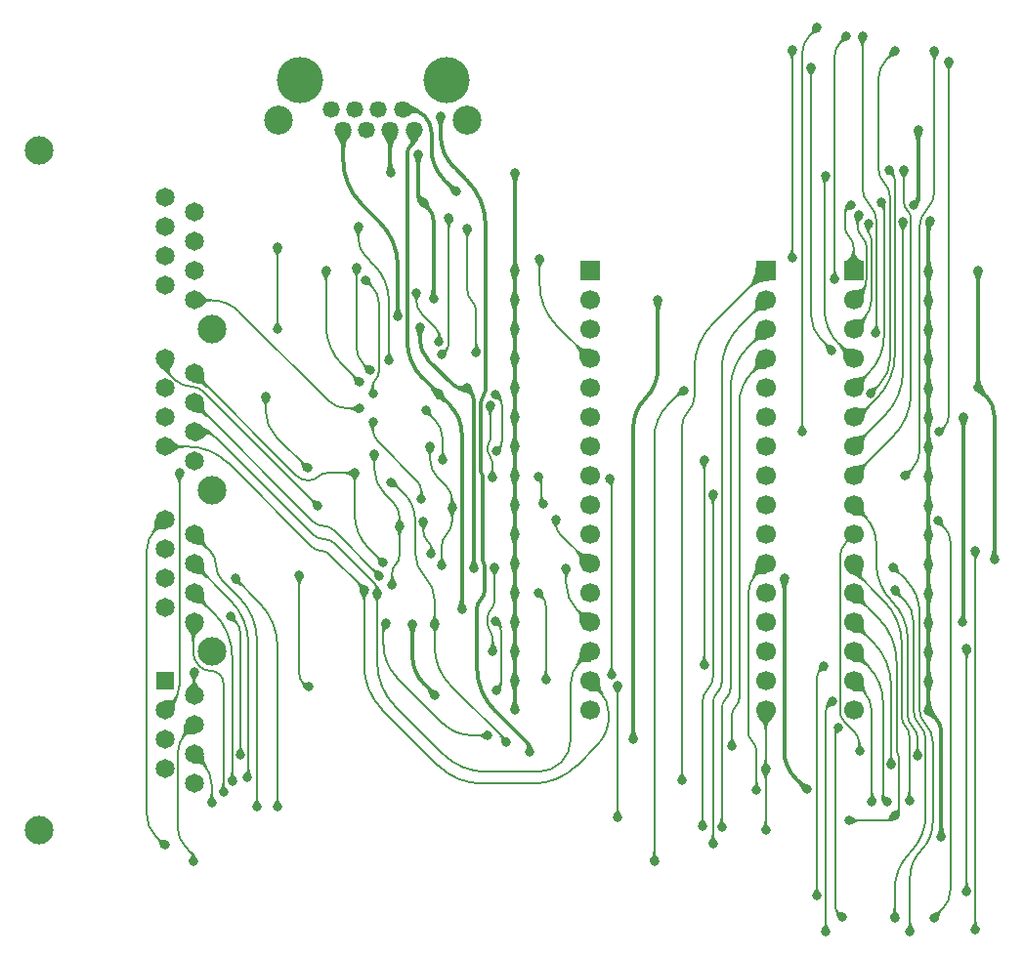
<source format=gbl>
%TF.GenerationSoftware,KiCad,Pcbnew,9.0.4*%
%TF.CreationDate,2025-08-27T19:47:37+02:00*%
%TF.ProjectId,HCP65 32 Pin Tester,48435036-3520-4333-9220-50696e205465,V1*%
%TF.SameCoordinates,Original*%
%TF.FileFunction,Copper,L2,Bot*%
%TF.FilePolarity,Positive*%
%FSLAX46Y46*%
G04 Gerber Fmt 4.6, Leading zero omitted, Abs format (unit mm)*
G04 Created by KiCad (PCBNEW 9.0.4) date 2025-08-27 19:47:37*
%MOMM*%
%LPD*%
G01*
G04 APERTURE LIST*
%TA.AperFunction,ComponentPad*%
%ADD10R,1.650000X1.650000*%
%TD*%
%TA.AperFunction,ComponentPad*%
%ADD11C,1.650000*%
%TD*%
%TA.AperFunction,ComponentPad*%
%ADD12C,2.475000*%
%TD*%
%TA.AperFunction,ComponentPad*%
%ADD13R,1.700000X1.700000*%
%TD*%
%TA.AperFunction,ComponentPad*%
%ADD14C,1.700000*%
%TD*%
%TA.AperFunction,WasherPad*%
%ADD15C,4.000000*%
%TD*%
%TA.AperFunction,ComponentPad*%
%ADD16C,1.470000*%
%TD*%
%TA.AperFunction,ComponentPad*%
%ADD17C,2.500000*%
%TD*%
%TA.AperFunction,ViaPad*%
%ADD18C,0.800000*%
%TD*%
%TA.AperFunction,Conductor*%
%ADD19C,0.380000*%
%TD*%
%TA.AperFunction,Conductor*%
%ADD20C,0.200000*%
%TD*%
G04 APERTURE END LIST*
D10*
%TO.P,J1,A1,A1*%
%TO.N,/IO24*%
X0Y-41910000D03*
D11*
%TO.P,J1,A2,A2*%
%TO.N,/IO25*%
X2540000Y-43180000D03*
%TO.P,J1,A3,A3*%
%TO.N,/IO26*%
X0Y-44450000D03*
%TO.P,J1,A4,A4*%
%TO.N,/IO27*%
X2540000Y-45720000D03*
%TO.P,J1,A5,A5*%
%TO.N,/IO28*%
X0Y-46989999D03*
%TO.P,J1,A6,A6*%
%TO.N,/IO29*%
X2540000Y-48260000D03*
%TO.P,J1,A7,A7*%
%TO.N,/IO30*%
X0Y-49530000D03*
%TO.P,J1,A8,A8*%
%TO.N,/IO31*%
X2540000Y-50800000D03*
%TO.P,J1,B1,B1*%
%TO.N,/IO16*%
X0Y-27940000D03*
%TO.P,J1,B2,B2*%
%TO.N,/IO17*%
X2540000Y-29210000D03*
%TO.P,J1,B3,B3*%
%TO.N,/IO18*%
X0Y-30479999D03*
%TO.P,J1,B4,B4*%
%TO.N,/IO19*%
X2540000Y-31750000D03*
%TO.P,J1,B5,B5*%
%TO.N,/IO20*%
X0Y-33020000D03*
%TO.P,J1,B6,B6*%
%TO.N,/IO21*%
X2540000Y-34290000D03*
%TO.P,J1,B7,B7*%
%TO.N,/IO22*%
X0Y-35560000D03*
%TO.P,J1,B8,B8*%
%TO.N,/IO23*%
X2540000Y-36830000D03*
%TO.P,J1,C1,C1*%
%TO.N,/IO8*%
X0Y-13970001D03*
%TO.P,J1,C2,C2*%
%TO.N,/IO9*%
X2540000Y-15240000D03*
%TO.P,J1,C3,C3*%
%TO.N,/IO10*%
X0Y-16510000D03*
%TO.P,J1,C4,C4*%
%TO.N,/IO11*%
X2540000Y-17780000D03*
%TO.P,J1,C5,C5*%
%TO.N,/IO12*%
X0Y-19050000D03*
%TO.P,J1,C6,C6*%
%TO.N,/IO13*%
X2540000Y-20320000D03*
%TO.P,J1,C7,C7*%
%TO.N,/IO14*%
X0Y-21590000D03*
%TO.P,J1,C8,C8*%
%TO.N,/IO15*%
X2540000Y-22860000D03*
%TO.P,J1,D1,D1*%
%TO.N,/IO0*%
X0Y0D03*
%TO.P,J1,D2,D2*%
%TO.N,/IO1*%
X2540000Y-1270000D03*
%TO.P,J1,D3,D3*%
%TO.N,/IO2*%
X0Y-2540000D03*
%TO.P,J1,D4,D4*%
%TO.N,/IO3*%
X2540000Y-3810000D03*
%TO.P,J1,D5,D5*%
%TO.N,/IO4*%
X0Y-5080000D03*
%TO.P,J1,D6,D6*%
%TO.N,/IO5*%
X2540000Y-6350000D03*
%TO.P,J1,D7,D7*%
%TO.N,/IO6*%
X0Y-7619999D03*
%TO.P,J1,D8,D8*%
%TO.N,/IO7*%
X2540000Y-8890000D03*
D12*
%TO.P,J1,MH1,MH1*%
%TO.N,unconnected-(J1-PadMH1)*%
X-10920000Y4060000D03*
%TO.P,J1,MH2,MH2*%
%TO.N,unconnected-(J1-PadMH2)*%
X4060000Y-11430000D03*
%TO.P,J1,MH3,MH3*%
%TO.N,unconnected-(J1-PadMH3)*%
X4060000Y-25400001D03*
%TO.P,J1,MH4,MH4*%
%TO.N,unconnected-(J1-PadMH4)*%
X4060000Y-39370000D03*
%TO.P,J1,MH5,MH5*%
%TO.N,unconnected-(J1-PadMH5)*%
X-10920000Y-54860000D03*
%TD*%
D13*
%TO.P,J8,1,Pin_1*%
%TO.N,/IO0*%
X36830000Y-6350000D03*
D14*
%TO.P,J8,2,Pin_2*%
%TO.N,/IO1*%
X36830000Y-8890000D03*
%TO.P,J8,3,Pin_3*%
%TO.N,/IO2*%
X36830000Y-11430000D03*
%TO.P,J8,4,Pin_4*%
%TO.N,/IO3*%
X36830000Y-13970000D03*
%TO.P,J8,5,Pin_5*%
%TO.N,/IO4*%
X36830000Y-16510000D03*
%TO.P,J8,6,Pin_6*%
%TO.N,/IO5*%
X36830000Y-19050000D03*
%TO.P,J8,7,Pin_7*%
%TO.N,/IO6*%
X36830000Y-21590000D03*
%TO.P,J8,8,Pin_8*%
%TO.N,/IO7*%
X36830000Y-24130000D03*
%TO.P,J8,9,Pin_9*%
%TO.N,/IO8*%
X36830000Y-26670000D03*
%TO.P,J8,10,Pin_10*%
%TO.N,/IO9*%
X36830000Y-29210000D03*
%TO.P,J8,11,Pin_11*%
%TO.N,/IO10*%
X36830000Y-31750000D03*
%TO.P,J8,12,Pin_12*%
%TO.N,/IO11*%
X36830000Y-34290000D03*
%TO.P,J8,13,Pin_13*%
%TO.N,/IO12*%
X36830000Y-36830000D03*
%TO.P,J8,14,Pin_14*%
%TO.N,/IO13*%
X36830000Y-39370000D03*
%TO.P,J8,15,Pin_15*%
%TO.N,/IO14*%
X36830000Y-41910000D03*
%TO.P,J8,16,Pin_16*%
%TO.N,/IO15*%
X36830000Y-44450000D03*
%TD*%
D13*
%TO.P,J3,1,Pin_1*%
%TO.N,/IO31*%
X52070000Y-6350000D03*
D14*
%TO.P,J3,2,Pin_2*%
%TO.N,/IO30*%
X52070000Y-8890000D03*
%TO.P,J3,3,Pin_3*%
%TO.N,/IO29*%
X52070000Y-11430000D03*
%TO.P,J3,4,Pin_4*%
%TO.N,/IO28*%
X52070000Y-13970000D03*
%TO.P,J3,5,Pin_5*%
%TO.N,/IO27*%
X52070000Y-16510000D03*
%TO.P,J3,6,Pin_6*%
%TO.N,/IO26*%
X52070000Y-19050000D03*
%TO.P,J3,7,Pin_7*%
%TO.N,/IO25*%
X52070000Y-21590000D03*
%TO.P,J3,8,Pin_8*%
%TO.N,/IO24*%
X52070000Y-24130000D03*
%TO.P,J3,9,Pin_9*%
%TO.N,/IO23*%
X52070000Y-26670000D03*
%TO.P,J3,10,Pin_10*%
%TO.N,/IO22*%
X52070000Y-29210000D03*
%TO.P,J3,11,Pin_11*%
%TO.N,/IO21*%
X52070000Y-31750000D03*
%TO.P,J3,12,Pin_12*%
%TO.N,/IO20*%
X52070000Y-34290000D03*
%TO.P,J3,13,Pin_13*%
%TO.N,/IO19*%
X52070000Y-36830000D03*
%TO.P,J3,14,Pin_14*%
%TO.N,/IO18*%
X52070000Y-39370000D03*
%TO.P,J3,15,Pin_15*%
%TO.N,/IO17*%
X52070000Y-41910000D03*
%TO.P,J3,16,Pin_16*%
%TO.N,/IO16*%
X52070000Y-44450000D03*
%TD*%
D13*
%TO.P,J9,1,Pin_1*%
%TO.N,/IO31*%
X59690000Y-6350000D03*
D14*
%TO.P,J9,2,Pin_2*%
%TO.N,/IO30*%
X59690000Y-8890000D03*
%TO.P,J9,3,Pin_3*%
%TO.N,/IO29*%
X59690000Y-11430000D03*
%TO.P,J9,4,Pin_4*%
%TO.N,/IO28*%
X59690000Y-13970000D03*
%TO.P,J9,5,Pin_5*%
%TO.N,/IO27*%
X59690000Y-16510000D03*
%TO.P,J9,6,Pin_6*%
%TO.N,/IO26*%
X59690000Y-19050000D03*
%TO.P,J9,7,Pin_7*%
%TO.N,/IO25*%
X59690000Y-21590000D03*
%TO.P,J9,8,Pin_8*%
%TO.N,/IO24*%
X59690000Y-24130000D03*
%TO.P,J9,9,Pin_9*%
%TO.N,/IO23*%
X59690000Y-26670000D03*
%TO.P,J9,10,Pin_10*%
%TO.N,/IO22*%
X59690000Y-29210000D03*
%TO.P,J9,11,Pin_11*%
%TO.N,/IO21*%
X59690000Y-31750000D03*
%TO.P,J9,12,Pin_12*%
%TO.N,/IO20*%
X59690000Y-34290000D03*
%TO.P,J9,13,Pin_13*%
%TO.N,/IO19*%
X59690000Y-36830000D03*
%TO.P,J9,14,Pin_14*%
%TO.N,/IO18*%
X59690000Y-39370000D03*
%TO.P,J9,15,Pin_15*%
%TO.N,/IO17*%
X59690000Y-41910000D03*
%TO.P,J9,16,Pin_16*%
%TO.N,/IO16*%
X59690000Y-44450000D03*
%TD*%
D15*
%TO.P,J2,*%
%TO.N,*%
X24380000Y10162000D03*
X11680000Y10162000D03*
D16*
%TO.P,J2,1,1*%
%TO.N,/12V*%
X14450000Y7622000D03*
%TO.P,J2,2,2*%
%TO.N,/5V_{3}*%
X15470000Y5842000D03*
%TO.P,J2,3,3*%
%TO.N,/5V_{2}*%
X16490000Y7622000D03*
%TO.P,J2,4,4*%
%TO.N,/5V_{1}*%
X17510000Y5842000D03*
%TO.P,J2,5,5*%
%TO.N,/GND_{4}*%
X18530000Y7622000D03*
%TO.P,J2,6,6*%
%TO.N,/GND_{3}*%
X19550000Y5842000D03*
%TO.P,J2,7,7*%
%TO.N,/GND_{2}*%
X20570000Y7622000D03*
%TO.P,J2,8,8*%
%TO.N,/GND_{1}*%
X21590000Y5842000D03*
D17*
%TO.P,J2,MH1,MH1*%
%TO.N,unconnected-(J2-PadMH1)*%
X9900000Y6732000D03*
%TO.P,J2,MH2,MH2*%
%TO.N,unconnected-(J2-PadMH2)*%
X26160000Y6732000D03*
%TD*%
D18*
%TO.N,/5V_{1}*%
X21971000Y3761000D03*
X40601100Y-46926600D03*
X22352000Y-381000D03*
X23284600Y-8809100D03*
X42732999Y-8890000D03*
%TO.N,/GND_{1}*%
X69088000Y-36830000D03*
X69215000Y-19050000D03*
X25741800Y-35710500D03*
X23717585Y-17020578D03*
%TO.N,/IO30*%
X47498000Y-56019000D03*
X60138000Y-1524000D03*
%TO.N,/IO29*%
X4064000Y-52451000D03*
X60975500Y-2234500D03*
X48260000Y-54610000D03*
%TO.N,/IO23*%
X46609000Y-54519000D03*
X47510000Y-25741200D03*
X5080000Y-51562000D03*
X65241800Y-48369900D03*
%TO.N,/IO21*%
X51255842Y-51390586D03*
X64516000Y-52324000D03*
X5854900Y-50558900D03*
%TO.N,/IO25*%
X46736000Y-22733000D03*
X46736000Y-40513000D03*
X63972000Y-2100600D03*
X2540000Y-41148000D03*
%TO.N,/IO27*%
X42418000Y-57519000D03*
X62088000Y-381000D03*
X44979300Y-16700000D03*
X2476500Y-57519000D03*
%TO.N,/IO6*%
X18034000Y-17018000D03*
X17399000Y-7124000D03*
%TO.N,/IO12*%
X20335750Y-28463750D03*
X34778200Y-32125900D03*
X19714400Y-33576700D03*
X18161000Y-22225000D03*
%TO.N,/IO10*%
X24003000Y-31877000D03*
X22987000Y-21578000D03*
X33909000Y-27886700D03*
X24892000Y-26848500D03*
%TO.N,/IO19*%
X62945100Y-49116500D03*
X7138300Y-50292000D03*
%TO.N,/IO15*%
X19623400Y-24658652D03*
X29591000Y-47241800D03*
X23391200Y-36940700D03*
%TO.N,/IO18*%
X62573700Y-52386000D03*
%TO.N,/IO16*%
X52070000Y-54864000D03*
X0Y-56134000D03*
X52070000Y-49530000D03*
%TO.N,/IO17*%
X39243000Y-53721000D03*
X61292000Y-52377054D03*
X8001000Y-52832000D03*
X39243000Y-42291000D03*
%TO.N,/IO14*%
X17272000Y-34036000D03*
%TO.N,/IO7*%
X16891000Y-18288000D03*
X22606000Y-18415000D03*
X24084700Y-22753700D03*
%TO.N,/IO1*%
X26221000Y-2679000D03*
X26999900Y-13435000D03*
%TO.N,/IO2*%
X19431000Y-14097000D03*
X16764000Y-2540000D03*
%TO.N,/IO13*%
X18415000Y-34280400D03*
%TO.N,/IO5*%
X16891000Y-16002000D03*
X13970000Y-6350000D03*
%TO.N,/IO31*%
X59436000Y-635000D03*
X44831000Y-50546000D03*
%TO.N,/IO22*%
X5715000Y-36322000D03*
X60198000Y-48006000D03*
X6556600Y-48303900D03*
%TO.N,/IO4*%
X16637000Y-6096000D03*
X17780000Y-14986000D03*
%TO.N,/IO3*%
X32486415Y-5303826D03*
%TO.N,/IO9*%
X16463200Y-23808400D03*
X18940900Y-31671100D03*
%TO.N,/IO24*%
X38718900Y-41402000D03*
X38559200Y-24331400D03*
X64038000Y2413000D03*
%TO.N,/IO8*%
X23107921Y-30892988D03*
X13282350Y-26722650D03*
X22407300Y-28046600D03*
%TO.N,/IO26*%
X1270000Y-23876000D03*
X62738000Y2413000D03*
%TO.N,/IO11*%
X18599831Y-32779169D03*
%TO.N,/IO20*%
X63246000Y-53594000D03*
X59309000Y-53980200D03*
X9779000Y-52832000D03*
X6096000Y-33020000D03*
%TO.N,/IO0*%
X24622700Y-1778000D03*
X24003000Y-13589000D03*
%TO.N,/IO28*%
X49149000Y-47567682D03*
X57302900Y1931300D03*
%TO.N,/GND_{2}*%
X25273000Y508000D03*
%TO.N,/5V_{3}*%
X26162000Y-16510000D03*
X71882000Y-31369000D03*
X70485000Y-16510000D03*
X20200800Y-10287000D03*
X53679600Y-33020000D03*
X26783498Y-32144100D03*
X70485000Y-6350000D03*
X22103200Y-11197900D03*
X55636002Y-51308000D03*
%TO.N,/5V_{2}*%
X31623000Y-48096000D03*
X23911500Y7034000D03*
%TO.N,/GND_{3}*%
X30328000Y-26640000D03*
X66192000Y-39400000D03*
X66192000Y-8920000D03*
X67298000Y-55449883D03*
X30328000Y-21560000D03*
X30328000Y-41880000D03*
X66192000Y-31780000D03*
X66192000Y-44480000D03*
X30328000Y-13940000D03*
X30328000Y-11400000D03*
X30328000Y-34260000D03*
X64891300Y-651000D03*
X66192000Y-14000000D03*
X66192000Y-36860000D03*
X30328000Y-24100000D03*
X66192000Y-21620000D03*
X30328000Y-29180000D03*
X21463000Y-36943700D03*
X30328000Y-19020000D03*
X66192000Y-41940000D03*
X66192000Y-26700000D03*
X30353000Y2159000D03*
X66192000Y-24160000D03*
X23432750Y-43168000D03*
X65278000Y5836000D03*
X66192000Y-11460000D03*
X66192000Y-29240000D03*
X30328000Y-36800000D03*
X66192000Y-34320000D03*
X66192000Y-19080000D03*
X66309400Y-2032000D03*
X66192000Y-6380000D03*
X30328000Y-31720000D03*
X30328000Y-6320000D03*
X66192000Y-16540000D03*
X19558000Y2159000D03*
X30328000Y-8860000D03*
X30328000Y-16480000D03*
X30328000Y-39340000D03*
X30328000Y-44420000D03*
%TO.N,/S5*%
X12360831Y-23455000D03*
X28203498Y-18034000D03*
X28387200Y-24255900D03*
X8763000Y-17272000D03*
%TO.N,/S4*%
X28684275Y-17028959D03*
X28704200Y-21966900D03*
%TO.N,/S3*%
X21813300Y-8273200D03*
X23755200Y-12473100D03*
%TO.N,/S0*%
X9796000Y-11430000D03*
X9779000Y-4318000D03*
%TO.N,/S15*%
X19165000Y-36922011D03*
X28015969Y-46602631D03*
%TO.N,/S14*%
X28702000Y-42711700D03*
X28687300Y-36707000D03*
%TO.N,/S11*%
X12446000Y-42418000D03*
X11668500Y-32737700D03*
X32385000Y-34290000D03*
X33020000Y-41783000D03*
%TO.N,/S10*%
X28432700Y-39312600D03*
X28567599Y-32035531D03*
%TO.N,/S23*%
X66675000Y-62416000D03*
X67027300Y-28030500D03*
%TO.N,/S22*%
X70231000Y-30607000D03*
X70243000Y-63500000D03*
%TO.N,/S21*%
X63118300Y-32042600D03*
X64583000Y-63627000D03*
%TO.N,/S20*%
X63246000Y-62416000D03*
X63261500Y-34032100D03*
%TO.N,/S19*%
X69493000Y-39116000D03*
X69493000Y-60198000D03*
%TO.N,/S18*%
X56510000Y-60537500D03*
X57111100Y-40640000D03*
%TO.N,/S17*%
X57852000Y-43659100D03*
X57277000Y-63627000D03*
%TO.N,/S16*%
X58674000Y-62357000D03*
X58386800Y-45914500D03*
%TO.N,/S31*%
X54369700Y12827000D03*
X54369700Y-5238600D03*
%TO.N,/S30*%
X59055000Y13970000D03*
X58053300Y-7097700D03*
%TO.N,/S29*%
X60452000Y13970000D03*
X61624300Y-11719500D03*
%TO.N,/S28*%
X57790600Y-13225000D03*
X56007000Y11303000D03*
%TO.N,/S27*%
X61160200Y-16951500D03*
X63246000Y12700000D03*
%TO.N,/S26*%
X56546901Y14732001D03*
X55245000Y-20320000D03*
%TO.N,/S25*%
X67106000Y-20320000D03*
X67945000Y11811000D03*
%TO.N,/S24*%
X66709100Y12734100D03*
X64135000Y-24130000D03*
%TO.N,/S7*%
X32784003Y-26543000D03*
X18034000Y-19431000D03*
X22237000Y-26098500D03*
X32385000Y-24139200D03*
%TD*%
D19*
%TO.N,/GND_{3}*%
X19550000Y2172656D02*
G75*
G03*
X19554033Y2163034I13600J44D01*
G01*
X21463000Y-39752676D02*
G75*
G03*
X22447874Y-42130376I3362570J-4D01*
G01*
X23414100Y-43096600D02*
G75*
G02*
X23432740Y-43141625I-45000J-45000D01*
G01*
X66250700Y-2090700D02*
G75*
G03*
X66192006Y-2232414I141700J-141700D01*
G01*
X65278000Y9138D02*
G75*
G02*
X65084682Y-457682I-660200J-38D01*
G01*
X30353000Y-6277322D02*
G75*
G02*
X30340493Y-6307493I-42700J22D01*
G01*
X66745000Y-45033000D02*
G75*
G02*
X67298017Y-46368060I-1335100J-1335100D01*
G01*
%TO.N,/5V_{2}*%
X27798600Y-16724736D02*
G75*
G02*
X27581038Y-17249940I-742800J36D01*
G01*
X31411575Y-47286575D02*
G75*
G02*
X31622985Y-47797000I-510475J-510425D01*
G01*
X27363498Y-23669298D02*
G75*
G03*
X27454148Y-23888150I309502J-2D01*
G01*
X27636199Y-31683262D02*
G75*
G02*
X27727572Y-31903920I-220699J-220638D01*
G01*
X27389299Y-34840700D02*
G75*
G03*
X27051011Y-35657427I816701J-816700D01*
G01*
X27454149Y-23888149D02*
G75*
G02*
X27544801Y-24106999I-218849J-218851D01*
G01*
X27727599Y-34023973D02*
G75*
G02*
X27389307Y-34840708I-1154999J-27D01*
G01*
X23911500Y5406000D02*
G75*
G03*
X25062678Y2626838I3930300J0D01*
G01*
X27051000Y-40672036D02*
G75*
G03*
X28644790Y-44519794I5441550J-4D01*
G01*
X27581049Y-17249951D02*
G75*
G03*
X27363484Y-17775165I525251J-525249D01*
G01*
X26204807Y1484692D02*
G75*
G02*
X27798640Y-2363063I-3847707J-3847792D01*
G01*
X27544800Y-31462604D02*
G75*
G03*
X27636192Y-31683269I312100J4D01*
G01*
%TO.N,/5V_{3}*%
X15470000Y3293963D02*
G75*
G03*
X17063792Y-553792I5441540J-3D01*
G01*
X18607007Y-2097007D02*
G75*
G02*
X20200804Y-5944763I-3847757J-3847763D01*
G01*
X53679600Y-47968212D02*
G75*
G03*
X54657805Y-50329795I3339800J12D01*
G01*
X24988063Y-16203363D02*
G75*
G03*
X25728350Y-16510042I740337J740263D01*
G01*
X71183500Y-17208500D02*
G75*
G02*
X71881988Y-18894828I-1686300J-1686300D01*
G01*
X22103200Y-12258200D02*
G75*
G03*
X22852943Y-14068247I2559800J0D01*
G01*
X26472749Y-16820749D02*
G75*
G02*
X26783514Y-17570963I-750249J-750251D01*
G01*
%TO.N,/GND_{2}*%
X23121300Y4181181D02*
G75*
G03*
X24197150Y1583849I3673180J-1D01*
G01*
X22463621Y7127378D02*
G75*
G03*
X21269500Y7621982I-1194121J-1194178D01*
G01*
X22545150Y7045850D02*
G75*
G02*
X23121300Y5654900I-1390950J-1390950D01*
G01*
%TO.N,/GND_{1}*%
X21016200Y-12409026D02*
G75*
G03*
X22366891Y-15669887I4611550J-4D01*
G01*
X24729692Y-18032685D02*
G75*
G02*
X25741765Y-20476129I-2443492J-2443415D01*
G01*
X69215000Y-36613197D02*
G75*
G02*
X69151501Y-36766501I-216800J-3D01*
G01*
X21303100Y4515654D02*
G75*
G03*
X21016178Y3823016I692600J-692654D01*
G01*
X21590000Y5208291D02*
G75*
G02*
X21303088Y4515666I-979500J9D01*
G01*
%TO.N,/5V_{1}*%
X21971000Y269407D02*
G75*
G03*
X22161498Y-190502I650400J-7D01*
G01*
X41667049Y-17387950D02*
G75*
G03*
X40601091Y-19961380I2573451J-2573450D01*
G01*
X22818300Y-847300D02*
G75*
G02*
X23284551Y-1973047I-1125800J-1125700D01*
G01*
X42732999Y-14814520D02*
G75*
G02*
X41667043Y-17387944I-3639399J20D01*
G01*
D20*
%TO.N,/S7*%
X21814680Y-24481680D02*
G75*
G02*
X22237032Y-25501250I-1019580J-1019620D01*
G01*
X32639000Y-26295464D02*
G75*
G03*
X32711491Y-26470508I247500J-36D01*
G01*
X18034000Y-20066000D02*
G75*
G03*
X18483017Y-21150007I1533000J0D01*
G01*
X32512000Y-24266200D02*
G75*
G02*
X32638998Y-24572805I-306600J-306600D01*
G01*
%TO.N,/S24*%
X66709100Y581937D02*
G75*
G02*
X66057062Y-992261I-2226200J-37D01*
G01*
X66057050Y-992249D02*
G75*
G03*
X65405015Y-2566437I1574150J-1574151D01*
G01*
X65405000Y-21961974D02*
G75*
G02*
X64770008Y-23495008I-2168000J-26D01*
G01*
%TO.N,/S25*%
X67945000Y-18887737D02*
G75*
G02*
X67525489Y-19900489I-1432300J37D01*
G01*
%TO.N,/S26*%
X55895950Y14081050D02*
G75*
G03*
X55244993Y12509516I1571550J-1571550D01*
G01*
%TO.N,/S27*%
X61849000Y2471742D02*
G75*
G03*
X62339538Y1287438I1674800J-42D01*
G01*
X62547500Y12001500D02*
G75*
G03*
X61849012Y10315171I1686300J-1686300D01*
G01*
X62830100Y-14100802D02*
G75*
G02*
X61995149Y-16116549I-2850700J2D01*
G01*
X62339550Y1287450D02*
G75*
G02*
X62830082Y103157I-1184250J-1184250D01*
G01*
%TO.N,/S28*%
X56007000Y-10180204D02*
G75*
G03*
X56898801Y-12333199I3044800J4D01*
G01*
%TO.N,/S29*%
X60452000Y866347D02*
G75*
G03*
X61064586Y-612613I2091500J-47D01*
G01*
X61064600Y-612599D02*
G75*
G02*
X61677152Y-2091547I-1479000J-1478901D01*
G01*
X61677200Y-11629194D02*
G75*
G02*
X61650752Y-11693052I-90300J-6D01*
G01*
%TO.N,/S30*%
X58554150Y13469150D02*
G75*
G03*
X58053304Y12259991I1209150J-1209150D01*
G01*
%TO.N,/S16*%
X58245400Y-46055900D02*
G75*
G03*
X58103987Y-46397269I341400J-341400D01*
G01*
X58104000Y-61383949D02*
G75*
G03*
X58389014Y-62071986I973100J49D01*
G01*
%TO.N,/S17*%
X57564500Y-43946600D02*
G75*
G03*
X57276994Y-44640686I694100J-694100D01*
G01*
%TO.N,/S18*%
X56810550Y-40940550D02*
G75*
G03*
X56510017Y-41666141I725550J-725550D01*
G01*
%TO.N,/S20*%
X64594750Y-56766750D02*
G75*
G03*
X63246009Y-60022920I3256150J-3256150D01*
G01*
X64897000Y-44483812D02*
G75*
G03*
X65420254Y-45747046I1786500J12D01*
G01*
X65943500Y-53510579D02*
G75*
G02*
X64594756Y-56766756I-4604900J-21D01*
G01*
X65420250Y-45747050D02*
G75*
G02*
X65943505Y-47010287I-1263250J-1263250D01*
G01*
X64079250Y-34849850D02*
G75*
G02*
X64897011Y-36824073I-1974250J-1974250D01*
G01*
%TO.N,/S21*%
X66548000Y-54192234D02*
G75*
G02*
X65565489Y-56564190I-3354500J34D01*
G01*
X65976500Y-45735300D02*
G75*
G02*
X66547990Y-47115023I-1379700J-1379700D01*
G01*
X65565499Y-56564200D02*
G75*
G03*
X64582985Y-58936166I2372001J-2372000D01*
G01*
X64261650Y-33185950D02*
G75*
G02*
X65404983Y-35946241I-2760250J-2760250D01*
G01*
X65405000Y-44355576D02*
G75*
G03*
X65976493Y-45735307I1951200J-24D01*
G01*
%TO.N,/S22*%
X70237000Y-30613000D02*
G75*
G02*
X70243006Y-30627485I-14500J-14500D01*
G01*
%TO.N,/S23*%
X68072000Y-60031171D02*
G75*
G02*
X67373508Y-61717508I-2384800J-29D01*
G01*
X67549650Y-28552850D02*
G75*
G02*
X68071994Y-29813914I-1261050J-1261050D01*
G01*
%TO.N,/S10*%
X28276599Y-35674450D02*
G75*
G03*
X27985579Y-36376985I702501J-702550D01*
G01*
X28567599Y-34971915D02*
G75*
G02*
X28276584Y-35674435I-993499J15D01*
G01*
X28209150Y-37607150D02*
G75*
G02*
X28432680Y-38146847I-539650J-539650D01*
G01*
X27985600Y-37067452D02*
G75*
G03*
X28209136Y-37607164I763200J-48D01*
G01*
%TO.N,/S11*%
X11668500Y-41293323D02*
G75*
G03*
X12003797Y-42102789I1144800J23D01*
G01*
X32702500Y-34607500D02*
G75*
G02*
X33019995Y-35374012I-766500J-766500D01*
G01*
X12435956Y-42428043D02*
G75*
G02*
X12411709Y-42438094I-24256J24243D01*
G01*
X12308389Y-42407389D02*
G75*
G03*
X12382500Y-42438093I74111J74089D01*
G01*
%TO.N,/S14*%
X28910850Y-36930550D02*
G75*
G02*
X29134380Y-37470247I-539650J-539650D01*
G01*
X29134400Y-41973547D02*
G75*
G02*
X28918186Y-42495486I-738200J47D01*
G01*
%TO.N,/S15*%
X24122691Y-45585691D02*
G75*
G03*
X26577800Y-46602636I2455109J2455091D01*
G01*
X18960200Y-38775005D02*
G75*
G03*
X20125650Y-41588648I3979100J5D01*
G01*
X19062600Y-37024411D02*
G75*
G03*
X18960214Y-37271626I247200J-247189D01*
G01*
%TO.N,/S0*%
X9779000Y-11400979D02*
G75*
G03*
X9787494Y-11421506I29000J-21D01*
G01*
%TO.N,/S3*%
X21813300Y-8947250D02*
G75*
G03*
X22289925Y-10097925I1627300J0D01*
G01*
X23433501Y-11241501D02*
G75*
G02*
X23755178Y-12018150I-776601J-776599D01*
G01*
%TO.N,/S4*%
X28947137Y-17291821D02*
G75*
G02*
X29209971Y-17926427I-634637J-634579D01*
G01*
X29210000Y-21103445D02*
G75*
G02*
X28957087Y-21713987I-863500J45D01*
G01*
%TO.N,/S5*%
X8763000Y-18564584D02*
G75*
G03*
X9676993Y-20771166I3120570J-6D01*
G01*
X28102999Y-21235501D02*
G75*
G03*
X28002512Y-21478127I242601J-242599D01*
G01*
X28203498Y-20992874D02*
G75*
G02*
X28103006Y-21235508I-343098J-26D01*
G01*
X28002500Y-21985376D02*
G75*
G03*
X28194843Y-22449757I656700J-24D01*
G01*
X28194850Y-22449750D02*
G75*
G02*
X28387190Y-22914123I-464350J-464350D01*
G01*
%TO.N,/IO28*%
X49784000Y-43365987D02*
G75*
G02*
X49466504Y-44132504I-1084000J-13D01*
G01*
X49466500Y-44132500D02*
G75*
G03*
X49149005Y-44899012I766500J-766500D01*
G01*
X57235250Y1863650D02*
G75*
G03*
X57167588Y1700328I163350J-163350D01*
G01*
X50927000Y-15113000D02*
G75*
G03*
X49784019Y-17872446I2759400J-2759400D01*
G01*
X57167600Y-9663993D02*
G75*
G03*
X58428798Y-12708802I4306000J-7D01*
G01*
%TO.N,/IO0*%
X24622700Y-12531105D02*
G75*
G02*
X24312848Y-13279148I-1057900J5D01*
G01*
%TO.N,/IO20*%
X63052900Y-53787100D02*
G75*
G02*
X62586715Y-53980206I-466200J466200D01*
G01*
X63420300Y-47971340D02*
G75*
G03*
X63533562Y-48244738I386700J40D01*
G01*
X8185207Y-35109207D02*
G75*
G02*
X9779004Y-38956963I-3847757J-3847763D01*
G01*
X61826507Y-36426507D02*
G75*
G02*
X63420311Y-40274263I-3847807J-3847793D01*
G01*
X63533550Y-48244750D02*
G75*
G02*
X63646817Y-48518159I-273450J-273450D01*
G01*
X63646800Y-52909791D02*
G75*
G02*
X63446402Y-53393602I-684200J-9D01*
G01*
%TO.N,/IO11*%
X14643662Y-28823000D02*
G75*
G03*
X13738331Y-28447969I-905362J-905300D01*
G01*
X12832999Y-28072999D02*
G75*
G03*
X13738331Y-28447988I905301J905299D01*
G01*
%TO.N,/IO26*%
X1270000Y-42281974D02*
G75*
G02*
X635000Y-43815000I-2168039J5D01*
G01*
X63270200Y-13579836D02*
G75*
G02*
X61676406Y-17427591I-5441560J6D01*
G01*
X63004100Y2146900D02*
G75*
G02*
X63270191Y1504477I-642400J-642400D01*
G01*
%TO.N,/IO8*%
X22825054Y-29810054D02*
G75*
G02*
X23107966Y-30492954I-682854J-682946D01*
G01*
X22407300Y-28896886D02*
G75*
G03*
X22757610Y-29742610I1196000J-14D01*
G01*
X0Y-14414500D02*
G75*
G03*
X314308Y-15173308I1073106J-5D01*
G01*
X1007813Y-15866813D02*
G75*
G03*
X2218750Y-16368398I1210937J1210943D01*
G01*
X3429686Y-16869986D02*
G75*
G03*
X2218750Y-16368399I-1210936J-1210934D01*
G01*
%TO.N,/IO24*%
X64673700Y-16892336D02*
G75*
G02*
X63079906Y-20740091I-5441560J6D01*
G01*
X64038000Y-340292D02*
G75*
G03*
X64355848Y-1107652I1085200J-8D01*
G01*
X38639050Y-24411250D02*
G75*
G02*
X38718890Y-24604024I-192750J-192750D01*
G01*
X64355850Y-1107650D02*
G75*
G02*
X64673697Y-1875007I-767350J-767350D01*
G01*
%TO.N,/IO9*%
X14029818Y-23880800D02*
G75*
G03*
X13269095Y-24195895I-18J-1075800D01*
G01*
X11406888Y-24106888D02*
G75*
G03*
X12382500Y-24511007I975612J975588D01*
G01*
X13269100Y-24195900D02*
G75*
G02*
X12508381Y-24510992I-760700J760700D01*
G01*
X16427000Y-23880800D02*
G75*
G03*
X16463200Y-23844600I0J36200D01*
G01*
X16463200Y-23917000D02*
G75*
G03*
X16427000Y-23880800I-36200J0D01*
G01*
X16463200Y-27441401D02*
G75*
G03*
X17702050Y-30432250I4229700J1D01*
G01*
X16463200Y-23844600D02*
X16463200Y-23917000D01*
%TO.N,/IO3*%
X32486415Y-7465120D02*
G75*
G03*
X34014681Y-11154679I5217825J0D01*
G01*
%TO.N,/IO4*%
X16637000Y-13034776D02*
G75*
G03*
X17208493Y-14414507I1951200J-24D01*
G01*
%TO.N,/IO22*%
X58528250Y-43343050D02*
G75*
G02*
X58553703Y-43404491I-61450J-61450D01*
G01*
X58502800Y-44519400D02*
G75*
G03*
X58869645Y-45405047I1252500J0D01*
G01*
X58502800Y-43281608D02*
G75*
G03*
X58528252Y-43343048I86900J8D01*
G01*
X58553700Y-43913708D02*
G75*
G02*
X58528248Y-43975148I-86900J8D01*
G01*
X58528250Y-43975150D02*
G75*
G03*
X58502797Y-44036591I61450J-61450D01*
G01*
X6135800Y-36742800D02*
G75*
G02*
X6556600Y-37758701I-1015900J-1015900D01*
G01*
X59096400Y-29803600D02*
G75*
G03*
X58502791Y-31236677I1433100J-1433100D01*
G01*
X59748067Y-46283467D02*
G75*
G02*
X60197989Y-47369700I-1086267J-1086233D01*
G01*
%TO.N,/IO31*%
X59309000Y-3388859D02*
G75*
G02*
X59690023Y-4308674I-919800J-919841D01*
G01*
X45365550Y-18515450D02*
G75*
G03*
X44830987Y-19805967I1290550J-1290550D01*
G01*
X58928000Y-2469043D02*
G75*
G03*
X59309025Y-3388834I1300800J43D01*
G01*
X59182000Y-889000D02*
G75*
G03*
X58928004Y-1502210I613200J-613200D01*
G01*
X45900100Y-17224932D02*
G75*
G02*
X45365541Y-18515441I-1825100J32D01*
G01*
X47493892Y-10926107D02*
G75*
G03*
X45900059Y-14773863I3847708J-3847793D01*
G01*
%TO.N,/IO5*%
X13970000Y-11015541D02*
G75*
G03*
X15430502Y-14541498I4986450J1D01*
G01*
%TO.N,/IO13*%
X18415000Y-40291036D02*
G75*
G03*
X20008790Y-44138794I5441550J-4D01*
G01*
X34353500Y-48958500D02*
G75*
G02*
X32360566Y-49783986I-1992900J1992900D01*
G01*
X4430914Y-20813914D02*
G75*
G03*
X3238500Y-20320001I-1192414J-1192416D01*
G01*
X12803888Y-29186888D02*
G75*
G03*
X13779500Y-29591007I975612J975588D01*
G01*
X24060207Y-48190207D02*
G75*
G03*
X27907963Y-49784004I3847763J3847757D01*
G01*
X36004500Y-40195500D02*
G75*
G03*
X35179014Y-42188433I1992900J-1992900D01*
G01*
X18193887Y-33433887D02*
G75*
G02*
X18415007Y-33967700I-533787J-533813D01*
G01*
X14755111Y-29995111D02*
G75*
G03*
X13779500Y-29590993I-975611J-975589D01*
G01*
X35179000Y-46965566D02*
G75*
G02*
X34353498Y-48958498I-2818440J6D01*
G01*
%TO.N,/IO2*%
X16764000Y-3492500D02*
G75*
G03*
X17437527Y-5118511I2299500J0D01*
G01*
X18097500Y-5778500D02*
G75*
G02*
X19430996Y-8997853I-3219360J-3219350D01*
G01*
%TO.N,/IO1*%
X26221000Y-8017234D02*
G75*
G03*
X26610460Y-8957440I1329700J34D01*
G01*
X26610450Y-8957450D02*
G75*
G02*
X26999914Y-9897665I-940250J-940250D01*
G01*
%TO.N,/IO7*%
X14140579Y-17569579D02*
G75*
G03*
X15875000Y-18288012I1734421J1734379D01*
G01*
X6493729Y-9922729D02*
G75*
G03*
X4000500Y-8890000I-2493229J-2493231D01*
G01*
X23345350Y-19154350D02*
G75*
G02*
X24084700Y-20939298I-1784950J-1784950D01*
G01*
%TO.N,/IO14*%
X17227098Y-33864098D02*
G75*
G02*
X17272001Y-33972500I-108398J-108402D01*
G01*
X14284308Y-30921308D02*
G75*
G03*
X13525500Y-30606995I-758808J-758792D01*
G01*
X23679207Y-49206207D02*
G75*
G03*
X27526963Y-50800004I3847763J3847757D01*
G01*
X35731692Y-49206206D02*
G75*
G02*
X31883936Y-50800010I-3847792J3847806D01*
G01*
X5500840Y-23026840D02*
G75*
G03*
X2032000Y-21589999I-3468840J-3468840D01*
G01*
X17272000Y-40545036D02*
G75*
G03*
X18865790Y-44392794I5441550J-4D01*
G01*
X12766691Y-30292691D02*
G75*
G03*
X13525500Y-30607005I758809J758791D01*
G01*
X37655500Y-42735500D02*
G75*
G02*
X38480986Y-44728433I-1992900J-1992900D01*
G01*
X38481000Y-45008950D02*
G75*
G02*
X37457146Y-47480757I-3495670J0D01*
G01*
%TO.N,/IO17*%
X3906184Y-30576184D02*
G75*
G02*
X4445000Y-31877000I-1300814J-1300816D01*
G01*
X4445000Y-31877000D02*
G75*
G03*
X4983821Y-33177809I1839600J0D01*
G01*
X6407207Y-34601207D02*
G75*
G02*
X8001004Y-38448963I-3847757J-3847763D01*
G01*
X60491000Y-42711000D02*
G75*
G02*
X61292006Y-44644785I-1933800J-1933800D01*
G01*
%TO.N,/IO16*%
X-1551700Y-53485082D02*
G75*
G03*
X-775849Y-55358150I2648927J5D01*
G01*
X-775849Y-28715850D02*
G75*
G03*
X-1551700Y-30588917I1873069J-1873070D01*
G01*
%TO.N,/IO18*%
X62243400Y-51822142D02*
G75*
G03*
X62408562Y-52220838I563900J42D01*
G01*
X60966700Y-40646700D02*
G75*
G02*
X62243389Y-43728926I-3082200J-3082200D01*
G01*
%TO.N,/IO15*%
X21705500Y-30817668D02*
G75*
G03*
X22548349Y-32852489I2877670J-2D01*
G01*
X23391200Y-38928950D02*
G75*
G03*
X24797107Y-42323103I4800050J0D01*
G01*
X29546876Y-47072876D02*
G75*
G02*
X29590984Y-47179400I-106576J-106524D01*
G01*
X19804305Y-24705905D02*
G75*
G03*
X19690226Y-24658638I-114105J-114095D01*
G01*
X20731276Y-25632876D02*
G75*
G02*
X21705530Y-27984860I-2351976J-2352024D01*
G01*
X22548350Y-32852488D02*
G75*
G02*
X23391186Y-34887307I-2034850J-2034812D01*
G01*
%TO.N,/IO19*%
X61351307Y-38491307D02*
G75*
G02*
X62945111Y-42339063I-3847807J-3847793D01*
G01*
X7258300Y-50087147D02*
G75*
G02*
X7198286Y-50231986I-204900J47D01*
G01*
X5664507Y-34874507D02*
G75*
G02*
X7258304Y-38722263I-3847757J-3847763D01*
G01*
%TO.N,/IO10*%
X24424779Y-25059779D02*
G75*
G02*
X24892033Y-26187750I-1127979J-1128021D01*
G01*
X24892000Y-28080888D02*
G75*
G02*
X24447502Y-29154008I-1517600J-12D01*
G01*
X22987000Y-22600000D02*
G75*
G03*
X23709668Y-24344658I2467300J0D01*
G01*
X24447500Y-29154006D02*
G75*
G03*
X24003012Y-30227123I1073100J-1073094D01*
G01*
X33909000Y-28357850D02*
G75*
G03*
X34242119Y-29162187I1137500J-50D01*
G01*
%TO.N,/IO12*%
X18161000Y-23495000D02*
G75*
G03*
X19059015Y-25663035I3066100J0D01*
G01*
X19796934Y-26400934D02*
G75*
G02*
X20335780Y-27701750I-1300834J-1300866D01*
G01*
X34778200Y-33452050D02*
G75*
G03*
X35715931Y-35715927I3201600J0D01*
G01*
X20025075Y-31790925D02*
G75*
G03*
X19714369Y-32540960I750025J-750075D01*
G01*
X20335750Y-31040889D02*
G75*
G02*
X20025089Y-31790939I-1060750J-11D01*
G01*
%TO.N,/IO6*%
X18288000Y-15748000D02*
G75*
G03*
X18034004Y-16361210I613200J-613200D01*
G01*
X17970500Y-7695500D02*
G75*
G02*
X18541990Y-9075223I-1379700J-1379700D01*
G01*
X18542000Y-15134789D02*
G75*
G02*
X18288003Y-15748003I-867200J-11D01*
G01*
%TO.N,/IO27*%
X43639049Y-17921049D02*
G75*
G03*
X42418009Y-20868925I2947851J-2947851D01*
G01*
X2278686Y-56761686D02*
G75*
G02*
X2476499Y-57239250I-477566J-477564D01*
G01*
X1126700Y-54655247D02*
G75*
G03*
X1801599Y-56284601I2304250J-3D01*
G01*
X44919700Y-16700000D02*
G75*
G03*
X44817954Y-16742141I0J-143900D01*
G01*
X62207000Y-500000D02*
G75*
G02*
X62326004Y-787291I-287300J-287300D01*
G01*
X62326000Y-12010066D02*
G75*
G02*
X61008000Y-15192000I-4499950J6D01*
G01*
X1833350Y-46426650D02*
G75*
G03*
X1126702Y-48132654I1706000J-1706000D01*
G01*
%TO.N,/IO25*%
X63972000Y-15054036D02*
G75*
G02*
X62378206Y-18901791I-5441560J6D01*
G01*
%TO.N,/IO21*%
X63881000Y-45079287D02*
G75*
G03*
X64198496Y-45845804I1084000J-13D01*
G01*
X62287207Y-34915207D02*
G75*
G02*
X63881011Y-38762963I-3847807J-3847793D01*
G01*
X4261107Y-36011107D02*
G75*
G02*
X5854904Y-39858863I-3847757J-3847763D01*
G01*
X51285912Y-51339253D02*
G75*
G02*
X51270846Y-51375520I-51312J53D01*
G01*
X64198500Y-45845800D02*
G75*
G02*
X64515995Y-46612312I-766500J-766500D01*
G01*
X50546000Y-46258103D02*
G75*
G03*
X50915959Y-47151253I1263100J3D01*
G01*
X50915956Y-47151256D02*
G75*
G02*
X51285905Y-48044408I-893156J-893144D01*
G01*
X51308000Y-32552000D02*
G75*
G03*
X50546013Y-34391630I1839600J-1839600D01*
G01*
%TO.N,/IO23*%
X63024500Y-35001900D02*
G75*
G02*
X64389002Y-38296094I-3294200J-3294200D01*
G01*
X4762500Y-41338500D02*
G75*
G02*
X5079995Y-42105012I-766500J-766500D01*
G01*
X60675000Y-27655000D02*
G75*
G02*
X61660000Y-30033000I-2378000J-2378000D01*
G01*
X64389000Y-44865279D02*
G75*
G03*
X64815394Y-45894706I1455800J-21D01*
G01*
X61660000Y-31707705D02*
G75*
G03*
X63024502Y-35001898I4658700J5D01*
G01*
X64815400Y-45894700D02*
G75*
G02*
X65241791Y-46924120I-1029400J-1029400D01*
G01*
X4762500Y-41338500D02*
G75*
G03*
X3995987Y-41021005I-766500J-766500D01*
G01*
X47059500Y-42602500D02*
G75*
G03*
X46609001Y-43690103I1087600J-1087600D01*
G01*
X47510000Y-41514896D02*
G75*
G02*
X47059501Y-42602501I-1538100J-4D01*
G01*
X2457900Y-39380955D02*
G75*
G03*
X2938259Y-40540641I1640030J-5D01*
G01*
X3055734Y-40658118D02*
G75*
G03*
X3931808Y-41021003I876076J876068D01*
G01*
%TO.N,/IO29*%
X50546000Y-12954000D02*
G75*
G03*
X49021984Y-16633261I3679300J-3679300D01*
G01*
X49022000Y-42514184D02*
G75*
G02*
X48641005Y-43434005I-1300800J-16D01*
G01*
X61274000Y-8725942D02*
G75*
G02*
X60481987Y-10637987I-2704100J42D01*
G01*
X48641000Y-43434000D02*
G75*
G03*
X48260006Y-44353815I919800J-919800D01*
G01*
X61124750Y-3279750D02*
G75*
G02*
X61274012Y-3640071I-360350J-360350D01*
G01*
X60975500Y-2919428D02*
G75*
G03*
X61124758Y-3279742I509600J28D01*
G01*
X3302000Y-49022000D02*
G75*
G02*
X4064000Y-50861630I-1839630J-1839630D01*
G01*
%TO.N,/IO30*%
X60087350Y-1574650D02*
G75*
G03*
X60036712Y-1696929I122250J-122250D01*
G01*
X60439150Y-3416150D02*
G75*
G02*
X60841621Y-4387750I-971650J-971650D01*
G01*
X49853792Y-11106207D02*
G75*
G03*
X48259959Y-14953963I3847708J-3847793D01*
G01*
X48260000Y-42006184D02*
G75*
G02*
X47879005Y-42926005I-1300800J-16D01*
G01*
X60841600Y-6924095D02*
G75*
G02*
X60265801Y-8314201I-1965900J-5D01*
G01*
X47879000Y-42926000D02*
G75*
G03*
X47498006Y-43845815I919800J-919800D01*
G01*
X60036700Y-2444549D02*
G75*
G03*
X60439165Y-3416135I1374100J49D01*
G01*
%TO.N,/IO27*%
X42418000Y-20868925D02*
X42418000Y-57519000D01*
X43639049Y-17921049D02*
X44817956Y-16742143D01*
X44979300Y-16700000D02*
X44919700Y-16700000D01*
%TO.N,/IO17*%
X39243000Y-53721000D02*
X39243000Y-42291000D01*
%TO.N,/IO24*%
X38559200Y-24331400D02*
X38639050Y-24411250D01*
X38718900Y-24604024D02*
X38718900Y-41402000D01*
D19*
%TO.N,/5V_{1}*%
X42732999Y-8890000D02*
X42732999Y-14814520D01*
X40601100Y-46926600D02*
X40601100Y-19961380D01*
X22352000Y-381000D02*
X22161500Y-190500D01*
X21971000Y269407D02*
X21971000Y3761000D01*
X23284600Y-8809100D02*
X23284600Y-1973047D01*
X22352000Y-381000D02*
X22818300Y-847300D01*
%TO.N,/GND_{1}*%
X21590000Y5208291D02*
X21590000Y5842000D01*
X23717585Y-17020578D02*
X24729692Y-18032685D01*
X21016200Y-12409026D02*
X21016200Y3823016D01*
X25741800Y-35710500D02*
X25741800Y-20476129D01*
X69088000Y-36830000D02*
X69151500Y-36766500D01*
X23717585Y-17020578D02*
X22366892Y-15669886D01*
X69215000Y-36613197D02*
X69215000Y-19050000D01*
D20*
%TO.N,/IO30*%
X47498000Y-56019000D02*
X47498000Y-43845815D01*
X49853792Y-11106207D02*
X52070000Y-8890000D01*
X60265800Y-8314200D02*
X59690000Y-8890000D01*
X60841600Y-4387750D02*
X60841600Y-6924095D01*
X48260000Y-14953963D02*
X48260000Y-42006184D01*
X60036700Y-1696929D02*
X60036700Y-2444549D01*
X60087350Y-1574650D02*
X60138000Y-1524000D01*
%TO.N,/IO29*%
X50546000Y-12954000D02*
X52070000Y-11430000D01*
X49022000Y-16633261D02*
X49022000Y-42514184D01*
X48260000Y-44353815D02*
X48260000Y-54610000D01*
X61274000Y-8725942D02*
X61274000Y-3640071D01*
X60482000Y-10638000D02*
X59690000Y-11430000D01*
X4064000Y-52451000D02*
X4064000Y-50861630D01*
X60975500Y-2234500D02*
X60975500Y-2919428D01*
X3302000Y-49022000D02*
X2540000Y-48260000D01*
%TO.N,/IO23*%
X65241800Y-46924120D02*
X65241800Y-48369900D01*
X64389000Y-38296094D02*
X64389000Y-44865279D01*
X3995987Y-41021000D02*
X3931808Y-41021000D01*
X2938258Y-40540642D02*
X3055734Y-40658118D01*
X5080000Y-42105012D02*
X5080000Y-51562000D01*
X2457900Y-39380955D02*
X2457900Y-36912100D01*
X60675000Y-27655000D02*
X59690000Y-26670000D01*
X47510000Y-41514896D02*
X47510000Y-25741200D01*
X46609000Y-54519000D02*
X46609000Y-43690103D01*
X61660000Y-30033000D02*
X61660000Y-31707705D01*
%TO.N,/IO21*%
X51270877Y-51375551D02*
X51255842Y-51390586D01*
X51308000Y-32552000D02*
X52070000Y-31790000D01*
X62287207Y-34915207D02*
X59690000Y-32318000D01*
X64516000Y-46612312D02*
X64516000Y-52324000D01*
X63881000Y-45079287D02*
X63881000Y-38762963D01*
X5854900Y-39858863D02*
X5854900Y-50558900D01*
X51285912Y-51339253D02*
X51285912Y-48044408D01*
X4261107Y-36011107D02*
X2540000Y-34290000D01*
X50546000Y-46258103D02*
X50546000Y-34391630D01*
%TO.N,/IO25*%
X46736000Y-40513000D02*
X46736000Y-22733000D01*
X2540000Y-41148000D02*
X2540000Y-43180000D01*
X63972000Y-2100600D02*
X63972000Y-15054036D01*
X62378207Y-18901792D02*
X59690000Y-21590000D01*
%TO.N,/IO27*%
X61008000Y-15192000D02*
X59690000Y-16510000D01*
X62207000Y-500000D02*
X62088000Y-381000D01*
X1126700Y-54655247D02*
X1126700Y-48132654D01*
X2278686Y-56761686D02*
X1801600Y-56284600D01*
X62326000Y-787291D02*
X62326000Y-12010066D01*
X2476500Y-57239250D02*
X2476500Y-57519000D01*
X1833350Y-46426650D02*
X2540000Y-45720000D01*
%TO.N,/IO6*%
X18034000Y-16361210D02*
X18034000Y-17018000D01*
X17399000Y-7124000D02*
X17970500Y-7695500D01*
X18542000Y-9075223D02*
X18542000Y-15134789D01*
%TO.N,/IO12*%
X35715929Y-35715929D02*
X36830000Y-36830000D01*
X34778200Y-33452050D02*
X34778200Y-32125900D01*
X19059025Y-25663025D02*
X19796934Y-26400934D01*
X20335750Y-27701750D02*
X20335750Y-28463750D01*
X18161000Y-23495000D02*
X18161000Y-22225000D01*
X19714400Y-32540960D02*
X19714400Y-33576700D01*
X20335750Y-28463750D02*
X20335750Y-31040889D01*
%TO.N,/IO10*%
X24892000Y-26187750D02*
X24892000Y-26848500D01*
X34242153Y-29162153D02*
X36830000Y-31750000D01*
X33909000Y-27886700D02*
X33909000Y-28357850D01*
X22987000Y-22600000D02*
X22987000Y-21578000D01*
X24892000Y-28080888D02*
X24892000Y-26848500D01*
X24424779Y-25059779D02*
X23709663Y-24344663D01*
X24003000Y-31877000D02*
X24003000Y-30227123D01*
%TO.N,/IO19*%
X62945100Y-42339063D02*
X62945100Y-49116500D01*
X7198300Y-50232000D02*
X7138300Y-50292000D01*
X7258300Y-50087147D02*
X7258300Y-38722263D01*
X5664507Y-34874507D02*
X2540000Y-31750000D01*
X61351307Y-38491307D02*
X59690000Y-36830000D01*
%TO.N,/IO15*%
X23391200Y-38928950D02*
X23391200Y-36940700D01*
X29591000Y-47179400D02*
X29591000Y-47241800D01*
X21705500Y-30817668D02*
X21705500Y-27984860D01*
X23391200Y-34887307D02*
X23391200Y-36940700D01*
X24797105Y-42323105D02*
X29546876Y-47072876D01*
X19623400Y-24658652D02*
X19690226Y-24658652D01*
X19804305Y-24705905D02*
X20731276Y-25632876D01*
%TO.N,/IO18*%
X60966700Y-40646700D02*
X59690000Y-39370000D01*
X62243400Y-51822142D02*
X62243400Y-43728926D01*
X62408550Y-52220850D02*
X62573700Y-52386000D01*
%TO.N,/IO16*%
X-1551700Y-53485082D02*
X-1551700Y-30588917D01*
X52070000Y-49530000D02*
X52070000Y-44450000D01*
X52070000Y-54864000D02*
X52070000Y-49530000D01*
X-775849Y-28715850D02*
X0Y-27940000D01*
X-775849Y-55358150D02*
X0Y-56134000D01*
%TO.N,/IO17*%
X3906184Y-30576184D02*
X2540000Y-29210000D01*
X61292000Y-52377054D02*
X61292000Y-44644785D01*
X8001000Y-52832000D02*
X8001000Y-38448963D01*
X4983815Y-33177815D02*
X6407207Y-34601207D01*
X60491000Y-42711000D02*
X59690000Y-41910000D01*
%TO.N,/IO14*%
X17272000Y-33972500D02*
X17272000Y-34036000D01*
X35731692Y-49206206D02*
X37457144Y-47480755D01*
X23679207Y-49206207D02*
X18865792Y-44392792D01*
X37655500Y-42735500D02*
X36830000Y-41910000D01*
X17227098Y-33864098D02*
X14284308Y-30921308D01*
X27526963Y-50800000D02*
X31883936Y-50800000D01*
X2032000Y-21590000D02*
X0Y-21590000D01*
X5500840Y-23026840D02*
X12766691Y-30292691D01*
X17272000Y-40545036D02*
X17272000Y-34036000D01*
X38481000Y-44728433D02*
X38481000Y-45008950D01*
%TO.N,/IO7*%
X24084700Y-20939298D02*
X24084700Y-22753700D01*
X4000500Y-8890000D02*
X2540000Y-8890000D01*
X14140579Y-17569579D02*
X6493729Y-9922729D01*
X15875000Y-18288000D02*
X16891000Y-18288000D01*
X23345350Y-19154350D02*
X22606000Y-18415000D01*
%TO.N,/IO1*%
X26999900Y-9897665D02*
X26999900Y-13435000D01*
X26221000Y-2679000D02*
X26221000Y-8017234D01*
%TO.N,/IO2*%
X16764000Y-3492500D02*
X16764000Y-2540000D01*
X19431000Y-14097000D02*
X19431000Y-8997853D01*
X17437519Y-5118519D02*
X18097500Y-5778500D01*
%TO.N,/IO13*%
X18193887Y-33433887D02*
X14755111Y-29995111D01*
X20008792Y-44138792D02*
X24060207Y-48190207D01*
X32360566Y-49784000D02*
X27907963Y-49784000D01*
X35179000Y-42188433D02*
X35179000Y-46965566D01*
X18415000Y-40291036D02*
X18415000Y-34280400D01*
X4430914Y-20813914D02*
X12803888Y-29186888D01*
X18415000Y-33967700D02*
X18415000Y-34280400D01*
X36004500Y-40195500D02*
X36830000Y-39370000D01*
%TO.N,/IO5*%
X15430500Y-14541500D02*
X16891000Y-16002000D01*
X13970000Y-6350000D02*
X13970000Y-11015541D01*
%TO.N,/IO31*%
X44831000Y-50546000D02*
X44831000Y-19805967D01*
X58928000Y-2469043D02*
X58928000Y-1502210D01*
X45900100Y-17224932D02*
X45900100Y-14773863D01*
X59690000Y-4308674D02*
X59690000Y-6350000D01*
X59436000Y-635000D02*
X59182000Y-889000D01*
X47493892Y-10926107D02*
X52070000Y-6350000D01*
%TO.N,/IO22*%
X60198000Y-48006000D02*
X60198000Y-47369700D01*
X58502800Y-43281608D02*
X58502800Y-31236677D01*
X58502800Y-44519400D02*
X58502800Y-44036591D01*
X58869646Y-45405046D02*
X59748067Y-46283467D01*
X6135800Y-36742800D02*
X5715000Y-36322000D01*
X6556600Y-48303900D02*
X6556600Y-37758701D01*
X58553700Y-43404491D02*
X58553700Y-43913708D01*
X59096400Y-29803600D02*
X59690000Y-29210000D01*
%TO.N,/IO4*%
X17780000Y-14986000D02*
X17208500Y-14414500D01*
X16637000Y-6096000D02*
X16637000Y-13034776D01*
%TO.N,/IO3*%
X32486415Y-7465120D02*
X32486415Y-5303826D01*
X34014680Y-11154680D02*
X36830000Y-13970000D01*
%TO.N,/IO9*%
X12382500Y-24511000D02*
X12508381Y-24511000D01*
X16463200Y-23917000D02*
X16463200Y-27441401D01*
X16463200Y-23808400D02*
X16463200Y-23844600D01*
X11406888Y-24106888D02*
X2540000Y-15240000D01*
X14029818Y-23880800D02*
X16427000Y-23880800D01*
X18940900Y-31671100D02*
X17702050Y-30432250D01*
%TO.N,/IO24*%
X63079907Y-20740092D02*
X59690000Y-24130000D01*
X64673700Y-16892336D02*
X64673700Y-1875007D01*
X64038000Y-340292D02*
X64038000Y2413000D01*
%TO.N,/IO8*%
X314308Y-15173308D02*
X1007813Y-15866813D01*
X22407300Y-28896886D02*
X22407300Y-28046600D01*
X23107921Y-30492954D02*
X23107921Y-30892988D01*
X13282350Y-26722650D02*
X3429686Y-16869986D01*
X22825054Y-29810054D02*
X22757610Y-29742610D01*
%TO.N,/IO26*%
X61676407Y-17427592D02*
X60054000Y-19050000D01*
X63004100Y2146900D02*
X62738000Y2413000D01*
X635000Y-43815000D02*
X0Y-44450000D01*
X1270000Y-42281974D02*
X1270000Y-23876000D01*
X63270200Y-13579836D02*
X63270200Y1504477D01*
%TO.N,/IO11*%
X14643662Y-28823000D02*
X18599831Y-32779169D01*
X12832999Y-28072999D02*
X2540000Y-17780000D01*
%TO.N,/IO20*%
X63052900Y-53787100D02*
X63246000Y-53594000D01*
X63420300Y-47971340D02*
X63420300Y-40274263D01*
X8185207Y-35109207D02*
X6096000Y-33020000D01*
X9779000Y-38956963D02*
X9779000Y-52832000D01*
X63246000Y-53594000D02*
X63446400Y-53393600D01*
X61826507Y-36426507D02*
X59690000Y-34290000D01*
X62586715Y-53980200D02*
X59309000Y-53980200D01*
X63646800Y-48518159D02*
X63646800Y-52909791D01*
%TO.N,/IO0*%
X24622700Y-12531105D02*
X24622700Y-1778000D01*
X24003000Y-13589000D02*
X24312850Y-13279150D01*
%TO.N,/IO28*%
X57302900Y1931300D02*
X57235250Y1863650D01*
X49784000Y-43365987D02*
X49784000Y-17872446D01*
X58428800Y-12708800D02*
X59690000Y-13970000D01*
X50927000Y-15113000D02*
X52070000Y-13970000D01*
X57167600Y1700328D02*
X57167600Y-9663993D01*
X49149000Y-47567682D02*
X49149000Y-44899012D01*
D19*
%TO.N,/GND_{2}*%
X21269500Y7622000D02*
X20570000Y7622000D01*
X24197150Y1583849D02*
X25273000Y508000D01*
X23121300Y4181181D02*
X23121300Y5654900D01*
X22463621Y7127378D02*
X22545150Y7045850D01*
%TO.N,/5V_{3}*%
X54657801Y-50329799D02*
X55636002Y-51308000D01*
X24988063Y-16203363D02*
X22852945Y-14068245D01*
X26783498Y-32144100D02*
X26783498Y-17570963D01*
X17063792Y-553792D02*
X18607007Y-2097007D01*
X71183500Y-17208500D02*
X70485000Y-16510000D01*
X70485000Y-6350000D02*
X70485000Y-16510000D01*
X53679600Y-47968212D02*
X53679600Y-33020000D01*
X22103200Y-11197900D02*
X22103200Y-12258200D01*
X26162000Y-16510000D02*
X26472749Y-16820749D01*
X71882000Y-18894828D02*
X71882000Y-31369000D01*
X25728350Y-16510000D02*
X26162000Y-16510000D01*
X15470000Y3293963D02*
X15470000Y5795200D01*
X20200800Y-5944763D02*
X20200800Y-10287000D01*
%TO.N,/5V_{2}*%
X27727599Y-31903920D02*
X27727599Y-34023973D01*
X27544800Y-24106999D02*
X27544800Y-31462604D01*
X31623000Y-48096000D02*
X31623000Y-47797000D01*
X27363498Y-23669298D02*
X27363498Y-17775165D01*
X25062669Y2626829D02*
X26204807Y1484692D01*
X31411575Y-47286575D02*
X28644792Y-44519792D01*
X23911500Y5406000D02*
X23911500Y7034000D01*
X27798600Y-16724736D02*
X27798600Y-2363063D01*
X27051000Y-35657427D02*
X27051000Y-40672036D01*
%TO.N,/GND_{3}*%
X30328000Y-19020000D02*
X30328000Y-16480000D01*
X66192000Y-44480000D02*
X66192000Y-41940000D01*
X66192000Y-36860000D02*
X66192000Y-34320000D01*
X30328000Y-24100000D02*
X30328000Y-21560000D01*
X30328000Y-11400000D02*
X30328000Y-13940000D01*
X30328000Y-8860000D02*
X30328000Y-6320000D01*
X21463000Y-39752676D02*
X21463000Y-36943700D01*
X64891300Y-651000D02*
X65084650Y-457650D01*
X66192000Y-41940000D02*
X66192000Y-39400000D01*
X66192000Y-8920000D02*
X66192000Y-11460000D01*
X66192000Y-16540000D02*
X66192000Y-14000000D01*
X66192000Y-36860000D02*
X66192000Y-39400000D01*
X30328000Y-34260000D02*
X30328000Y-36800000D01*
X66192000Y-24160000D02*
X66192000Y-26700000D01*
X30328000Y-16480000D02*
X30328000Y-13940000D01*
X30328000Y-19020000D02*
X30328000Y-21560000D01*
X66192000Y-6380000D02*
X66192000Y-8920000D01*
X67298000Y-55449883D02*
X67298000Y-46368060D01*
X66192000Y-29240000D02*
X66192000Y-31780000D01*
X30328000Y-11400000D02*
X30328000Y-8860000D01*
X30328000Y-29180000D02*
X30328000Y-26640000D01*
X30328000Y-6320000D02*
X30340500Y-6307500D01*
X66250700Y-2090700D02*
X66309400Y-2032000D01*
X30328000Y-44420000D02*
X30328000Y-41880000D01*
X30328000Y-39340000D02*
X30328000Y-41880000D01*
X66192000Y-6380000D02*
X66192000Y-2232414D01*
X19550000Y2172656D02*
X19550000Y5842000D01*
X66192000Y-44480000D02*
X66745000Y-45033000D01*
X30328000Y-31720000D02*
X30328000Y-34260000D01*
X30353000Y-6277322D02*
X30353000Y2159000D01*
X66192000Y-24160000D02*
X66192000Y-21620000D01*
X30328000Y-31720000D02*
X30328000Y-29180000D01*
X66192000Y-29240000D02*
X66192000Y-26700000D01*
X66192000Y-19080000D02*
X66192000Y-16540000D01*
X30328000Y-39340000D02*
X30328000Y-36800000D01*
X65278000Y5836000D02*
X65278000Y9138D01*
X66192000Y-34320000D02*
X66192000Y-31780000D01*
X30328000Y-24100000D02*
X30328000Y-26640000D01*
X66192000Y-14000000D02*
X66192000Y-11460000D01*
X22447875Y-42130375D02*
X23414100Y-43096600D01*
X66192000Y-21620000D02*
X66192000Y-19080000D01*
X23432750Y-43141625D02*
X23432750Y-43168000D01*
X19554000Y2163000D02*
X19558000Y2159000D01*
D20*
%TO.N,/S5*%
X28387200Y-24255900D02*
X28387200Y-22914123D01*
X28203498Y-20992874D02*
X28203498Y-18034000D01*
X8763000Y-18564584D02*
X8763000Y-17272000D01*
X9676995Y-20771164D02*
X12360831Y-23455000D01*
X28002500Y-21478127D02*
X28002500Y-21985376D01*
%TO.N,/S4*%
X28704200Y-21966900D02*
X28957100Y-21714000D01*
X29210000Y-17926427D02*
X29210000Y-21103445D01*
X28684275Y-17028959D02*
X28947137Y-17291821D01*
%TO.N,/S3*%
X22289925Y-10097925D02*
X23433501Y-11241501D01*
X23755200Y-12018150D02*
X23755200Y-12473100D01*
X21813300Y-8947250D02*
X21813300Y-8273200D01*
%TO.N,/S0*%
X9779000Y-11400979D02*
X9779000Y-4318000D01*
X9787500Y-11421500D02*
X9796000Y-11430000D01*
%TO.N,/S15*%
X18960200Y-38775005D02*
X18960200Y-37271626D01*
X28015969Y-46602631D02*
X26577800Y-46602631D01*
X19165000Y-36922011D02*
X19062600Y-37024411D01*
X24122691Y-45585691D02*
X20125649Y-41588649D01*
%TO.N,/S14*%
X29134400Y-37470247D02*
X29134400Y-41973547D01*
X28910850Y-36930550D02*
X28687300Y-36707000D01*
X28918200Y-42495500D02*
X28702000Y-42711700D01*
%TO.N,/S11*%
X32702500Y-34607500D02*
X32385000Y-34290000D01*
X11668500Y-41293323D02*
X11668500Y-32737700D01*
X33020000Y-35374012D02*
X33020000Y-41783000D01*
X12411709Y-42438087D02*
X12382500Y-42438087D01*
X12003793Y-42102793D02*
X12308389Y-42407389D01*
X12435956Y-42428043D02*
X12446000Y-42418000D01*
%TO.N,/S10*%
X28432700Y-39312600D02*
X28432700Y-38146847D01*
X28567599Y-32035531D02*
X28567599Y-34971915D01*
X27985600Y-36376985D02*
X27985600Y-37067452D01*
%TO.N,/S23*%
X67027300Y-28030500D02*
X67549650Y-28552850D01*
X68072000Y-60031171D02*
X68072000Y-29813914D01*
X67373500Y-61717500D02*
X66675000Y-62416000D01*
%TO.N,/S22*%
X70231000Y-30607000D02*
X70237000Y-30613000D01*
X70243000Y-63500000D02*
X70243000Y-30627485D01*
%TO.N,/S21*%
X64583000Y-63627000D02*
X64582999Y-58936166D01*
X66548000Y-54192234D02*
X66548000Y-47115023D01*
X65405000Y-35946241D02*
X65405000Y-44355576D01*
X64261650Y-33185950D02*
X63118300Y-32042600D01*
%TO.N,/S20*%
X65943500Y-53510579D02*
X65943500Y-47010287D01*
X63246000Y-60022920D02*
X63246000Y-62416000D01*
X64897000Y-44483812D02*
X64897000Y-36824073D01*
X63261500Y-34032100D02*
X64079250Y-34849850D01*
%TO.N,/S19*%
X69493000Y-60198000D02*
X69493000Y-39116000D01*
%TO.N,/S18*%
X56810550Y-40940550D02*
X57111100Y-40640000D01*
X56510000Y-41666141D02*
X56510000Y-60537500D01*
%TO.N,/S17*%
X57564500Y-43946600D02*
X57852000Y-43659100D01*
X57277000Y-44640686D02*
X57277000Y-63627000D01*
%TO.N,/S16*%
X58104000Y-46397269D02*
X58104000Y-61383949D01*
X58245400Y-46055900D02*
X58386800Y-45914500D01*
X58674000Y-62357000D02*
X58389000Y-62072000D01*
%TO.N,/S31*%
X54369700Y-5238600D02*
X54369700Y12827000D01*
%TO.N,/S30*%
X58554150Y13469150D02*
X59055000Y13970000D01*
X58053300Y12259991D02*
X58053300Y-7097700D01*
%TO.N,/S29*%
X61624300Y-11719500D02*
X61650750Y-11693050D01*
X60452000Y866347D02*
X60452000Y13970000D01*
X61677200Y-2091547D02*
X61677200Y-11629194D01*
%TO.N,/S28*%
X57790600Y-13225000D02*
X56898800Y-12333200D01*
X56007000Y-10180204D02*
X56007000Y11303000D01*
%TO.N,/S27*%
X63246000Y12700000D02*
X62547500Y12001500D01*
X61849000Y2471742D02*
X61849000Y10315171D01*
X61160200Y-16951500D02*
X61995150Y-16116550D01*
X62830100Y-14100802D02*
X62830100Y103157D01*
%TO.N,/S26*%
X56546901Y14732001D02*
X55895950Y14081050D01*
X55245000Y-20320000D02*
X55245000Y12509516D01*
%TO.N,/S25*%
X67106000Y-20320000D02*
X67525500Y-19900500D01*
X67945000Y-18887737D02*
X67945000Y11811000D01*
%TO.N,/S24*%
X66709100Y12734100D02*
X66709100Y581937D01*
X65405000Y-2566437D02*
X65405000Y-21961974D01*
X64770000Y-23495000D02*
X64135000Y-24130000D01*
%TO.N,/S7*%
X32639000Y-26295464D02*
X32639000Y-24572805D01*
X32711501Y-26470498D02*
X32784003Y-26543000D01*
X22237000Y-25501250D02*
X22237000Y-26098500D01*
X32385000Y-24139200D02*
X32512000Y-24266200D01*
X18034000Y-19431000D02*
X18034000Y-20066000D01*
X21814680Y-24481680D02*
X18483012Y-21150012D01*
%TD*%
%TA.AperFunction,Conductor*%
%TO.N,/GND_{3}*%
G36*
X65464035Y13294D02*
G01*
X65467462Y5021D01*
X65467450Y4496D01*
X65461523Y-127335D01*
X65461382Y-128696D01*
X65443867Y-235924D01*
X65443520Y-237420D01*
X65417565Y-323371D01*
X65417223Y-324347D01*
X65385155Y-404235D01*
X65344938Y-505588D01*
X65343004Y-510465D01*
X65307225Y-642140D01*
X65286470Y-718524D01*
X65280993Y-725609D01*
X65272925Y-726937D01*
X64896081Y-652938D01*
X64888623Y-647981D01*
X64888598Y-647944D01*
X64676251Y-329189D01*
X64674516Y-320404D01*
X64679501Y-312965D01*
X64680502Y-312368D01*
X64782083Y-258663D01*
X64783639Y-257983D01*
X64886174Y-221912D01*
X64947387Y-201344D01*
X65023549Y-160856D01*
X65049372Y-134203D01*
X65069059Y-99612D01*
X65083132Y-49019D01*
X65087198Y5885D01*
X65091227Y13883D01*
X65098866Y16721D01*
X65455762Y16721D01*
X65464035Y13294D01*
G37*
%TD.AperFunction*%
%TD*%
%TA.AperFunction,Conductor*%
%TO.N,/5V_{2}*%
G36*
X31603894Y-47213233D02*
G01*
X31604325Y-47213705D01*
X31685844Y-47308029D01*
X31686817Y-47309326D01*
X31743264Y-47396618D01*
X31744107Y-47398166D01*
X31771481Y-47458938D01*
X31775631Y-47468153D01*
X31779594Y-47476950D01*
X31780020Y-47478039D01*
X31806123Y-47555977D01*
X31856846Y-47696478D01*
X31897333Y-47778398D01*
X31949747Y-47864209D01*
X31951135Y-47873056D01*
X31946286Y-47880020D01*
X31627739Y-48094001D01*
X31618961Y-48095770D01*
X31618916Y-48095761D01*
X31243684Y-48020568D01*
X31236246Y-48015582D01*
X31234511Y-48006797D01*
X31234882Y-48005401D01*
X31275107Y-47884989D01*
X31275953Y-47883059D01*
X31333674Y-47778514D01*
X31369179Y-47716709D01*
X31397148Y-47637745D01*
X31397759Y-47601402D01*
X31388424Y-47563475D01*
X31388423Y-47563472D01*
X31378327Y-47544627D01*
X31364075Y-47518021D01*
X31329658Y-47476507D01*
X31327016Y-47467951D01*
X31330542Y-47460619D01*
X31587352Y-47212933D01*
X31595685Y-47209657D01*
X31603894Y-47213233D01*
G37*
%TD.AperFunction*%
%TD*%
%TA.AperFunction,Conductor*%
%TO.N,/GND_{2}*%
G36*
X20987965Y8227074D02*
G01*
X21399730Y7967929D01*
X21399740Y7967923D01*
X21721083Y7803700D01*
X21721129Y7803677D01*
X21721151Y7803666D01*
X21915402Y7707550D01*
X22078541Y7626830D01*
X22084436Y7620089D01*
X22083839Y7611154D01*
X22083777Y7611031D01*
X21921635Y7292799D01*
X21914826Y7286984D01*
X21906550Y7287379D01*
X21801712Y7332927D01*
X21725131Y7352987D01*
X21701409Y7359202D01*
X21701407Y7359202D01*
X21701404Y7359203D01*
X21642510Y7362899D01*
X21613067Y7364748D01*
X21613065Y7364748D01*
X21613064Y7364747D01*
X21613064Y7364748D01*
X21534037Y7352486D01*
X21461672Y7325342D01*
X21393315Y7286238D01*
X21393310Y7286234D01*
X21258085Y7183905D01*
X21257984Y7183829D01*
X21067108Y7042606D01*
X21065508Y7041611D01*
X20901638Y6957183D01*
X20899607Y6956367D01*
X20725678Y6904768D01*
X20716772Y6905701D01*
X20711133Y6912657D01*
X20710877Y6913690D01*
X20702278Y6956680D01*
X20570062Y7617686D01*
X20571799Y7626468D01*
X20972015Y8223685D01*
X20979466Y8228650D01*
X20987965Y8227074D01*
G37*
%TD.AperFunction*%
%TD*%
%TA.AperFunction,Conductor*%
%TO.N,/GND_{1}*%
G36*
X21594711Y5840027D02*
G01*
X21594731Y5840013D01*
X22191666Y5439997D01*
X22196631Y5432545D01*
X22195043Y5424026D01*
X21972984Y5072739D01*
X21956415Y5046527D01*
X21904597Y4961303D01*
X21904267Y4960790D01*
X21747097Y4730265D01*
X21746422Y4729371D01*
X21620378Y4577949D01*
X21619955Y4577467D01*
X21447932Y4392442D01*
X21439789Y4388717D01*
X21431396Y4391840D01*
X21431327Y4391905D01*
X21174203Y4640048D01*
X21170631Y4648258D01*
X21173335Y4655949D01*
X21235818Y4731047D01*
X21277250Y4807219D01*
X21277251Y4807220D01*
X21294160Y4877786D01*
X21290032Y4944436D01*
X21268352Y5008858D01*
X21232606Y5072739D01*
X21132854Y5205622D01*
X21005861Y5375794D01*
X21004960Y5377205D01*
X20920700Y5532738D01*
X20919816Y5534837D01*
X20872958Y5686218D01*
X20873785Y5695133D01*
X20880675Y5700853D01*
X20881844Y5701149D01*
X21585927Y5841767D01*
X21594711Y5840027D01*
G37*
%TD.AperFunction*%
%TD*%
%TA.AperFunction,Conductor*%
%TO.N,/5V_{1}*%
G36*
X22159084Y284951D02*
G01*
X22162400Y278286D01*
X22175647Y182799D01*
X22175648Y182796D01*
X22193159Y146043D01*
X22193160Y146040D01*
X22216767Y117475D01*
X22280128Y77465D01*
X22280129Y77464D01*
X22361541Y47818D01*
X22446998Y17519D01*
X22448479Y16876D01*
X22562649Y-42400D01*
X22568412Y-49253D01*
X22567641Y-58174D01*
X22566994Y-59270D01*
X22354701Y-377944D01*
X22347262Y-382929D01*
X22347218Y-382938D01*
X21970521Y-456908D01*
X21961743Y-455139D01*
X21956936Y-448340D01*
X21910678Y-268418D01*
X21910675Y-268409D01*
X21861312Y-136133D01*
X21843416Y-91150D01*
X21843073Y-90159D01*
X21799095Y59155D01*
X21798723Y60912D01*
X21785799Y159307D01*
X21785710Y160361D01*
X21781446Y276248D01*
X21784566Y284641D01*
X21792708Y288370D01*
X21793138Y288378D01*
X22150811Y288378D01*
X22159084Y284951D01*
G37*
%TD.AperFunction*%
%TD*%
%TA.AperFunction,Conductor*%
%TO.N,/S7*%
G36*
X32389760Y-24139159D02*
G01*
X32728556Y-24207413D01*
X32766349Y-24215027D01*
X32773782Y-24220021D01*
X32775600Y-24228290D01*
X32754721Y-24362959D01*
X32737847Y-24471797D01*
X32736152Y-24662826D01*
X32737223Y-24735416D01*
X32738825Y-24843899D01*
X32735520Y-24852222D01*
X32727299Y-24855771D01*
X32727126Y-24855772D01*
X32549208Y-24855772D01*
X32540935Y-24852345D01*
X32537616Y-24845659D01*
X32533243Y-24813723D01*
X32522524Y-24735416D01*
X32503181Y-24692284D01*
X32492927Y-24678543D01*
X32477551Y-24657935D01*
X32477544Y-24657928D01*
X32433045Y-24624543D01*
X32410753Y-24607819D01*
X32410751Y-24607818D01*
X32328812Y-24569570D01*
X32246996Y-24532109D01*
X32245412Y-24531229D01*
X32141913Y-24462766D01*
X32139575Y-24460726D01*
X32061198Y-24371437D01*
X32058316Y-24362959D01*
X32062273Y-24354926D01*
X32063457Y-24354014D01*
X32380950Y-24140917D01*
X32389729Y-24139153D01*
X32389760Y-24139159D01*
G37*
%TD.AperFunction*%
%TD*%
%TA.AperFunction,Conductor*%
%TO.N,/S16*%
G36*
X58387891Y-45916776D02*
G01*
X58391152Y-45920033D01*
X58602042Y-46236601D01*
X58603777Y-46245386D01*
X58598792Y-46252825D01*
X58598054Y-46253278D01*
X58504806Y-46305885D01*
X58503667Y-46306448D01*
X58410305Y-46346473D01*
X58410235Y-46346503D01*
X58346409Y-46373377D01*
X58346394Y-46373385D01*
X58269186Y-46421661D01*
X58242964Y-46451856D01*
X58242963Y-46451857D01*
X58223077Y-46490068D01*
X58223074Y-46490075D01*
X58208885Y-46545182D01*
X58208884Y-46545188D01*
X58204751Y-46605134D01*
X58200763Y-46613152D01*
X58193079Y-46616029D01*
X58016303Y-46616029D01*
X58008030Y-46612602D01*
X58004603Y-46604329D01*
X58004618Y-46603741D01*
X58007566Y-46545182D01*
X58010906Y-46478795D01*
X58016451Y-46368639D01*
X58016455Y-46368552D01*
X58024204Y-46234392D01*
X58017380Y-46132004D01*
X57996314Y-46003671D01*
X57998355Y-45994953D01*
X58005547Y-45990307D01*
X58379105Y-45915050D01*
X58387891Y-45916776D01*
G37*
%TD.AperFunction*%
%TD*%
%TA.AperFunction,Conductor*%
%TO.N,/S14*%
G36*
X29076984Y-36632972D02*
G01*
X29081926Y-36640356D01*
X29150595Y-36978619D01*
X29150595Y-36978620D01*
X29219388Y-37317543D01*
X29217676Y-37326332D01*
X29210249Y-37331336D01*
X29210204Y-37331345D01*
X29035573Y-37366073D01*
X29026790Y-37364326D01*
X29022233Y-37358421D01*
X29008100Y-37317543D01*
X28986470Y-37254978D01*
X28959414Y-37217845D01*
X28927759Y-37190825D01*
X28889814Y-37174736D01*
X28851871Y-37158647D01*
X28761224Y-37141485D01*
X28726539Y-37135898D01*
X28725600Y-37135707D01*
X28590467Y-37102394D01*
X28588005Y-37101484D01*
X28476866Y-37045526D01*
X28471019Y-37038746D01*
X28471679Y-37029815D01*
X28472382Y-37028605D01*
X28684404Y-36710076D01*
X28691839Y-36705090D01*
X29068207Y-36631203D01*
X29076984Y-36632972D01*
G37*
%TD.AperFunction*%
%TD*%
%TA.AperFunction,Conductor*%
%TO.N,/S14*%
G36*
X29215737Y-42082655D02*
G01*
X29223182Y-42087630D01*
X29224951Y-42096296D01*
X29160664Y-42437511D01*
X29096496Y-42778149D01*
X29091597Y-42785645D01*
X29082832Y-42787481D01*
X29082744Y-42787464D01*
X28706589Y-42713619D01*
X28699131Y-42708662D01*
X28699103Y-42708621D01*
X28486758Y-42389608D01*
X28485027Y-42380822D01*
X28490015Y-42373385D01*
X28490738Y-42372941D01*
X28557196Y-42335545D01*
X28558731Y-42334824D01*
X28631874Y-42306754D01*
X28633484Y-42306267D01*
X28769165Y-42275878D01*
X28769285Y-42275853D01*
X28846002Y-42260606D01*
X28928799Y-42227345D01*
X28960488Y-42201581D01*
X28987782Y-42166375D01*
X29012361Y-42114409D01*
X29028082Y-42056430D01*
X29033554Y-42049344D01*
X29041657Y-42048019D01*
X29215737Y-42082655D01*
G37*
%TD.AperFunction*%
%TD*%
%TA.AperFunction,Conductor*%
%TO.N,/S15*%
G36*
X19169005Y-36923700D02*
G01*
X19169049Y-36923729D01*
X19265107Y-36988201D01*
X19487082Y-37137187D01*
X19492041Y-37144642D01*
X19490276Y-37153421D01*
X19489736Y-37154161D01*
X19437462Y-37220222D01*
X19436177Y-37221602D01*
X19375026Y-37277443D01*
X19373445Y-37278657D01*
X19252235Y-37356259D01*
X19251816Y-37356514D01*
X19200848Y-37386210D01*
X19200847Y-37386210D01*
X19125129Y-37446842D01*
X19125127Y-37446844D01*
X19098932Y-37482892D01*
X19078841Y-37527456D01*
X19065030Y-37587164D01*
X19060907Y-37650950D01*
X19056953Y-37658985D01*
X19049231Y-37661895D01*
X18871439Y-37661895D01*
X18863166Y-37658468D01*
X18859748Y-37650665D01*
X18849170Y-37387598D01*
X18811490Y-37183960D01*
X18775123Y-37011598D01*
X18776768Y-37002798D01*
X18784156Y-36997737D01*
X18784231Y-36997721D01*
X19160218Y-36921974D01*
X19169005Y-36923700D01*
G37*
%TD.AperFunction*%
%TD*%
%TA.AperFunction,Conductor*%
%TO.N,/S4*%
G36*
X29073837Y-16954956D02*
G01*
X29078794Y-16962414D01*
X29078803Y-16962463D01*
X29092165Y-17032097D01*
X29107158Y-17110234D01*
X29129017Y-17223235D01*
X29150452Y-17303611D01*
X29171888Y-17383990D01*
X29254387Y-17598081D01*
X29254165Y-17607033D01*
X29247947Y-17613098D01*
X29083310Y-17681286D01*
X29074355Y-17681285D01*
X29068631Y-17676203D01*
X29011796Y-17574919D01*
X28941616Y-17512979D01*
X28941614Y-17512978D01*
X28905629Y-17499270D01*
X28862481Y-17482834D01*
X28862479Y-17482833D01*
X28862475Y-17482832D01*
X28773712Y-17467878D01*
X28773711Y-17467877D01*
X28773700Y-17467876D01*
X28757616Y-17465555D01*
X28727349Y-17461189D01*
X28726225Y-17460970D01*
X28593637Y-17428351D01*
X28591114Y-17427411D01*
X28473743Y-17367515D01*
X28467931Y-17360703D01*
X28468640Y-17351776D01*
X28469319Y-17350614D01*
X28681192Y-17032096D01*
X28688627Y-17027107D01*
X28688667Y-17027098D01*
X29065059Y-16953187D01*
X29073837Y-16954956D01*
G37*
%TD.AperFunction*%
%TD*%
%TA.AperFunction,Conductor*%
%TO.N,/S4*%
G36*
X29263928Y-21358586D02*
G01*
X29271372Y-21363560D01*
X29273119Y-21372343D01*
X29273041Y-21372704D01*
X29228452Y-21564925D01*
X29228240Y-21565713D01*
X29186181Y-21702792D01*
X29186129Y-21702959D01*
X29168993Y-21755966D01*
X29134729Y-21875060D01*
X29134724Y-21875082D01*
X29099012Y-22033830D01*
X29093853Y-22041149D01*
X29085343Y-22042743D01*
X29077223Y-22041149D01*
X29000521Y-22026091D01*
X28708789Y-21968819D01*
X28701331Y-21963862D01*
X28701303Y-21963821D01*
X28489071Y-21644977D01*
X28487340Y-21636191D01*
X28492328Y-21628754D01*
X28493224Y-21628213D01*
X28566927Y-21588271D01*
X28568803Y-21587461D01*
X28649828Y-21560616D01*
X28651785Y-21560151D01*
X28803809Y-21537805D01*
X28803994Y-21537781D01*
X28898193Y-21526115D01*
X28978840Y-21497282D01*
X29010157Y-21472934D01*
X29037126Y-21439071D01*
X29061400Y-21388610D01*
X29076743Y-21332435D01*
X29082228Y-21325359D01*
X29090312Y-21324045D01*
X29263928Y-21358586D01*
G37*
%TD.AperFunction*%
%TD*%
%TA.AperFunction,Conductor*%
%TO.N,/IO20*%
G36*
X62923182Y-53378387D02*
G01*
X62924422Y-53379107D01*
X63242944Y-53591298D01*
X63247929Y-53598737D01*
X63247938Y-53598781D01*
X63321805Y-53974952D01*
X63320036Y-53983730D01*
X63312698Y-53988663D01*
X63139224Y-54024616D01*
X63139174Y-54024626D01*
X62993299Y-54054187D01*
X62992374Y-54054336D01*
X62825907Y-54074392D01*
X62824780Y-54074473D01*
X62590450Y-54079921D01*
X62582099Y-54076687D01*
X62578481Y-54068496D01*
X62578478Y-54068224D01*
X62578478Y-53891104D01*
X62581905Y-53882831D01*
X62589354Y-53879433D01*
X62641255Y-53875777D01*
X62641263Y-53875775D01*
X62690329Y-53862980D01*
X62690331Y-53862979D01*
X62727762Y-53842510D01*
X62755604Y-53815076D01*
X62790742Y-53742134D01*
X62812173Y-53649872D01*
X62812211Y-53649716D01*
X62852203Y-53494349D01*
X62853076Y-53492022D01*
X62907479Y-53383595D01*
X62914251Y-53377739D01*
X62923182Y-53378387D01*
G37*
%TD.AperFunction*%
%TD*%
%TA.AperFunction,Conductor*%
%TO.N,/IO20*%
G36*
X63733976Y-52938218D02*
G01*
X63742162Y-52941846D01*
X63745385Y-52950200D01*
X63745366Y-52950646D01*
X63727663Y-53232919D01*
X63727474Y-53234404D01*
X63686442Y-53447035D01*
X63686395Y-53447265D01*
X63640720Y-53660785D01*
X63635639Y-53668159D01*
X63627025Y-53669819D01*
X63250758Y-53595938D01*
X63243300Y-53590981D01*
X63243274Y-53590943D01*
X63030798Y-53271961D01*
X63029065Y-53263177D01*
X63034051Y-53255738D01*
X63034841Y-53255256D01*
X63098015Y-53220128D01*
X63099583Y-53219404D01*
X63171704Y-53192425D01*
X63173272Y-53191961D01*
X63310315Y-53161842D01*
X63403814Y-53142466D01*
X63477738Y-53108553D01*
X63504024Y-53083116D01*
X63524457Y-53049187D01*
X63539724Y-52998990D01*
X63545118Y-52944432D01*
X63549342Y-52936537D01*
X63557044Y-52933888D01*
X63733976Y-52938218D01*
G37*
%TD.AperFunction*%
%TD*%
%TA.AperFunction,Conductor*%
%TO.N,/IO26*%
G36*
X63127583Y2487007D02*
G01*
X63132540Y2479549D01*
X63132545Y2479521D01*
X63157916Y2348618D01*
X63177153Y2249611D01*
X63177154Y2249608D01*
X63222452Y2074033D01*
X63310473Y1845354D01*
X63310247Y1836402D01*
X63304031Y1830342D01*
X63208230Y1790661D01*
X63139384Y1762146D01*
X63130429Y1762146D01*
X63124710Y1767220D01*
X63067788Y1868486D01*
X62997427Y1930230D01*
X62918066Y1960050D01*
X62829054Y1974588D01*
X62829049Y1974588D01*
X62829035Y1974591D01*
X62810313Y1977206D01*
X62780393Y1981388D01*
X62779261Y1981603D01*
X62647028Y2013864D01*
X62644492Y2014806D01*
X62527474Y2074447D01*
X62521661Y2081256D01*
X62522365Y2090183D01*
X62523041Y2091340D01*
X62734916Y2409861D01*
X62742352Y2414851D01*
X62742404Y2414862D01*
X63118805Y2488776D01*
X63127583Y2487007D01*
G37*
%TD.AperFunction*%
%TD*%
%TA.AperFunction,Conductor*%
%TO.N,/IO8*%
G36*
X796955Y-14128517D02*
G01*
X804398Y-14133497D01*
X806139Y-14142281D01*
X805978Y-14142973D01*
X768578Y-14284842D01*
X768174Y-14286088D01*
X715656Y-14421598D01*
X715142Y-14422739D01*
X595687Y-14654023D01*
X595515Y-14654344D01*
X569688Y-14700745D01*
X569681Y-14700757D01*
X491999Y-14859725D01*
X461615Y-14978865D01*
X461615Y-14978871D01*
X468517Y-15089709D01*
X468517Y-15089711D01*
X468518Y-15089714D01*
X476087Y-15112695D01*
X487930Y-15148653D01*
X487932Y-15148657D01*
X499453Y-15170903D01*
X519720Y-15210036D01*
X537316Y-15234718D01*
X570180Y-15280816D01*
X631087Y-15347906D01*
X634110Y-15356335D01*
X630697Y-15364043D01*
X505537Y-15489203D01*
X497264Y-15492630D01*
X488991Y-15489203D01*
X488942Y-15489154D01*
X240793Y-15234679D01*
X179562Y-15170904D01*
X-20420Y-14978868D01*
X-33548Y-14966262D01*
X-33554Y-14966256D01*
X-206245Y-14830724D01*
X-448903Y-14662508D01*
X-453750Y-14654978D01*
X-451973Y-14646403D01*
X-211432Y-14285479D01*
X-5050Y-13975810D01*
X2388Y-13970829D01*
X6972Y-13970827D01*
X796955Y-14128517D01*
G37*
%TD.AperFunction*%
%TD*%
%TA.AperFunction,Conductor*%
%TO.N,/IO31*%
G36*
X59431411Y-633080D02*
G01*
X59438868Y-638037D01*
X59438896Y-638078D01*
X59651125Y-956917D01*
X59652856Y-965702D01*
X59647868Y-973139D01*
X59646954Y-973689D01*
X59573038Y-1013696D01*
X59571132Y-1014518D01*
X59489864Y-1041308D01*
X59487875Y-1041776D01*
X59335380Y-1063817D01*
X59335117Y-1063852D01*
X59279192Y-1070647D01*
X59240350Y-1075366D01*
X59240347Y-1075366D01*
X59240347Y-1075367D01*
X59159770Y-1104069D01*
X59128465Y-1128376D01*
X59101510Y-1162199D01*
X59077246Y-1212620D01*
X59070415Y-1237632D01*
X59061917Y-1268745D01*
X59056431Y-1275823D01*
X59048348Y-1277137D01*
X58874746Y-1242607D01*
X58867300Y-1237632D01*
X58865553Y-1228850D01*
X58865634Y-1228474D01*
X58869333Y-1212615D01*
X58910437Y-1036384D01*
X58910648Y-1035610D01*
X58953288Y-898601D01*
X58971957Y-841649D01*
X59006015Y-724042D01*
X59041184Y-568059D01*
X59046345Y-560746D01*
X59054848Y-559155D01*
X59431411Y-633080D01*
G37*
%TD.AperFunction*%
%TD*%
%TA.AperFunction,Conductor*%
%TO.N,/IO13*%
G36*
X3007991Y-19640660D02*
G01*
X3008100Y-19640733D01*
X3435795Y-19934260D01*
X3436128Y-19934498D01*
X3731850Y-20153102D01*
X3731857Y-20153114D01*
X3731861Y-20153110D01*
X4182991Y-20487407D01*
X4187598Y-20495085D01*
X4185491Y-20503682D01*
X4081151Y-20647294D01*
X4073516Y-20651973D01*
X4065499Y-20650347D01*
X3954528Y-20581209D01*
X3847894Y-20539601D01*
X3847895Y-20539601D01*
X3752227Y-20527165D01*
X3752219Y-20527165D01*
X3664858Y-20539766D01*
X3664852Y-20539768D01*
X3583162Y-20573283D01*
X3504495Y-20623590D01*
X3345662Y-20758084D01*
X3231966Y-20858093D01*
X3231195Y-20858716D01*
X3061960Y-20983852D01*
X3060359Y-20984847D01*
X2889762Y-21072667D01*
X2887749Y-21073477D01*
X2713250Y-21125482D01*
X2704342Y-21124560D01*
X2698695Y-21117611D01*
X2698437Y-21116571D01*
X2540143Y-20324178D01*
X2541881Y-20315396D01*
X2991760Y-19643867D01*
X2999210Y-19638902D01*
X3007991Y-19640660D01*
G37*
%TD.AperFunction*%
%TD*%
%TA.AperFunction,Conductor*%
%TO.N,/IO13*%
G36*
X18356307Y-33473438D02*
G01*
X18548266Y-33760301D01*
X18612091Y-33855683D01*
X18741093Y-34048465D01*
X18742846Y-34057247D01*
X18737893Y-34064684D01*
X18419601Y-34278512D01*
X18410823Y-34280281D01*
X18410774Y-34280271D01*
X18035077Y-34204851D01*
X18027640Y-34199863D01*
X18025909Y-34191077D01*
X18026117Y-34190213D01*
X18047121Y-34115828D01*
X18047721Y-34114187D01*
X18080483Y-34041960D01*
X18081319Y-34040434D01*
X18158155Y-33922175D01*
X18158243Y-33922041D01*
X18203677Y-33855678D01*
X18238985Y-33774382D01*
X18243303Y-33733981D01*
X18237837Y-33690002D01*
X18218630Y-33636125D01*
X18188941Y-33584311D01*
X18187803Y-33575431D01*
X18192592Y-33568770D01*
X18340083Y-33470216D01*
X18348865Y-33468470D01*
X18356307Y-33473438D01*
G37*
%TD.AperFunction*%
%TD*%
%TA.AperFunction,Conductor*%
%TO.N,/IO18*%
G36*
X62341517Y-51703594D02*
G01*
X62344828Y-51710222D01*
X62359280Y-51811984D01*
X62359280Y-51811985D01*
X62378238Y-51850627D01*
X62378238Y-51850628D01*
X62378240Y-51850630D01*
X62403754Y-51880417D01*
X62472068Y-51921377D01*
X62559472Y-51950773D01*
X62559478Y-51950775D01*
X62559477Y-51950775D01*
X62666851Y-51986755D01*
X62668510Y-51987457D01*
X62784326Y-52047406D01*
X62790098Y-52054253D01*
X62789339Y-52063175D01*
X62788685Y-52064284D01*
X62576401Y-52382944D01*
X62568962Y-52387929D01*
X62568918Y-52387938D01*
X62193395Y-52461677D01*
X62184617Y-52459908D01*
X62179660Y-52452450D01*
X62179570Y-52451932D01*
X62169970Y-52387938D01*
X62137492Y-52171443D01*
X62137364Y-52169703D01*
X62137774Y-51955979D01*
X62143148Y-51711609D01*
X62146756Y-51703414D01*
X62154845Y-51700167D01*
X62333244Y-51700167D01*
X62341517Y-51703594D01*
G37*
%TD.AperFunction*%
%TD*%
%TA.AperFunction,Conductor*%
%TO.N,/IO27*%
G36*
X2369642Y-56712906D02*
G01*
X2369907Y-56713196D01*
X2565276Y-56934175D01*
X2566155Y-56935300D01*
X2697945Y-57127147D01*
X2698087Y-57127360D01*
X2802749Y-57287097D01*
X2804417Y-57295895D01*
X2799487Y-57303221D01*
X2481232Y-57517008D01*
X2472454Y-57518777D01*
X2472409Y-57518768D01*
X2096590Y-57443450D01*
X2089151Y-57438464D01*
X2087417Y-57429679D01*
X2087625Y-57428813D01*
X2107084Y-57360074D01*
X2107656Y-57358501D01*
X2138820Y-57289035D01*
X2139577Y-57287619D01*
X2213159Y-57170326D01*
X2263882Y-57091624D01*
X2292028Y-57014741D01*
X2292576Y-56977937D01*
X2292575Y-56977932D01*
X2282991Y-56939258D01*
X2282990Y-56939255D01*
X2282989Y-56939254D01*
X2282989Y-56939252D01*
X2258265Y-56892691D01*
X2223464Y-56849991D01*
X2220894Y-56841415D01*
X2224493Y-56834102D01*
X2353103Y-56712445D01*
X2361467Y-56709251D01*
X2369642Y-56712906D01*
G37*
%TD.AperFunction*%
%TD*%
%TA.AperFunction,Conductor*%
%TO.N,/IO27*%
G36*
X62092760Y-380959D02*
G01*
X62469227Y-456802D01*
X62476660Y-461796D01*
X62478457Y-470193D01*
X62431861Y-750191D01*
X62431859Y-750213D01*
X62425744Y-1000059D01*
X62425972Y-1094297D01*
X62422565Y-1102578D01*
X62414300Y-1106025D01*
X62236259Y-1106025D01*
X62227986Y-1102598D01*
X62224659Y-1095854D01*
X62224454Y-1094297D01*
X62210048Y-985021D01*
X62191305Y-941283D01*
X62191305Y-941282D01*
X62166446Y-906160D01*
X62166445Y-906158D01*
X62129478Y-876465D01*
X62101569Y-854048D01*
X62098612Y-852537D01*
X62021790Y-813300D01*
X62021755Y-813283D01*
X62021738Y-813274D01*
X61952718Y-779151D01*
X61951327Y-778340D01*
X61846363Y-707006D01*
X61844118Y-705016D01*
X61764131Y-613233D01*
X61761279Y-604744D01*
X61765265Y-596725D01*
X61766426Y-595835D01*
X62083950Y-382717D01*
X62092729Y-380953D01*
X62092760Y-380959D01*
G37*
%TD.AperFunction*%
%TD*%
%TA.AperFunction,Conductor*%
%TO.N,/IO30*%
G36*
X60646259Y-7549710D02*
G01*
X60810213Y-7617622D01*
X60816545Y-7623954D01*
X60816680Y-7632568D01*
X60716239Y-7898266D01*
X60716234Y-7898280D01*
X60656097Y-8111036D01*
X60641674Y-8193449D01*
X60624656Y-8290688D01*
X60606289Y-8467681D01*
X60597443Y-8555287D01*
X60587037Y-8658343D01*
X60586950Y-8659011D01*
X60525579Y-9043837D01*
X60520892Y-9051467D01*
X60512182Y-9053548D01*
X60511756Y-9053472D01*
X59694387Y-8891866D01*
X59686935Y-8886899D01*
X59686933Y-8886896D01*
X59224565Y-8193449D01*
X59222827Y-8184664D01*
X59227809Y-8177223D01*
X59228237Y-8176952D01*
X59320183Y-8121653D01*
X59321168Y-8121124D01*
X59419827Y-8074212D01*
X59421333Y-8073620D01*
X59610483Y-8014136D01*
X59612230Y-8013732D01*
X59789579Y-7987050D01*
X59790581Y-7986944D01*
X59956734Y-7976904D01*
X60012619Y-7974319D01*
X60194295Y-7955862D01*
X60326145Y-7915858D01*
X60437142Y-7845350D01*
X60489219Y-7793949D01*
X60538831Y-7729901D01*
X60588764Y-7646488D01*
X60631181Y-7555571D01*
X60637783Y-7549525D01*
X60646259Y-7549710D01*
G37*
%TD.AperFunction*%
%TD*%
%TA.AperFunction,Conductor*%
%TO.N,/IO27*%
G36*
X42515488Y-56730113D02*
G01*
X42518876Y-56737435D01*
X42528958Y-56861120D01*
X42558312Y-56960714D01*
X42558313Y-56960716D01*
X42600785Y-57038178D01*
X42651113Y-57106247D01*
X42651168Y-57106319D01*
X42689272Y-57156635D01*
X42690049Y-57157801D01*
X42759858Y-57277647D01*
X42760704Y-57279430D01*
X42787592Y-57351177D01*
X42787981Y-57352421D01*
X42807311Y-57429056D01*
X42806011Y-57437916D01*
X42798828Y-57443263D01*
X42798277Y-57443388D01*
X42420311Y-57519534D01*
X42415689Y-57519534D01*
X42037929Y-57443430D01*
X42030496Y-57438436D01*
X42028770Y-57429649D01*
X42028946Y-57428906D01*
X42049797Y-57351789D01*
X42056559Y-57326778D01*
X42057139Y-57325135D01*
X42095451Y-57238062D01*
X42096480Y-57236203D01*
X42184887Y-57106247D01*
X42184917Y-57106203D01*
X42253665Y-57008644D01*
X42299932Y-56894062D01*
X42313241Y-56818673D01*
X42317426Y-56737782D01*
X42321275Y-56729697D01*
X42329110Y-56726686D01*
X42507215Y-56726686D01*
X42515488Y-56730113D01*
G37*
%TD.AperFunction*%
%TD*%
%TA.AperFunction,Conductor*%
%TO.N,/IO27*%
G36*
X44656468Y-16484300D02*
G01*
X44657252Y-16484777D01*
X44975944Y-16696593D01*
X44980938Y-16704025D01*
X44980948Y-16704077D01*
X45054937Y-17080122D01*
X45053172Y-17088901D01*
X45045716Y-17093861D01*
X45045022Y-17093976D01*
X44914628Y-17111580D01*
X44913451Y-17111679D01*
X44800958Y-17115409D01*
X44670124Y-17124007D01*
X44618984Y-17137776D01*
X44618980Y-17137777D01*
X44566268Y-17162125D01*
X44566261Y-17162129D01*
X44503136Y-17205276D01*
X44440242Y-17262076D01*
X44431805Y-17265078D01*
X44424127Y-17261666D01*
X44298395Y-17135934D01*
X44294968Y-17127661D01*
X44297948Y-17119860D01*
X44381011Y-17027030D01*
X44438521Y-16940759D01*
X44474702Y-16862412D01*
X44501144Y-16785153D01*
X44501215Y-16784956D01*
X44530740Y-16704025D01*
X44549200Y-16653423D01*
X44549958Y-16651763D01*
X44640558Y-16488837D01*
X44647572Y-16483274D01*
X44656468Y-16484300D01*
G37*
%TD.AperFunction*%
%TD*%
%TA.AperFunction,Conductor*%
%TO.N,/IO17*%
G36*
X39340488Y-52932113D02*
G01*
X39343876Y-52939435D01*
X39353958Y-53063120D01*
X39383312Y-53162714D01*
X39383313Y-53162716D01*
X39425785Y-53240178D01*
X39476113Y-53308247D01*
X39476168Y-53308319D01*
X39514272Y-53358635D01*
X39515049Y-53359801D01*
X39584858Y-53479647D01*
X39585704Y-53481430D01*
X39612592Y-53553177D01*
X39612981Y-53554421D01*
X39632311Y-53631056D01*
X39631011Y-53639916D01*
X39623828Y-53645263D01*
X39623277Y-53645388D01*
X39245311Y-53721534D01*
X39240689Y-53721534D01*
X38862929Y-53645430D01*
X38855496Y-53640436D01*
X38853770Y-53631649D01*
X38853946Y-53630906D01*
X38874797Y-53553789D01*
X38881559Y-53528778D01*
X38882139Y-53527135D01*
X38920451Y-53440062D01*
X38921480Y-53438203D01*
X39009887Y-53308247D01*
X39009917Y-53308203D01*
X39078665Y-53210644D01*
X39124932Y-53096062D01*
X39138241Y-53020673D01*
X39142426Y-52939782D01*
X39146275Y-52931697D01*
X39154110Y-52928686D01*
X39332215Y-52928686D01*
X39340488Y-52932113D01*
G37*
%TD.AperFunction*%
%TD*%
%TA.AperFunction,Conductor*%
%TO.N,/IO17*%
G36*
X39623070Y-42366569D02*
G01*
X39630503Y-42371563D01*
X39632229Y-42380350D01*
X39632053Y-42381093D01*
X39604442Y-42483213D01*
X39603857Y-42484871D01*
X39565550Y-42571930D01*
X39564515Y-42573799D01*
X39476162Y-42703679D01*
X39476052Y-42703837D01*
X39407335Y-42801353D01*
X39361068Y-42915937D01*
X39347758Y-42991332D01*
X39347757Y-42991341D01*
X39343574Y-43072218D01*
X39339725Y-43080303D01*
X39331890Y-43083314D01*
X39153785Y-43083314D01*
X39145512Y-43079887D01*
X39142124Y-43072565D01*
X39135502Y-42991332D01*
X39132042Y-42948880D01*
X39102688Y-42849287D01*
X39102686Y-42849283D01*
X39060213Y-42771821D01*
X39009886Y-42703752D01*
X39001276Y-42692383D01*
X38971724Y-42653359D01*
X38970950Y-42652197D01*
X38924195Y-42571930D01*
X38901140Y-42532350D01*
X38900295Y-42530568D01*
X38873407Y-42458822D01*
X38873018Y-42457578D01*
X38853688Y-42380939D01*
X38854988Y-42372083D01*
X38862171Y-42366736D01*
X38862713Y-42366612D01*
X39240692Y-42290465D01*
X39245308Y-42290465D01*
X39623070Y-42366569D01*
G37*
%TD.AperFunction*%
%TD*%
%TA.AperFunction,Conductor*%
%TO.N,/IO24*%
G36*
X38563960Y-24331359D02*
G01*
X38939676Y-24407051D01*
X38947108Y-24412044D01*
X38948834Y-24420831D01*
X38948755Y-24421193D01*
X38913998Y-24569319D01*
X38913809Y-24570024D01*
X38879395Y-24684125D01*
X38836852Y-24842427D01*
X38836850Y-24842437D01*
X38823643Y-24947633D01*
X38821336Y-25016821D01*
X38819277Y-25078579D01*
X38815577Y-25086732D01*
X38807584Y-25089888D01*
X38629419Y-25089888D01*
X38621146Y-25086461D01*
X38617785Y-25079428D01*
X38617694Y-25078578D01*
X38605572Y-24964806D01*
X38568737Y-24879284D01*
X38513116Y-24817926D01*
X38464281Y-24781069D01*
X38443544Y-24765418D01*
X38443318Y-24765243D01*
X38326441Y-24672469D01*
X38324745Y-24670817D01*
X38234965Y-24563603D01*
X38232281Y-24555060D01*
X38236423Y-24547121D01*
X38237400Y-24546387D01*
X38555150Y-24333117D01*
X38563929Y-24331353D01*
X38563960Y-24331359D01*
G37*
%TD.AperFunction*%
%TD*%
%TA.AperFunction,Conductor*%
%TO.N,/IO24*%
G36*
X38816388Y-40613113D02*
G01*
X38819776Y-40620435D01*
X38829858Y-40744120D01*
X38859212Y-40843714D01*
X38859213Y-40843716D01*
X38901685Y-40921178D01*
X38952013Y-40989247D01*
X38952068Y-40989319D01*
X38990172Y-41039635D01*
X38990949Y-41040801D01*
X39060758Y-41160647D01*
X39061604Y-41162430D01*
X39088492Y-41234177D01*
X39088881Y-41235421D01*
X39108211Y-41312056D01*
X39106911Y-41320916D01*
X39099728Y-41326263D01*
X39099177Y-41326388D01*
X38721211Y-41402534D01*
X38716589Y-41402534D01*
X38338829Y-41326430D01*
X38331396Y-41321436D01*
X38329670Y-41312649D01*
X38329846Y-41311906D01*
X38350697Y-41234789D01*
X38357459Y-41209778D01*
X38358039Y-41208135D01*
X38396351Y-41121062D01*
X38397380Y-41119203D01*
X38485787Y-40989247D01*
X38485817Y-40989203D01*
X38554565Y-40891644D01*
X38600832Y-40777062D01*
X38614141Y-40701673D01*
X38618326Y-40620782D01*
X38622175Y-40612697D01*
X38630010Y-40609686D01*
X38808115Y-40609686D01*
X38816388Y-40613113D01*
G37*
%TD.AperFunction*%
%TD*%
%TA.AperFunction,Conductor*%
%TO.N,/5V_{1}*%
G36*
X43112960Y-8965547D02*
G01*
X43120393Y-8970541D01*
X43122119Y-8979328D01*
X43121916Y-8980170D01*
X43072263Y-9157578D01*
X43071670Y-9159215D01*
X43014055Y-9287602D01*
X43013930Y-9287872D01*
X42985518Y-9347111D01*
X42985511Y-9347129D01*
X42940820Y-9481380D01*
X42927726Y-9570146D01*
X42923471Y-9671107D01*
X42919698Y-9679228D01*
X42911781Y-9682314D01*
X42554090Y-9682314D01*
X42545817Y-9678887D01*
X42542407Y-9671238D01*
X42535715Y-9545998D01*
X42515993Y-9443629D01*
X42487026Y-9361961D01*
X42452037Y-9287811D01*
X42451972Y-9287670D01*
X42451941Y-9287602D01*
X42396563Y-9165057D01*
X42395967Y-9163424D01*
X42344125Y-8980195D01*
X42345170Y-8971302D01*
X42352198Y-8965752D01*
X42353059Y-8965542D01*
X42730691Y-8889465D01*
X42735307Y-8889465D01*
X43112960Y-8965547D01*
G37*
%TD.AperFunction*%
%TD*%
%TA.AperFunction,Conductor*%
%TO.N,/5V_{1}*%
G36*
X40788282Y-46137713D02*
G01*
X40791692Y-46145362D01*
X40798383Y-46270601D01*
X40809581Y-46328721D01*
X40818106Y-46372971D01*
X40818107Y-46372973D01*
X40847073Y-46454638D01*
X40847073Y-46454640D01*
X40882045Y-46528753D01*
X40882126Y-46528928D01*
X40937534Y-46651541D01*
X40938130Y-46653174D01*
X40989973Y-46836404D01*
X40988928Y-46845297D01*
X40981900Y-46850847D01*
X40981026Y-46851059D01*
X40603411Y-46927134D01*
X40598789Y-46927134D01*
X40221138Y-46851052D01*
X40213705Y-46846058D01*
X40211979Y-46837271D01*
X40212182Y-46836429D01*
X40261835Y-46659019D01*
X40262425Y-46657388D01*
X40320074Y-46528928D01*
X40320141Y-46528782D01*
X40348585Y-46469476D01*
X40393279Y-46335214D01*
X40406372Y-46246456D01*
X40410628Y-46145493D01*
X40414401Y-46137372D01*
X40422318Y-46134286D01*
X40780009Y-46134286D01*
X40788282Y-46137713D01*
G37*
%TD.AperFunction*%
%TD*%
%TA.AperFunction,Conductor*%
%TO.N,/5V_{1}*%
G36*
X22350961Y3685452D02*
G01*
X22358394Y3680458D01*
X22360120Y3671671D01*
X22359917Y3670829D01*
X22310264Y3493420D01*
X22309671Y3491783D01*
X22252056Y3363395D01*
X22251931Y3363125D01*
X22223519Y3303886D01*
X22223512Y3303869D01*
X22178821Y3169619D01*
X22165727Y3080853D01*
X22161472Y2979893D01*
X22157699Y2971772D01*
X22149782Y2968686D01*
X21792091Y2968686D01*
X21783818Y2972113D01*
X21780408Y2979762D01*
X21773716Y3105000D01*
X21773716Y3105001D01*
X21753994Y3207370D01*
X21725027Y3289038D01*
X21690009Y3363250D01*
X21634562Y3485945D01*
X21633968Y3487574D01*
X21582126Y3670804D01*
X21583171Y3679697D01*
X21590199Y3685247D01*
X21591073Y3685459D01*
X21968689Y3761534D01*
X21973311Y3761534D01*
X22350961Y3685452D01*
G37*
%TD.AperFunction*%
%TD*%
%TA.AperFunction,Conductor*%
%TO.N,/5V_{1}*%
G36*
X23471782Y-8020213D02*
G01*
X23475192Y-8027862D01*
X23481883Y-8153101D01*
X23493081Y-8211221D01*
X23501606Y-8255471D01*
X23501607Y-8255473D01*
X23530573Y-8337138D01*
X23530573Y-8337140D01*
X23565545Y-8411253D01*
X23565626Y-8411428D01*
X23621034Y-8534041D01*
X23621630Y-8535674D01*
X23673473Y-8718904D01*
X23672428Y-8727797D01*
X23665400Y-8733347D01*
X23664526Y-8733559D01*
X23286911Y-8809634D01*
X23282289Y-8809634D01*
X22904638Y-8733552D01*
X22897205Y-8728558D01*
X22895479Y-8719771D01*
X22895682Y-8718929D01*
X22945335Y-8541519D01*
X22945925Y-8539888D01*
X23003574Y-8411428D01*
X23003641Y-8411282D01*
X23032085Y-8351976D01*
X23076779Y-8217714D01*
X23089872Y-8128956D01*
X23094128Y-8027993D01*
X23097901Y-8019872D01*
X23105818Y-8016786D01*
X23463509Y-8016786D01*
X23471782Y-8020213D01*
G37*
%TD.AperFunction*%
%TD*%
%TA.AperFunction,Conductor*%
%TO.N,/5V_{1}*%
G36*
X22690614Y-168814D02*
G01*
X22690896Y-169260D01*
X22796607Y-345032D01*
X22797164Y-346073D01*
X22861322Y-482161D01*
X22919132Y-605251D01*
X22975334Y-702782D01*
X22975338Y-702789D01*
X22975340Y-702791D01*
X23052575Y-816255D01*
X23054397Y-825023D01*
X23049780Y-832305D01*
X22760244Y-1042646D01*
X22751536Y-1044736D01*
X22744499Y-1040811D01*
X22666404Y-950034D01*
X22666402Y-950032D01*
X22587469Y-891061D01*
X22587466Y-891059D01*
X22510035Y-858127D01*
X22429630Y-837358D01*
X22429259Y-837256D01*
X22320254Y-805239D01*
X22279850Y-793372D01*
X22277645Y-792471D01*
X22141142Y-719653D01*
X22135457Y-712737D01*
X22136327Y-703824D01*
X22136898Y-702867D01*
X22350109Y-382151D01*
X22353371Y-378889D01*
X22674395Y-165545D01*
X22683181Y-163821D01*
X22690614Y-168814D01*
G37*
%TD.AperFunction*%
%TD*%
%TA.AperFunction,Conductor*%
%TO.N,/GND_{1}*%
G36*
X24055898Y-16808592D02*
G01*
X24056351Y-16809331D01*
X24146688Y-16969888D01*
X24147426Y-16971464D01*
X24197475Y-17103003D01*
X24197577Y-17103282D01*
X24214918Y-17152588D01*
X24219374Y-17165258D01*
X24282709Y-17291798D01*
X24314325Y-17334356D01*
X24336210Y-17363816D01*
X24336223Y-17363831D01*
X24404595Y-17438219D01*
X24407671Y-17446629D01*
X24404254Y-17454409D01*
X24151328Y-17707335D01*
X24143055Y-17710762D01*
X24135235Y-17707765D01*
X24041950Y-17623943D01*
X24041947Y-17623941D01*
X24041945Y-17623939D01*
X24001794Y-17596760D01*
X23955617Y-17565501D01*
X23877382Y-17528234D01*
X23800215Y-17500545D01*
X23800035Y-17500478D01*
X23674186Y-17452969D01*
X23672610Y-17452236D01*
X23514415Y-17363818D01*
X23506386Y-17359330D01*
X23500837Y-17352303D01*
X23501882Y-17343410D01*
X23502343Y-17342654D01*
X23715573Y-17021833D01*
X23718841Y-17018566D01*
X24039680Y-16805323D01*
X24048465Y-16803598D01*
X24055898Y-16808592D01*
G37*
%TD.AperFunction*%
%TD*%
%TA.AperFunction,Conductor*%
%TO.N,/GND_{1}*%
G36*
X25928982Y-34921613D02*
G01*
X25932392Y-34929262D01*
X25939083Y-35054501D01*
X25950281Y-35112621D01*
X25958806Y-35156871D01*
X25958807Y-35156873D01*
X25987773Y-35238538D01*
X25987773Y-35238540D01*
X26022745Y-35312653D01*
X26022826Y-35312828D01*
X26078234Y-35435441D01*
X26078830Y-35437074D01*
X26130673Y-35620304D01*
X26129628Y-35629197D01*
X26122600Y-35634747D01*
X26121726Y-35634959D01*
X25744111Y-35711034D01*
X25739489Y-35711034D01*
X25361838Y-35634952D01*
X25354405Y-35629958D01*
X25352679Y-35621171D01*
X25352882Y-35620329D01*
X25402535Y-35442919D01*
X25403125Y-35441288D01*
X25460774Y-35312828D01*
X25460841Y-35312682D01*
X25489285Y-35253376D01*
X25533979Y-35119114D01*
X25547072Y-35030356D01*
X25551328Y-34929393D01*
X25555101Y-34921272D01*
X25563018Y-34918186D01*
X25920709Y-34918186D01*
X25928982Y-34921613D01*
G37*
%TD.AperFunction*%
%TD*%
%TA.AperFunction,Conductor*%
%TO.N,/GND_{1}*%
G36*
X23299934Y-16333391D02*
G01*
X23300413Y-16333821D01*
X23393225Y-16417217D01*
X23454452Y-16458663D01*
X23479551Y-16475654D01*
X23479552Y-16475654D01*
X23479556Y-16475657D01*
X23557787Y-16512922D01*
X23634952Y-16540610D01*
X23635133Y-16540677D01*
X23760983Y-16588186D01*
X23762559Y-16588919D01*
X23928782Y-16681824D01*
X23934332Y-16688852D01*
X23933287Y-16697745D01*
X23932818Y-16698513D01*
X23719596Y-17019321D01*
X23716328Y-17022589D01*
X23395491Y-17235831D01*
X23386704Y-17237557D01*
X23379271Y-17232563D01*
X23378818Y-17231824D01*
X23288481Y-17071267D01*
X23287743Y-17069691D01*
X23237693Y-16938151D01*
X23237591Y-16937872D01*
X23215795Y-16875897D01*
X23152460Y-16749357D01*
X23106871Y-16687990D01*
X23098958Y-16677338D01*
X23098945Y-16677323D01*
X23030574Y-16602936D01*
X23027498Y-16594526D01*
X23030914Y-16586747D01*
X23283842Y-16333820D01*
X23292114Y-16330394D01*
X23299934Y-16333391D01*
G37*
%TD.AperFunction*%
%TD*%
%TA.AperFunction,Conductor*%
%TO.N,/GND_{1}*%
G36*
X69401912Y-36061394D02*
G01*
X69405334Y-36069323D01*
X69414613Y-36384636D01*
X69463854Y-36669704D01*
X69478021Y-36740505D01*
X69476284Y-36749290D01*
X69468859Y-36754271D01*
X69092781Y-36830036D01*
X69083994Y-36828310D01*
X69083950Y-36828281D01*
X68765771Y-36614725D01*
X68760811Y-36607269D01*
X68762576Y-36598490D01*
X68763004Y-36597893D01*
X68886925Y-36436658D01*
X68958617Y-36345336D01*
X69005501Y-36242093D01*
X69020063Y-36162177D01*
X69024472Y-36069113D01*
X69028287Y-36061012D01*
X69036159Y-36057967D01*
X69393639Y-36057967D01*
X69401912Y-36061394D01*
G37*
%TD.AperFunction*%
%TD*%
%TA.AperFunction,Conductor*%
%TO.N,/GND_{1}*%
G36*
X69594961Y-19125547D02*
G01*
X69602394Y-19130541D01*
X69604120Y-19139328D01*
X69603917Y-19140170D01*
X69554264Y-19317578D01*
X69553671Y-19319215D01*
X69496056Y-19447602D01*
X69495931Y-19447872D01*
X69467519Y-19507111D01*
X69467512Y-19507129D01*
X69422821Y-19641380D01*
X69409727Y-19730146D01*
X69405472Y-19831107D01*
X69401699Y-19839228D01*
X69393782Y-19842314D01*
X69036091Y-19842314D01*
X69027818Y-19838887D01*
X69024408Y-19831238D01*
X69017716Y-19705998D01*
X68997994Y-19603629D01*
X68969027Y-19521961D01*
X68934038Y-19447811D01*
X68933973Y-19447670D01*
X68933942Y-19447602D01*
X68878564Y-19325057D01*
X68877968Y-19323424D01*
X68826126Y-19140195D01*
X68827171Y-19131302D01*
X68834199Y-19125752D01*
X68835060Y-19125542D01*
X69212692Y-19049465D01*
X69217308Y-19049465D01*
X69594961Y-19125547D01*
G37*
%TD.AperFunction*%
%TD*%
%TA.AperFunction,Conductor*%
%TO.N,/IO30*%
G36*
X47595488Y-55230113D02*
G01*
X47598876Y-55237435D01*
X47608958Y-55361120D01*
X47638312Y-55460714D01*
X47638313Y-55460716D01*
X47680785Y-55538178D01*
X47731113Y-55606247D01*
X47731168Y-55606319D01*
X47769272Y-55656635D01*
X47770049Y-55657801D01*
X47839858Y-55777647D01*
X47840704Y-55779430D01*
X47867592Y-55851177D01*
X47867981Y-55852421D01*
X47887311Y-55929056D01*
X47886011Y-55937916D01*
X47878828Y-55943263D01*
X47878277Y-55943388D01*
X47500311Y-56019534D01*
X47495689Y-56019534D01*
X47117929Y-55943430D01*
X47110496Y-55938436D01*
X47108770Y-55929649D01*
X47108946Y-55928906D01*
X47129797Y-55851789D01*
X47136559Y-55826778D01*
X47137139Y-55825135D01*
X47175451Y-55738062D01*
X47176480Y-55736203D01*
X47264887Y-55606247D01*
X47264917Y-55606203D01*
X47333665Y-55508644D01*
X47379932Y-55394062D01*
X47393241Y-55318673D01*
X47397426Y-55237782D01*
X47401275Y-55229697D01*
X47409110Y-55226686D01*
X47587215Y-55226686D01*
X47595488Y-55230113D01*
G37*
%TD.AperFunction*%
%TD*%
%TA.AperFunction,Conductor*%
%TO.N,/IO30*%
G36*
X51248371Y-8726555D02*
G01*
X51799999Y-8835720D01*
X52063021Y-8887772D01*
X52070472Y-8892739D01*
X52072227Y-8896978D01*
X52233459Y-9711702D01*
X52231704Y-9720483D01*
X52224253Y-9725450D01*
X52223775Y-9725535D01*
X51966753Y-9765384D01*
X51965970Y-9765478D01*
X51751207Y-9784087D01*
X51751053Y-9784100D01*
X51693582Y-9788315D01*
X51693557Y-9788318D01*
X51493926Y-9812886D01*
X51493911Y-9812889D01*
X51336524Y-9862085D01*
X51336523Y-9862085D01*
X51255250Y-9903507D01*
X51255243Y-9903512D01*
X51169612Y-9959500D01*
X51065634Y-10042786D01*
X51065627Y-10042792D01*
X51026149Y-10079876D01*
X50958443Y-10143478D01*
X50950066Y-10146644D01*
X50942159Y-10143223D01*
X50816769Y-10017833D01*
X50813342Y-10009560D01*
X50816507Y-10001557D01*
X50919441Y-9891809D01*
X51003867Y-9785711D01*
X51065908Y-9688129D01*
X51109438Y-9595661D01*
X51138329Y-9504907D01*
X51156454Y-9412466D01*
X51175900Y-9208922D01*
X51190056Y-9036223D01*
X51190144Y-9035470D01*
X51234531Y-8736316D01*
X51239135Y-8728635D01*
X51247821Y-8726460D01*
X51248371Y-8726555D01*
G37*
%TD.AperFunction*%
%TD*%
%TA.AperFunction,Conductor*%
%TO.N,/IO30*%
G36*
X60142005Y-1525689D02*
G01*
X60142049Y-1525718D01*
X60252046Y-1599546D01*
X60460137Y-1739213D01*
X60465097Y-1746669D01*
X60463332Y-1755448D01*
X60462831Y-1756139D01*
X60377484Y-1865190D01*
X60376528Y-1866267D01*
X60293186Y-1949301D01*
X60201951Y-2046718D01*
X60201947Y-2046724D01*
X60175622Y-2090845D01*
X60155569Y-2143629D01*
X60155565Y-2143643D01*
X60141557Y-2215565D01*
X60138693Y-2269287D01*
X60137293Y-2295569D01*
X60137291Y-2295601D01*
X60133429Y-2303680D01*
X60125608Y-2306678D01*
X59947823Y-2306678D01*
X59939550Y-2303251D01*
X59936138Y-2295569D01*
X59936093Y-2294682D01*
X59929865Y-2171572D01*
X59929863Y-2171559D01*
X59911321Y-2070094D01*
X59911320Y-2070091D01*
X59884004Y-1988970D01*
X59850857Y-1914941D01*
X59801984Y-1802430D01*
X59801449Y-1800928D01*
X59749089Y-1614173D01*
X59750156Y-1605283D01*
X59757196Y-1599750D01*
X59758035Y-1599548D01*
X60133218Y-1523963D01*
X60142005Y-1525689D01*
G37*
%TD.AperFunction*%
%TD*%
%TA.AperFunction,Conductor*%
%TO.N,/IO29*%
G36*
X51248371Y-11266555D02*
G01*
X51799999Y-11375720D01*
X52063021Y-11427772D01*
X52070472Y-11432739D01*
X52072227Y-11436978D01*
X52233459Y-12251702D01*
X52231704Y-12260483D01*
X52224253Y-12265450D01*
X52223775Y-12265535D01*
X51966753Y-12305384D01*
X51965970Y-12305478D01*
X51751207Y-12324087D01*
X51751053Y-12324100D01*
X51693582Y-12328315D01*
X51693557Y-12328318D01*
X51493926Y-12352886D01*
X51493911Y-12352889D01*
X51336524Y-12402085D01*
X51336523Y-12402085D01*
X51255250Y-12443507D01*
X51255243Y-12443512D01*
X51169612Y-12499500D01*
X51065634Y-12582786D01*
X51065627Y-12582792D01*
X50958714Y-12683224D01*
X50958443Y-12683479D01*
X50950066Y-12686645D01*
X50942159Y-12683224D01*
X50816769Y-12557834D01*
X50813342Y-12549561D01*
X50816507Y-12541558D01*
X50919440Y-12431810D01*
X51003866Y-12325712D01*
X51065908Y-12228130D01*
X51109438Y-12135662D01*
X51138329Y-12044907D01*
X51156454Y-11952466D01*
X51175900Y-11748922D01*
X51190056Y-11576223D01*
X51190144Y-11575470D01*
X51234531Y-11276316D01*
X51239135Y-11268635D01*
X51247821Y-11266460D01*
X51248371Y-11266555D01*
G37*
%TD.AperFunction*%
%TD*%
%TA.AperFunction,Conductor*%
%TO.N,/IO29*%
G36*
X48357488Y-53821113D02*
G01*
X48360876Y-53828435D01*
X48370958Y-53952120D01*
X48400312Y-54051714D01*
X48400313Y-54051716D01*
X48442785Y-54129178D01*
X48493113Y-54197247D01*
X48493168Y-54197319D01*
X48531272Y-54247635D01*
X48532049Y-54248801D01*
X48601858Y-54368647D01*
X48602704Y-54370430D01*
X48629592Y-54442177D01*
X48629981Y-54443421D01*
X48649311Y-54520056D01*
X48648011Y-54528916D01*
X48640828Y-54534263D01*
X48640277Y-54534388D01*
X48262311Y-54610534D01*
X48257689Y-54610534D01*
X47879929Y-54534430D01*
X47872496Y-54529436D01*
X47870770Y-54520649D01*
X47870946Y-54519906D01*
X47891797Y-54442789D01*
X47898559Y-54417778D01*
X47899139Y-54416135D01*
X47937451Y-54329062D01*
X47938480Y-54327203D01*
X48026887Y-54197247D01*
X48026917Y-54197203D01*
X48095665Y-54099644D01*
X48141932Y-53985062D01*
X48155241Y-53909673D01*
X48159426Y-53828782D01*
X48163275Y-53820697D01*
X48171110Y-53817686D01*
X48349215Y-53817686D01*
X48357488Y-53821113D01*
G37*
%TD.AperFunction*%
%TD*%
%TA.AperFunction,Conductor*%
%TO.N,/IO29*%
G36*
X60701877Y-10244733D02*
G01*
X60852252Y-10339220D01*
X60857434Y-10346523D01*
X60856202Y-10354904D01*
X60724111Y-10587562D01*
X60647239Y-10777642D01*
X60647235Y-10777654D01*
X60609608Y-10946053D01*
X60609605Y-10946070D01*
X60589723Y-11123440D01*
X60576657Y-11253355D01*
X60576578Y-11253974D01*
X60525532Y-11583772D01*
X60520880Y-11591423D01*
X60512180Y-11593544D01*
X60511700Y-11593460D01*
X59697152Y-11432365D01*
X59689701Y-11427398D01*
X59687946Y-11423162D01*
X59526543Y-10608299D01*
X59528297Y-10599519D01*
X59535747Y-10594550D01*
X59536199Y-10594470D01*
X59668675Y-10573950D01*
X59669589Y-10573846D01*
X59799900Y-10564256D01*
X59800827Y-10564225D01*
X60028101Y-10565835D01*
X60184265Y-10567943D01*
X60326874Y-10550621D01*
X60445431Y-10503036D01*
X60503895Y-10462898D01*
X60562214Y-10409624D01*
X60626580Y-10334255D01*
X60686020Y-10248001D01*
X60693535Y-10243134D01*
X60701877Y-10244733D01*
G37*
%TD.AperFunction*%
%TD*%
%TA.AperFunction,Conductor*%
%TO.N,/IO29*%
G36*
X4161488Y-51662113D02*
G01*
X4164876Y-51669435D01*
X4174958Y-51793120D01*
X4204312Y-51892714D01*
X4204313Y-51892716D01*
X4246785Y-51970178D01*
X4297113Y-52038247D01*
X4297168Y-52038319D01*
X4335272Y-52088635D01*
X4336049Y-52089801D01*
X4405858Y-52209647D01*
X4406704Y-52211430D01*
X4433592Y-52283177D01*
X4433981Y-52284421D01*
X4453311Y-52361056D01*
X4452011Y-52369916D01*
X4444828Y-52375263D01*
X4444277Y-52375388D01*
X4066311Y-52451534D01*
X4061689Y-52451534D01*
X3683929Y-52375430D01*
X3676496Y-52370436D01*
X3674770Y-52361649D01*
X3674946Y-52360906D01*
X3695797Y-52283789D01*
X3702559Y-52258778D01*
X3703139Y-52257135D01*
X3741451Y-52170062D01*
X3742480Y-52168203D01*
X3830887Y-52038247D01*
X3830917Y-52038203D01*
X3899665Y-51940644D01*
X3945932Y-51826062D01*
X3959241Y-51750673D01*
X3963426Y-51669782D01*
X3967275Y-51661697D01*
X3975110Y-51658686D01*
X4153215Y-51658686D01*
X4161488Y-51662113D01*
G37*
%TD.AperFunction*%
%TD*%
%TA.AperFunction,Conductor*%
%TO.N,/IO29*%
G36*
X60981760Y-2237905D02*
G01*
X61297767Y-2449807D01*
X61302729Y-2457259D01*
X61300968Y-2466039D01*
X61300557Y-2466613D01*
X61237635Y-2549220D01*
X61236941Y-2550049D01*
X61171887Y-2620809D01*
X61171779Y-2620924D01*
X61142129Y-2652310D01*
X61142114Y-2652328D01*
X61080945Y-2733446D01*
X61064422Y-2773943D01*
X61056192Y-2820477D01*
X61058246Y-2883275D01*
X61071666Y-2949622D01*
X61069947Y-2958411D01*
X61063227Y-2963243D01*
X60891995Y-3009131D01*
X60883116Y-3007963D01*
X60877665Y-3000860D01*
X60859127Y-2930938D01*
X60825765Y-2808327D01*
X60765073Y-2653797D01*
X60764162Y-2652328D01*
X60648855Y-2466315D01*
X60647408Y-2457478D01*
X60652274Y-2450440D01*
X60968725Y-2237911D01*
X60977502Y-2236144D01*
X60981760Y-2237905D01*
G37*
%TD.AperFunction*%
%TD*%
%TA.AperFunction,Conductor*%
%TO.N,/IO29*%
G36*
X3346068Y-48103151D02*
G01*
X3351035Y-48110603D01*
X3351103Y-48110979D01*
X3419831Y-48530181D01*
X3464162Y-48794848D01*
X3464165Y-48794863D01*
X3493337Y-48900517D01*
X3535449Y-49014329D01*
X3608724Y-49171314D01*
X3709065Y-49354600D01*
X3710032Y-49363502D01*
X3704652Y-49370351D01*
X3550975Y-49459075D01*
X3542097Y-49460243D01*
X3535308Y-49455308D01*
X3464414Y-49345979D01*
X3388315Y-49256883D01*
X3388312Y-49256880D01*
X3388310Y-49256878D01*
X3311599Y-49193125D01*
X3232805Y-49150488D01*
X3232799Y-49150486D01*
X3150485Y-49124757D01*
X3150478Y-49124756D01*
X3121370Y-49120407D01*
X3063157Y-49111711D01*
X3063146Y-49111710D01*
X2867707Y-49106810D01*
X2867707Y-49106811D01*
X2626870Y-49101518D01*
X2625608Y-49101422D01*
X2391435Y-49070769D01*
X2383677Y-49066297D01*
X2381353Y-49057649D01*
X2381477Y-49056895D01*
X2412453Y-48900517D01*
X2537979Y-48266817D01*
X2542947Y-48259369D01*
X2547183Y-48257614D01*
X3337290Y-48101394D01*
X3346068Y-48103151D01*
G37*
%TD.AperFunction*%
%TD*%
%TA.AperFunction,Conductor*%
%TO.N,/IO23*%
G36*
X65339288Y-47581013D02*
G01*
X65342676Y-47588335D01*
X65352758Y-47712020D01*
X65382112Y-47811614D01*
X65382113Y-47811616D01*
X65424585Y-47889078D01*
X65474913Y-47957147D01*
X65474968Y-47957219D01*
X65513072Y-48007535D01*
X65513849Y-48008701D01*
X65583658Y-48128547D01*
X65584504Y-48130330D01*
X65611392Y-48202077D01*
X65611781Y-48203321D01*
X65631111Y-48279956D01*
X65629811Y-48288816D01*
X65622628Y-48294163D01*
X65622077Y-48294288D01*
X65244111Y-48370434D01*
X65239489Y-48370434D01*
X64861729Y-48294330D01*
X64854296Y-48289336D01*
X64852570Y-48280549D01*
X64852746Y-48279806D01*
X64873597Y-48202689D01*
X64880359Y-48177678D01*
X64880939Y-48176035D01*
X64919251Y-48088962D01*
X64920280Y-48087103D01*
X65008687Y-47957147D01*
X65008717Y-47957103D01*
X65077465Y-47859544D01*
X65123732Y-47744962D01*
X65137041Y-47669573D01*
X65141226Y-47588682D01*
X65145075Y-47580597D01*
X65152910Y-47577586D01*
X65331015Y-47577586D01*
X65339288Y-47581013D01*
G37*
%TD.AperFunction*%
%TD*%
%TA.AperFunction,Conductor*%
%TO.N,/IO23*%
G36*
X5177488Y-50773113D02*
G01*
X5180876Y-50780435D01*
X5190958Y-50904120D01*
X5220312Y-51003714D01*
X5220313Y-51003716D01*
X5262785Y-51081178D01*
X5313113Y-51149247D01*
X5313168Y-51149319D01*
X5351272Y-51199635D01*
X5352049Y-51200801D01*
X5421858Y-51320647D01*
X5422704Y-51322430D01*
X5449592Y-51394177D01*
X5449981Y-51395421D01*
X5469311Y-51472056D01*
X5468011Y-51480916D01*
X5460828Y-51486263D01*
X5460277Y-51486388D01*
X5082311Y-51562534D01*
X5077689Y-51562534D01*
X4699929Y-51486430D01*
X4692496Y-51481436D01*
X4690770Y-51472649D01*
X4690946Y-51471906D01*
X4711797Y-51394789D01*
X4718559Y-51369778D01*
X4719139Y-51368135D01*
X4757451Y-51281062D01*
X4758480Y-51279203D01*
X4846887Y-51149247D01*
X4846917Y-51149203D01*
X4915665Y-51051644D01*
X4961932Y-50937062D01*
X4975241Y-50861673D01*
X4979426Y-50780782D01*
X4983275Y-50772697D01*
X4991110Y-50769686D01*
X5169215Y-50769686D01*
X5177488Y-50773113D01*
G37*
%TD.AperFunction*%
%TD*%
%TA.AperFunction,Conductor*%
%TO.N,/IO23*%
G36*
X2546510Y-36833359D02*
G01*
X3215910Y-37281614D01*
X3220877Y-37289065D01*
X3219122Y-37297846D01*
X3218900Y-37298166D01*
X3131160Y-37420199D01*
X3130681Y-37420819D01*
X3040687Y-37529785D01*
X3040135Y-37530408D01*
X2876144Y-37702454D01*
X2875982Y-37702620D01*
X2820128Y-37758937D01*
X2702291Y-37894885D01*
X2702284Y-37894895D01*
X2626336Y-38029573D01*
X2626336Y-38029574D01*
X2598212Y-38110330D01*
X2577178Y-38203697D01*
X2562810Y-38323034D01*
X2562810Y-38323040D01*
X2558293Y-38452855D01*
X2554580Y-38461004D01*
X2546600Y-38464148D01*
X2369313Y-38464148D01*
X2361040Y-38460721D01*
X2357617Y-38452738D01*
X2353745Y-38296524D01*
X2353744Y-38296523D01*
X2353744Y-38296516D01*
X2341072Y-38157823D01*
X2319572Y-38041903D01*
X2288937Y-37942590D01*
X2248857Y-37853715D01*
X2199022Y-37769112D01*
X2068851Y-37588055D01*
X1861073Y-37298161D01*
X1859040Y-37289441D01*
X1863768Y-37281836D01*
X1864051Y-37281639D01*
X2533490Y-36833358D01*
X2542271Y-36831604D01*
X2546510Y-36833359D01*
G37*
%TD.AperFunction*%
%TD*%
%TA.AperFunction,Conductor*%
%TO.N,/IO23*%
G36*
X60520503Y-26508292D02*
G01*
X60525471Y-26515742D01*
X60525552Y-26516201D01*
X60564711Y-26766028D01*
X60564806Y-26766806D01*
X60582928Y-26971124D01*
X60597730Y-27134721D01*
X60597730Y-27134722D01*
X60634217Y-27304826D01*
X60634218Y-27304830D01*
X60667068Y-27390464D01*
X60667074Y-27390479D01*
X60713855Y-27482345D01*
X60713858Y-27482350D01*
X60750900Y-27540659D01*
X60786578Y-27596820D01*
X60878004Y-27718825D01*
X60880223Y-27727500D01*
X60875936Y-27734988D01*
X60737191Y-27845632D01*
X60728586Y-27848111D01*
X60721086Y-27844184D01*
X60635613Y-27746377D01*
X60548549Y-27666906D01*
X60465233Y-27610402D01*
X60465225Y-27610397D01*
X60407122Y-27583809D01*
X60383619Y-27573054D01*
X60383617Y-27573053D01*
X60383614Y-27573052D01*
X60301700Y-27551074D01*
X60301694Y-27551073D01*
X60217421Y-27540659D01*
X60033728Y-27539345D01*
X60033728Y-27539344D01*
X60033682Y-27539344D01*
X59775182Y-27536493D01*
X59773790Y-27536395D01*
X59536554Y-27505290D01*
X59528797Y-27500816D01*
X59526474Y-27492168D01*
X59526598Y-27491417D01*
X59546582Y-27390479D01*
X59687855Y-26676902D01*
X59692823Y-26669454D01*
X59697056Y-26667699D01*
X60511724Y-26506535D01*
X60520503Y-26508292D01*
G37*
%TD.AperFunction*%
%TD*%
%TA.AperFunction,Conductor*%
%TO.N,/IO23*%
G36*
X47890070Y-25816769D02*
G01*
X47897503Y-25821763D01*
X47899229Y-25830550D01*
X47899053Y-25831293D01*
X47871442Y-25933413D01*
X47870857Y-25935071D01*
X47832550Y-26022130D01*
X47831515Y-26023999D01*
X47743162Y-26153879D01*
X47743052Y-26154037D01*
X47674335Y-26251553D01*
X47628068Y-26366137D01*
X47614758Y-26441532D01*
X47614757Y-26441541D01*
X47610574Y-26522418D01*
X47606725Y-26530503D01*
X47598890Y-26533514D01*
X47420785Y-26533514D01*
X47412512Y-26530087D01*
X47409124Y-26522765D01*
X47402502Y-26441532D01*
X47399042Y-26399080D01*
X47369688Y-26299487D01*
X47369686Y-26299483D01*
X47327213Y-26222021D01*
X47276886Y-26153952D01*
X47268276Y-26142583D01*
X47238724Y-26103559D01*
X47237950Y-26102397D01*
X47191195Y-26022130D01*
X47168140Y-25982550D01*
X47167295Y-25980768D01*
X47140407Y-25909022D01*
X47140018Y-25907778D01*
X47120688Y-25831139D01*
X47121988Y-25822283D01*
X47129171Y-25816936D01*
X47129713Y-25816812D01*
X47507692Y-25740665D01*
X47512308Y-25740665D01*
X47890070Y-25816769D01*
G37*
%TD.AperFunction*%
%TD*%
%TA.AperFunction,Conductor*%
%TO.N,/IO23*%
G36*
X46706488Y-53730113D02*
G01*
X46709876Y-53737435D01*
X46719958Y-53861120D01*
X46749312Y-53960714D01*
X46749313Y-53960716D01*
X46791785Y-54038178D01*
X46842113Y-54106247D01*
X46842168Y-54106319D01*
X46880272Y-54156635D01*
X46881049Y-54157801D01*
X46950858Y-54277647D01*
X46951704Y-54279430D01*
X46978592Y-54351177D01*
X46978981Y-54352421D01*
X46998311Y-54429056D01*
X46997011Y-54437916D01*
X46989828Y-54443263D01*
X46989277Y-54443388D01*
X46611311Y-54519534D01*
X46606689Y-54519534D01*
X46228929Y-54443430D01*
X46221496Y-54438436D01*
X46219770Y-54429649D01*
X46219946Y-54428906D01*
X46240797Y-54351789D01*
X46247559Y-54326778D01*
X46248139Y-54325135D01*
X46286451Y-54238062D01*
X46287480Y-54236203D01*
X46375887Y-54106247D01*
X46375917Y-54106203D01*
X46444665Y-54008644D01*
X46490932Y-53894062D01*
X46504241Y-53818673D01*
X46508426Y-53737782D01*
X46512275Y-53729697D01*
X46520110Y-53726686D01*
X46698215Y-53726686D01*
X46706488Y-53730113D01*
G37*
%TD.AperFunction*%
%TD*%
%TA.AperFunction,Conductor*%
%TO.N,/IO21*%
G36*
X51248232Y-31586526D02*
G01*
X52062814Y-31747614D01*
X52070265Y-31752581D01*
X52072021Y-31756818D01*
X52233398Y-32571406D01*
X52231644Y-32580188D01*
X52224195Y-32585157D01*
X52223433Y-32585282D01*
X51972689Y-32617968D01*
X51971525Y-32618061D01*
X51752225Y-32624583D01*
X51752224Y-32624582D01*
X51573836Y-32630175D01*
X51430665Y-32655455D01*
X51311976Y-32710496D01*
X51311966Y-32710502D01*
X51253749Y-32754764D01*
X51196161Y-32812335D01*
X51196158Y-32812338D01*
X51132794Y-32893129D01*
X51132782Y-32893147D01*
X51074553Y-32985074D01*
X51067231Y-32990229D01*
X51058819Y-32988946D01*
X50905068Y-32900179D01*
X50899617Y-32893074D01*
X50900555Y-32884616D01*
X51030020Y-32637717D01*
X51105957Y-32438034D01*
X51144066Y-32263124D01*
X51165261Y-32080597D01*
X51165261Y-32080589D01*
X51165268Y-32080536D01*
X51179487Y-31945893D01*
X51179564Y-31945305D01*
X51209194Y-31756818D01*
X51234443Y-31596193D01*
X51239113Y-31588553D01*
X51247818Y-31586453D01*
X51248232Y-31586526D01*
G37*
%TD.AperFunction*%
%TD*%
%TA.AperFunction,Conductor*%
%TO.N,/IO21*%
G36*
X60520454Y-31588301D02*
G01*
X60525421Y-31595752D01*
X60525510Y-31596259D01*
X60540914Y-31697278D01*
X60541028Y-31698351D01*
X60547211Y-31802837D01*
X60547200Y-31804374D01*
X60533476Y-31993620D01*
X60533225Y-31995325D01*
X60495945Y-32162168D01*
X60495687Y-32163129D01*
X60448230Y-32313930D01*
X60404872Y-32463063D01*
X60388483Y-32519434D01*
X60377569Y-32633276D01*
X60375219Y-32657791D01*
X60397725Y-32787088D01*
X60425084Y-32854574D01*
X60458221Y-32912662D01*
X60465060Y-32924651D01*
X60522868Y-33002538D01*
X60590612Y-33076497D01*
X60593673Y-33084913D01*
X60590257Y-33092673D01*
X60464690Y-33218240D01*
X60456417Y-33221667D01*
X60448496Y-33218578D01*
X60251846Y-33037690D01*
X60081856Y-32912666D01*
X60081853Y-32912664D01*
X60081850Y-32912662D01*
X59929695Y-32827571D01*
X59778376Y-32758924D01*
X59778225Y-32758854D01*
X59512784Y-32633830D01*
X59511746Y-32633276D01*
X59228280Y-32463063D01*
X59222951Y-32455866D01*
X59224272Y-32447009D01*
X59224567Y-32446543D01*
X59686598Y-31753336D01*
X59694034Y-31748354D01*
X60511674Y-31586546D01*
X60520454Y-31588301D01*
G37*
%TD.AperFunction*%
%TD*%
%TA.AperFunction,Conductor*%
%TO.N,/IO21*%
G36*
X64613488Y-51535113D02*
G01*
X64616876Y-51542435D01*
X64626958Y-51666120D01*
X64656312Y-51765714D01*
X64656313Y-51765716D01*
X64698785Y-51843178D01*
X64749113Y-51911247D01*
X64749168Y-51911319D01*
X64787272Y-51961635D01*
X64788049Y-51962801D01*
X64857858Y-52082647D01*
X64858704Y-52084430D01*
X64885592Y-52156177D01*
X64885981Y-52157421D01*
X64905311Y-52234056D01*
X64904011Y-52242916D01*
X64896828Y-52248263D01*
X64896277Y-52248388D01*
X64518311Y-52324534D01*
X64513689Y-52324534D01*
X64135929Y-52248430D01*
X64128496Y-52243436D01*
X64126770Y-52234649D01*
X64126946Y-52233906D01*
X64147797Y-52156789D01*
X64154559Y-52131778D01*
X64155139Y-52130135D01*
X64193451Y-52043062D01*
X64194480Y-52041203D01*
X64282887Y-51911247D01*
X64282917Y-51911203D01*
X64351665Y-51813644D01*
X64397932Y-51699062D01*
X64411241Y-51623673D01*
X64415426Y-51542782D01*
X64419275Y-51534697D01*
X64427110Y-51531686D01*
X64605215Y-51531686D01*
X64613488Y-51535113D01*
G37*
%TD.AperFunction*%
%TD*%
%TA.AperFunction,Conductor*%
%TO.N,/IO21*%
G36*
X5952388Y-49770013D02*
G01*
X5955776Y-49777335D01*
X5965858Y-49901020D01*
X5995212Y-50000614D01*
X5995213Y-50000616D01*
X6037685Y-50078078D01*
X6088013Y-50146147D01*
X6088068Y-50146219D01*
X6126172Y-50196535D01*
X6126949Y-50197701D01*
X6196758Y-50317547D01*
X6197604Y-50319330D01*
X6224492Y-50391077D01*
X6224881Y-50392321D01*
X6244211Y-50468956D01*
X6242911Y-50477816D01*
X6235728Y-50483163D01*
X6235177Y-50483288D01*
X5857211Y-50559434D01*
X5852589Y-50559434D01*
X5474829Y-50483330D01*
X5467396Y-50478336D01*
X5465670Y-50469549D01*
X5465846Y-50468806D01*
X5486697Y-50391689D01*
X5493459Y-50366678D01*
X5494039Y-50365035D01*
X5532351Y-50277962D01*
X5533380Y-50276103D01*
X5621787Y-50146147D01*
X5621817Y-50146103D01*
X5690565Y-50048544D01*
X5736832Y-49933962D01*
X5750141Y-49858573D01*
X5754326Y-49777682D01*
X5758175Y-49769597D01*
X5766010Y-49766586D01*
X5944115Y-49766586D01*
X5952388Y-49770013D01*
G37*
%TD.AperFunction*%
%TD*%
%TA.AperFunction,Conductor*%
%TO.N,/IO21*%
G36*
X51383302Y-50601699D02*
G01*
X51386698Y-50609127D01*
X51395643Y-50732647D01*
X51395646Y-50732664D01*
X51421775Y-50832847D01*
X51459706Y-50911516D01*
X51459711Y-50911524D01*
X51504826Y-50981326D01*
X51525501Y-51012100D01*
X51526040Y-51012986D01*
X51596339Y-51140774D01*
X51597083Y-51142414D01*
X51624486Y-51217762D01*
X51624844Y-51218934D01*
X51645197Y-51300670D01*
X51643871Y-51309526D01*
X51636671Y-51314850D01*
X51636155Y-51314967D01*
X51260623Y-51390622D01*
X51251836Y-51388896D01*
X51251792Y-51388867D01*
X50933442Y-51175196D01*
X50928482Y-51167740D01*
X50930247Y-51158961D01*
X50930555Y-51158523D01*
X51045161Y-51004163D01*
X51118495Y-50905508D01*
X51145719Y-50854848D01*
X51165958Y-50796949D01*
X51177161Y-50732664D01*
X51180917Y-50711112D01*
X51180917Y-50711110D01*
X51180917Y-50711109D01*
X51180918Y-50711104D01*
X51185417Y-50609454D01*
X51189207Y-50601341D01*
X51197106Y-50598272D01*
X51375029Y-50598272D01*
X51383302Y-50601699D01*
G37*
%TD.AperFunction*%
%TD*%
%TA.AperFunction,Conductor*%
%TO.N,/IO21*%
G36*
X3345975Y-34133170D02*
G01*
X3350942Y-34140621D01*
X3351025Y-34141090D01*
X3389586Y-34388437D01*
X3389680Y-34389203D01*
X3408120Y-34596541D01*
X3435054Y-34838227D01*
X3435055Y-34838232D01*
X3482435Y-34993955D01*
X3482436Y-34993957D01*
X3522611Y-35073902D01*
X3551860Y-35118998D01*
X3568605Y-35144816D01*
X3577199Y-35158065D01*
X3659089Y-35260668D01*
X3720848Y-35326462D01*
X3758469Y-35366541D01*
X3761632Y-35374918D01*
X3758211Y-35382821D01*
X3632820Y-35508212D01*
X3624547Y-35511639D01*
X3616541Y-35508471D01*
X3510105Y-35408598D01*
X3407045Y-35326466D01*
X3407040Y-35326462D01*
X3312284Y-35266054D01*
X3312282Y-35266053D01*
X3312279Y-35266051D01*
X3222511Y-35223610D01*
X3222509Y-35223609D01*
X3134375Y-35195359D01*
X3134372Y-35195358D01*
X3134367Y-35195357D01*
X3044566Y-35177539D01*
X3044558Y-35177537D01*
X3044555Y-35177537D01*
X3044553Y-35177536D01*
X3044543Y-35177535D01*
X2896082Y-35162977D01*
X2846544Y-35158120D01*
X2831757Y-35156884D01*
X2687390Y-35144816D01*
X2686650Y-35144731D01*
X2391195Y-35100947D01*
X2383513Y-35096344D01*
X2381336Y-35087658D01*
X2381433Y-35087102D01*
X2384045Y-35073906D01*
X2537772Y-34296977D01*
X2542739Y-34289527D01*
X2546976Y-34287772D01*
X3337194Y-34131415D01*
X3345975Y-34133170D01*
G37*
%TD.AperFunction*%
%TD*%
%TA.AperFunction,Conductor*%
%TO.N,/IO25*%
G36*
X47116070Y-22808569D02*
G01*
X47123503Y-22813563D01*
X47125229Y-22822350D01*
X47125053Y-22823093D01*
X47097442Y-22925213D01*
X47096857Y-22926871D01*
X47058550Y-23013930D01*
X47057515Y-23015799D01*
X46969162Y-23145679D01*
X46969052Y-23145837D01*
X46900335Y-23243353D01*
X46854068Y-23357937D01*
X46840758Y-23433332D01*
X46840757Y-23433341D01*
X46836574Y-23514218D01*
X46832725Y-23522303D01*
X46824890Y-23525314D01*
X46646785Y-23525314D01*
X46638512Y-23521887D01*
X46635124Y-23514565D01*
X46628502Y-23433332D01*
X46625042Y-23390880D01*
X46595688Y-23291287D01*
X46595686Y-23291283D01*
X46553213Y-23213821D01*
X46502886Y-23145752D01*
X46494276Y-23134383D01*
X46464724Y-23095359D01*
X46463950Y-23094197D01*
X46417195Y-23013930D01*
X46394140Y-22974350D01*
X46393295Y-22972568D01*
X46366407Y-22900822D01*
X46366018Y-22899578D01*
X46346688Y-22822939D01*
X46347988Y-22814083D01*
X46355171Y-22808736D01*
X46355713Y-22808612D01*
X46733692Y-22732465D01*
X46738308Y-22732465D01*
X47116070Y-22808569D01*
G37*
%TD.AperFunction*%
%TD*%
%TA.AperFunction,Conductor*%
%TO.N,/IO25*%
G36*
X46833488Y-39724113D02*
G01*
X46836876Y-39731435D01*
X46846958Y-39855120D01*
X46876312Y-39954714D01*
X46876313Y-39954716D01*
X46918785Y-40032178D01*
X46969113Y-40100247D01*
X46969168Y-40100319D01*
X47007272Y-40150635D01*
X47008049Y-40151801D01*
X47077858Y-40271647D01*
X47078704Y-40273430D01*
X47105592Y-40345177D01*
X47105981Y-40346421D01*
X47125311Y-40423056D01*
X47124011Y-40431916D01*
X47116828Y-40437263D01*
X47116277Y-40437388D01*
X46738311Y-40513534D01*
X46733689Y-40513534D01*
X46355929Y-40437430D01*
X46348496Y-40432436D01*
X46346770Y-40423649D01*
X46346946Y-40422906D01*
X46367797Y-40345789D01*
X46374559Y-40320778D01*
X46375139Y-40319135D01*
X46413451Y-40232062D01*
X46414480Y-40230203D01*
X46502887Y-40100247D01*
X46502917Y-40100203D01*
X46571665Y-40002644D01*
X46617932Y-39888062D01*
X46631241Y-39812673D01*
X46635426Y-39731782D01*
X46639275Y-39723697D01*
X46647110Y-39720686D01*
X46825215Y-39720686D01*
X46833488Y-39724113D01*
G37*
%TD.AperFunction*%
%TD*%
%TA.AperFunction,Conductor*%
%TO.N,/IO25*%
G36*
X2636939Y-41549279D02*
G01*
X2640360Y-41557180D01*
X2645000Y-41703054D01*
X2645001Y-41703072D01*
X2659800Y-41834020D01*
X2659802Y-41834031D01*
X2684084Y-41943727D01*
X2684090Y-41943750D01*
X2717554Y-42037228D01*
X2717556Y-42037232D01*
X2759900Y-42119531D01*
X2793505Y-42169771D01*
X2810809Y-42195642D01*
X2937094Y-42349387D01*
X3007701Y-42432875D01*
X3040229Y-42471337D01*
X3040692Y-42471921D01*
X3218646Y-42711794D01*
X3220823Y-42720480D01*
X3216220Y-42728162D01*
X3215759Y-42728487D01*
X2546510Y-43176640D01*
X2537729Y-43178395D01*
X2533490Y-43176640D01*
X1864163Y-42728435D01*
X1859196Y-42720984D01*
X1860951Y-42712203D01*
X1861198Y-42711849D01*
X2008874Y-42509622D01*
X2009332Y-42509038D01*
X2142888Y-42349407D01*
X2142906Y-42349386D01*
X2294757Y-42159443D01*
X2371370Y-42015823D01*
X2399491Y-41930886D01*
X2420404Y-41832773D01*
X2435051Y-41702317D01*
X2439642Y-41557182D01*
X2443329Y-41549021D01*
X2451336Y-41545852D01*
X2628666Y-41545852D01*
X2636939Y-41549279D01*
G37*
%TD.AperFunction*%
%TD*%
%TA.AperFunction,Conductor*%
%TO.N,/IO25*%
G36*
X2920070Y-41223569D02*
G01*
X2927503Y-41228563D01*
X2929229Y-41237350D01*
X2929053Y-41238093D01*
X2901442Y-41340213D01*
X2900857Y-41341871D01*
X2862550Y-41428930D01*
X2861515Y-41430799D01*
X2773162Y-41560679D01*
X2773052Y-41560837D01*
X2704335Y-41658353D01*
X2658068Y-41772937D01*
X2644758Y-41848332D01*
X2644757Y-41848341D01*
X2640574Y-41929218D01*
X2636725Y-41937303D01*
X2628890Y-41940314D01*
X2450785Y-41940314D01*
X2442512Y-41936887D01*
X2439124Y-41929565D01*
X2432502Y-41848332D01*
X2429042Y-41805880D01*
X2399688Y-41706287D01*
X2399686Y-41706283D01*
X2357213Y-41628821D01*
X2306886Y-41560752D01*
X2298276Y-41549383D01*
X2268724Y-41510359D01*
X2267950Y-41509197D01*
X2221195Y-41428930D01*
X2198140Y-41389350D01*
X2197295Y-41387568D01*
X2170407Y-41315822D01*
X2170018Y-41314578D01*
X2150688Y-41237939D01*
X2151988Y-41229083D01*
X2159171Y-41223736D01*
X2159713Y-41223612D01*
X2537692Y-41147465D01*
X2542308Y-41147465D01*
X2920070Y-41223569D01*
G37*
%TD.AperFunction*%
%TD*%
%TA.AperFunction,Conductor*%
%TO.N,/IO25*%
G36*
X64352070Y-2176169D02*
G01*
X64359503Y-2181163D01*
X64361229Y-2189950D01*
X64361053Y-2190693D01*
X64333442Y-2292813D01*
X64332857Y-2294471D01*
X64294550Y-2381530D01*
X64293515Y-2383399D01*
X64205162Y-2513279D01*
X64205052Y-2513437D01*
X64136335Y-2610953D01*
X64090068Y-2725537D01*
X64076758Y-2800932D01*
X64076757Y-2800941D01*
X64072574Y-2881818D01*
X64068725Y-2889903D01*
X64060890Y-2892914D01*
X63882785Y-2892914D01*
X63874512Y-2889487D01*
X63871124Y-2882165D01*
X63864502Y-2800932D01*
X63861042Y-2758480D01*
X63831688Y-2658887D01*
X63831686Y-2658883D01*
X63789213Y-2581421D01*
X63738886Y-2513352D01*
X63730276Y-2501983D01*
X63700724Y-2462959D01*
X63699950Y-2461797D01*
X63653195Y-2381530D01*
X63630140Y-2341950D01*
X63629295Y-2340168D01*
X63602407Y-2268422D01*
X63602018Y-2267178D01*
X63582688Y-2190539D01*
X63583988Y-2181683D01*
X63591171Y-2176336D01*
X63591713Y-2176212D01*
X63969692Y-2100065D01*
X63974308Y-2100065D01*
X64352070Y-2176169D01*
G37*
%TD.AperFunction*%
%TD*%
%TA.AperFunction,Conductor*%
%TO.N,/IO25*%
G36*
X60817838Y-20336774D02*
G01*
X60918273Y-20437208D01*
X60943230Y-20462165D01*
X60946657Y-20470438D01*
X60943491Y-20478442D01*
X60840565Y-20588183D01*
X60840549Y-20588201D01*
X60756140Y-20694277D01*
X60756124Y-20694299D01*
X60694096Y-20791860D01*
X60694092Y-20791868D01*
X60650559Y-20884340D01*
X60621667Y-20975100D01*
X60621667Y-20975101D01*
X60603546Y-21067524D01*
X60603544Y-21067536D01*
X60584099Y-21271074D01*
X60569942Y-21443767D01*
X60569854Y-21444528D01*
X60525468Y-21743683D01*
X60520864Y-21751364D01*
X60512178Y-21753539D01*
X60511624Y-21753443D01*
X59696978Y-21592227D01*
X59689527Y-21587260D01*
X59687772Y-21583021D01*
X59660214Y-21443767D01*
X59526540Y-20768295D01*
X59528295Y-20759516D01*
X59535746Y-20754549D01*
X59536198Y-20754468D01*
X59793256Y-20714613D01*
X59794018Y-20714522D01*
X60008872Y-20695904D01*
X60008931Y-20695899D01*
X60066409Y-20691684D01*
X60266081Y-20667111D01*
X60423472Y-20617915D01*
X60504757Y-20576487D01*
X60590372Y-20520509D01*
X60590382Y-20520500D01*
X60590385Y-20520499D01*
X60613953Y-20501620D01*
X60694372Y-20437208D01*
X60801557Y-20336519D01*
X60809932Y-20333354D01*
X60817838Y-20336774D01*
G37*
%TD.AperFunction*%
%TD*%
%TA.AperFunction,Conductor*%
%TO.N,/IO27*%
G36*
X60817840Y-15256775D02*
G01*
X60943230Y-15382165D01*
X60946657Y-15390438D01*
X60943491Y-15398442D01*
X60840565Y-15508183D01*
X60840549Y-15508201D01*
X60756140Y-15614277D01*
X60756124Y-15614299D01*
X60694096Y-15711860D01*
X60694092Y-15711868D01*
X60650559Y-15804340D01*
X60621667Y-15895100D01*
X60621667Y-15895101D01*
X60603546Y-15987524D01*
X60603544Y-15987536D01*
X60584099Y-16191074D01*
X60569942Y-16363767D01*
X60569854Y-16364528D01*
X60525468Y-16663683D01*
X60520864Y-16671364D01*
X60512178Y-16673539D01*
X60511624Y-16673443D01*
X59696978Y-16512227D01*
X59689527Y-16507260D01*
X59687772Y-16503021D01*
X59660214Y-16363767D01*
X59526540Y-15688295D01*
X59528295Y-15679516D01*
X59535746Y-15674549D01*
X59536198Y-15674468D01*
X59793256Y-15634613D01*
X59794018Y-15634522D01*
X60008872Y-15615904D01*
X60008931Y-15615899D01*
X60066410Y-15611684D01*
X60266082Y-15587111D01*
X60423473Y-15537915D01*
X60504758Y-15496487D01*
X60590373Y-15440509D01*
X60590383Y-15440500D01*
X60590386Y-15440499D01*
X60613954Y-15421620D01*
X60694373Y-15357208D01*
X60801559Y-15256518D01*
X60809932Y-15253354D01*
X60817840Y-15256775D01*
G37*
%TD.AperFunction*%
%TD*%
%TA.AperFunction,Conductor*%
%TO.N,/IO27*%
G36*
X1742868Y-45561425D02*
G01*
X2532813Y-45717614D01*
X2540265Y-45722581D01*
X2542021Y-45726819D01*
X2698564Y-46517107D01*
X2696810Y-46525888D01*
X2689360Y-46530857D01*
X2688807Y-46530953D01*
X2563631Y-46549561D01*
X2562570Y-46549669D01*
X2438324Y-46556679D01*
X2437263Y-46556691D01*
X2219448Y-46549207D01*
X2219315Y-46549202D01*
X2083282Y-46542978D01*
X1947389Y-46554592D01*
X1947384Y-46554593D01*
X1837430Y-46596001D01*
X1784236Y-46632330D01*
X1784235Y-46632331D01*
X1731843Y-46681276D01*
X1674847Y-46751298D01*
X1623596Y-46831285D01*
X1616247Y-46836402D01*
X1607895Y-46835106D01*
X1454054Y-46746287D01*
X1448603Y-46739182D01*
X1449518Y-46730766D01*
X1561151Y-46515685D01*
X1625630Y-46339274D01*
X1655986Y-46185160D01*
X1670403Y-46027038D01*
X1682804Y-45878794D01*
X1682888Y-45878073D01*
X1729030Y-45571162D01*
X1733649Y-45563493D01*
X1742340Y-45561334D01*
X1742868Y-45561425D01*
G37*
%TD.AperFunction*%
%TD*%
%TA.AperFunction,Conductor*%
%TO.N,/IO6*%
G36*
X18123353Y-16293399D02*
G01*
X18130799Y-16298374D01*
X18132712Y-16306044D01*
X18121793Y-16414681D01*
X18121793Y-16414685D01*
X18133805Y-16476615D01*
X18138465Y-16500640D01*
X18138465Y-16500641D01*
X18138466Y-16500642D01*
X18178521Y-16569069D01*
X18178522Y-16569070D01*
X18218095Y-16614393D01*
X18236695Y-16635696D01*
X18251171Y-16651476D01*
X18259535Y-16660594D01*
X18260086Y-16661241D01*
X18358729Y-16785845D01*
X18361178Y-16794458D01*
X18356818Y-16802280D01*
X18356073Y-16802824D01*
X18040325Y-17014606D01*
X18031546Y-17016368D01*
X18027285Y-17014602D01*
X17711913Y-16802824D01*
X17711117Y-16802289D01*
X17706161Y-16794833D01*
X17707923Y-16786062D01*
X17736442Y-16743537D01*
X17815054Y-16623717D01*
X17855220Y-16551283D01*
X17885037Y-16476881D01*
X17935005Y-16267412D01*
X17940258Y-16260161D01*
X17948666Y-16258653D01*
X18123353Y-16293399D01*
G37*
%TD.AperFunction*%
%TD*%
%TA.AperFunction,Conductor*%
%TO.N,/IO6*%
G36*
X17737406Y-6911953D02*
G01*
X17737808Y-6912602D01*
X17790496Y-7004341D01*
X17791254Y-7005927D01*
X17825726Y-7094569D01*
X17826316Y-7096623D01*
X17855685Y-7250972D01*
X17855719Y-7251162D01*
X17876077Y-7368670D01*
X17876078Y-7368674D01*
X17913039Y-7455699D01*
X17924385Y-7482411D01*
X17962165Y-7536392D01*
X17968284Y-7545135D01*
X18022520Y-7605288D01*
X18025515Y-7613727D01*
X18022104Y-7621396D01*
X17896166Y-7747334D01*
X17887893Y-7750761D01*
X17880319Y-7747979D01*
X17785735Y-7667652D01*
X17785733Y-7667651D01*
X17785732Y-7667650D01*
X17694552Y-7617984D01*
X17694551Y-7617983D01*
X17694550Y-7617983D01*
X17609743Y-7593241D01*
X17540992Y-7582939D01*
X17526036Y-7580698D01*
X17526022Y-7580696D01*
X17463416Y-7572048D01*
X17462032Y-7571771D01*
X17327928Y-7536392D01*
X17326069Y-7535729D01*
X17256327Y-7504010D01*
X17255172Y-7503405D01*
X17210400Y-7476669D01*
X17187312Y-7462882D01*
X17181967Y-7455699D01*
X17183267Y-7446839D01*
X17183556Y-7446379D01*
X17396988Y-7125255D01*
X17400256Y-7121988D01*
X17441510Y-7094569D01*
X17721187Y-6908684D01*
X17729973Y-6906959D01*
X17737406Y-6911953D01*
G37*
%TD.AperFunction*%
%TD*%
%TA.AperFunction,Conductor*%
%TO.N,/IO12*%
G36*
X35795717Y-35653919D02*
G01*
X35891312Y-35744954D01*
X35985808Y-35819436D01*
X36073620Y-35873085D01*
X36073622Y-35873086D01*
X36073624Y-35873087D01*
X36087775Y-35879225D01*
X36157320Y-35909394D01*
X36239480Y-35931855D01*
X36239485Y-35931855D01*
X36239486Y-35931856D01*
X36258221Y-35934582D01*
X36322673Y-35943961D01*
X36502451Y-35951077D01*
X36726214Y-35959364D01*
X36727352Y-35959464D01*
X36983533Y-35994644D01*
X36991262Y-35999164D01*
X36993531Y-36007827D01*
X36993417Y-36008506D01*
X36832217Y-36823030D01*
X36827250Y-36830481D01*
X36823011Y-36832236D01*
X36008474Y-36993424D01*
X35999693Y-36991669D01*
X35994726Y-36984218D01*
X35994616Y-36983570D01*
X35973174Y-36830481D01*
X35958172Y-36723375D01*
X35958076Y-36722337D01*
X35948140Y-36507577D01*
X35934370Y-36290287D01*
X35895947Y-36141674D01*
X35860978Y-36065754D01*
X35826080Y-36008506D01*
X35812216Y-35985762D01*
X35812201Y-35985740D01*
X35739694Y-35890670D01*
X35739689Y-35890664D01*
X35651901Y-35794072D01*
X35648872Y-35785645D01*
X35652392Y-35777826D01*
X35779487Y-35654009D01*
X35787801Y-35650693D01*
X35795717Y-35653919D01*
G37*
%TD.AperFunction*%
%TD*%
%TA.AperFunction,Conductor*%
%TO.N,/IO12*%
G36*
X35158270Y-32201469D02*
G01*
X35165703Y-32206463D01*
X35167429Y-32215250D01*
X35167253Y-32215993D01*
X35139642Y-32318113D01*
X35139057Y-32319771D01*
X35100750Y-32406830D01*
X35099715Y-32408699D01*
X35011362Y-32538579D01*
X35011252Y-32538737D01*
X34942535Y-32636253D01*
X34896268Y-32750837D01*
X34882958Y-32826232D01*
X34882957Y-32826241D01*
X34878774Y-32907118D01*
X34874925Y-32915203D01*
X34867090Y-32918214D01*
X34688985Y-32918214D01*
X34680712Y-32914787D01*
X34677324Y-32907465D01*
X34670702Y-32826232D01*
X34667242Y-32783780D01*
X34637888Y-32684187D01*
X34637886Y-32684183D01*
X34595413Y-32606721D01*
X34545086Y-32538652D01*
X34536476Y-32527283D01*
X34506924Y-32488259D01*
X34506150Y-32487097D01*
X34459395Y-32406830D01*
X34436340Y-32367250D01*
X34435495Y-32365468D01*
X34408607Y-32293722D01*
X34408218Y-32292478D01*
X34388888Y-32215839D01*
X34390188Y-32206983D01*
X34397371Y-32201636D01*
X34397913Y-32201512D01*
X34775892Y-32125365D01*
X34780508Y-32125365D01*
X35158270Y-32201469D01*
G37*
%TD.AperFunction*%
%TD*%
%TA.AperFunction,Conductor*%
%TO.N,/IO12*%
G36*
X20432960Y-27703391D02*
G01*
X20436511Y-27710996D01*
X20445711Y-27842045D01*
X20445713Y-27842056D01*
X20470589Y-27941660D01*
X20470590Y-27941664D01*
X20492895Y-27984777D01*
X20512206Y-28022103D01*
X20572400Y-28106718D01*
X20572401Y-28106719D01*
X20572400Y-28106719D01*
X20661365Y-28231724D01*
X20663370Y-28240451D01*
X20658617Y-28248040D01*
X20658354Y-28248223D01*
X20342288Y-28460372D01*
X20333509Y-28462137D01*
X20329247Y-28460372D01*
X20183571Y-28362603D01*
X20013237Y-28248284D01*
X20008278Y-28240829D01*
X20010043Y-28232050D01*
X20010271Y-28231724D01*
X20106766Y-28098724D01*
X20172820Y-28007267D01*
X20218959Y-27901818D01*
X20232790Y-27816811D01*
X20235472Y-27714768D01*
X20239115Y-27706590D01*
X20246951Y-27703380D01*
X20424627Y-27700117D01*
X20432960Y-27703391D01*
G37*
%TD.AperFunction*%
%TD*%
%TA.AperFunction,Conductor*%
%TO.N,/IO12*%
G36*
X18541070Y-22300569D02*
G01*
X18548503Y-22305563D01*
X18550229Y-22314350D01*
X18550053Y-22315093D01*
X18522442Y-22417213D01*
X18521857Y-22418871D01*
X18483550Y-22505930D01*
X18482515Y-22507799D01*
X18394162Y-22637679D01*
X18394052Y-22637837D01*
X18325335Y-22735353D01*
X18279068Y-22849937D01*
X18265758Y-22925332D01*
X18265757Y-22925341D01*
X18261574Y-23006218D01*
X18257725Y-23014303D01*
X18249890Y-23017314D01*
X18071785Y-23017314D01*
X18063512Y-23013887D01*
X18060124Y-23006565D01*
X18053502Y-22925332D01*
X18050042Y-22882880D01*
X18020688Y-22783287D01*
X18020686Y-22783283D01*
X17978213Y-22705821D01*
X17927886Y-22637752D01*
X17919276Y-22626383D01*
X17889724Y-22587359D01*
X17888950Y-22586197D01*
X17842195Y-22505930D01*
X17819140Y-22466350D01*
X17818295Y-22464568D01*
X17791407Y-22392822D01*
X17791018Y-22391578D01*
X17771688Y-22314939D01*
X17772988Y-22306083D01*
X17780171Y-22300736D01*
X17780713Y-22300612D01*
X18158692Y-22224465D01*
X18163308Y-22224465D01*
X18541070Y-22300569D01*
G37*
%TD.AperFunction*%
%TD*%
%TA.AperFunction,Conductor*%
%TO.N,/IO12*%
G36*
X19811888Y-32787813D02*
G01*
X19815276Y-32795135D01*
X19825358Y-32918820D01*
X19854712Y-33018414D01*
X19854713Y-33018416D01*
X19897185Y-33095878D01*
X19947513Y-33163947D01*
X19947568Y-33164019D01*
X19985672Y-33214335D01*
X19986449Y-33215501D01*
X20056258Y-33335347D01*
X20057104Y-33337130D01*
X20083992Y-33408877D01*
X20084381Y-33410121D01*
X20103711Y-33486756D01*
X20102411Y-33495616D01*
X20095228Y-33500963D01*
X20094677Y-33501088D01*
X19716711Y-33577234D01*
X19712089Y-33577234D01*
X19334329Y-33501130D01*
X19326896Y-33496136D01*
X19325170Y-33487349D01*
X19325346Y-33486606D01*
X19346197Y-33409489D01*
X19352959Y-33384478D01*
X19353539Y-33382835D01*
X19391851Y-33295762D01*
X19392880Y-33293903D01*
X19481287Y-33163947D01*
X19481317Y-33163903D01*
X19550065Y-33066344D01*
X19596332Y-32951762D01*
X19609641Y-32876373D01*
X19613826Y-32795482D01*
X19617675Y-32787397D01*
X19625510Y-32784386D01*
X19803615Y-32784386D01*
X19811888Y-32787813D01*
G37*
%TD.AperFunction*%
%TD*%
%TA.AperFunction,Conductor*%
%TO.N,/IO12*%
G36*
X20715820Y-28539319D02*
G01*
X20723253Y-28544313D01*
X20724979Y-28553100D01*
X20724803Y-28553843D01*
X20697192Y-28655963D01*
X20696607Y-28657621D01*
X20658300Y-28744680D01*
X20657265Y-28746549D01*
X20568912Y-28876429D01*
X20568802Y-28876587D01*
X20500085Y-28974103D01*
X20453818Y-29088687D01*
X20440508Y-29164082D01*
X20440507Y-29164091D01*
X20436324Y-29244968D01*
X20432475Y-29253053D01*
X20424640Y-29256064D01*
X20246535Y-29256064D01*
X20238262Y-29252637D01*
X20234874Y-29245315D01*
X20228252Y-29164082D01*
X20224792Y-29121630D01*
X20195438Y-29022037D01*
X20195436Y-29022033D01*
X20152963Y-28944571D01*
X20102636Y-28876502D01*
X20094026Y-28865133D01*
X20064474Y-28826109D01*
X20063700Y-28824947D01*
X20016945Y-28744680D01*
X19993890Y-28705100D01*
X19993045Y-28703318D01*
X19966157Y-28631572D01*
X19965768Y-28630328D01*
X19946438Y-28553689D01*
X19947738Y-28544833D01*
X19954921Y-28539486D01*
X19955463Y-28539362D01*
X20333442Y-28463215D01*
X20338058Y-28463215D01*
X20715820Y-28539319D01*
G37*
%TD.AperFunction*%
%TD*%
%TA.AperFunction,Conductor*%
%TO.N,/IO10*%
G36*
X24986273Y-26050560D02*
G01*
X24990831Y-26057552D01*
X25016327Y-26175394D01*
X25016329Y-26175401D01*
X25016330Y-26175403D01*
X25043037Y-26249262D01*
X25051451Y-26272529D01*
X25069031Y-26302733D01*
X25134548Y-26415294D01*
X25158041Y-26450705D01*
X25158598Y-26451636D01*
X25229266Y-26583175D01*
X25229991Y-26584815D01*
X25258758Y-26666242D01*
X25259091Y-26667359D01*
X25281417Y-26758623D01*
X25280054Y-26767473D01*
X25272832Y-26772768D01*
X25272363Y-26772872D01*
X24896935Y-26848523D01*
X24888148Y-26846798D01*
X24888106Y-26846770D01*
X24569722Y-26633188D01*
X24564761Y-26625734D01*
X24566524Y-26616954D01*
X24566927Y-26616390D01*
X24592187Y-26583175D01*
X24679607Y-26468224D01*
X24766260Y-26349433D01*
X24786205Y-26302733D01*
X24798168Y-26249271D01*
X24799541Y-26213405D01*
X24801067Y-26173564D01*
X24801067Y-26173560D01*
X24801066Y-26173558D01*
X24801067Y-26173554D01*
X24792125Y-26089079D01*
X24794662Y-26080493D01*
X24801927Y-26076294D01*
X24977567Y-26048470D01*
X24986273Y-26050560D01*
G37*
%TD.AperFunction*%
%TD*%
%TA.AperFunction,Conductor*%
%TO.N,/IO10*%
G36*
X35718442Y-30496508D02*
G01*
X35828190Y-30599441D01*
X35934287Y-30683867D01*
X35934294Y-30683872D01*
X35934299Y-30683875D01*
X36031859Y-30745902D01*
X36031861Y-30745903D01*
X36031869Y-30745908D01*
X36119497Y-30787159D01*
X36124340Y-30789439D01*
X36160572Y-30800973D01*
X36215092Y-30818329D01*
X36215096Y-30818329D01*
X36215100Y-30818331D01*
X36299808Y-30834939D01*
X36307533Y-30836454D01*
X36511078Y-30855900D01*
X36683772Y-30870056D01*
X36684524Y-30870143D01*
X36983683Y-30914531D01*
X36991364Y-30919135D01*
X36993539Y-30927821D01*
X36993443Y-30928375D01*
X36832227Y-31743021D01*
X36827260Y-31750472D01*
X36823021Y-31752227D01*
X36008297Y-31913459D01*
X35999516Y-31911704D01*
X35994549Y-31904253D01*
X35994464Y-31903775D01*
X35954615Y-31646753D01*
X35954521Y-31645970D01*
X35935911Y-31431206D01*
X35935898Y-31431052D01*
X35931683Y-31373582D01*
X35931680Y-31373558D01*
X35907112Y-31173926D01*
X35907111Y-31173917D01*
X35857915Y-31016526D01*
X35857914Y-31016524D01*
X35857914Y-31016523D01*
X35816492Y-30935250D01*
X35816490Y-30935247D01*
X35816487Y-30935241D01*
X35760509Y-30849626D01*
X35760504Y-30849620D01*
X35760499Y-30849612D01*
X35704975Y-30780293D01*
X35677208Y-30745627D01*
X35576519Y-30638441D01*
X35573354Y-30630067D01*
X35576774Y-30622160D01*
X35702166Y-30496768D01*
X35710438Y-30493342D01*
X35718442Y-30496508D01*
G37*
%TD.AperFunction*%
%TD*%
%TA.AperFunction,Conductor*%
%TO.N,/IO10*%
G36*
X33915324Y-27890092D02*
G01*
X34231097Y-28101891D01*
X34236059Y-28109346D01*
X34234297Y-28118125D01*
X34233770Y-28118849D01*
X34128499Y-28252444D01*
X34128500Y-28252445D01*
X34055923Y-28345344D01*
X34055920Y-28345348D01*
X34036885Y-28385725D01*
X34025712Y-28432027D01*
X34023831Y-28496608D01*
X34033530Y-28567232D01*
X34031261Y-28575895D01*
X34024221Y-28580299D01*
X33849918Y-28614962D01*
X33841135Y-28613215D01*
X33836256Y-28606204D01*
X33808117Y-28488366D01*
X33808116Y-28488364D01*
X33808116Y-28488362D01*
X33774521Y-28398530D01*
X33733622Y-28327471D01*
X33680951Y-28254993D01*
X33679127Y-28252445D01*
X33583427Y-28118730D01*
X33581398Y-28110008D01*
X33586132Y-28102407D01*
X33586385Y-28102230D01*
X33902287Y-27890096D01*
X33911064Y-27888330D01*
X33915324Y-27890092D01*
G37*
%TD.AperFunction*%
%TD*%
%TA.AperFunction,Conductor*%
%TO.N,/IO10*%
G36*
X23367070Y-21653569D02*
G01*
X23374503Y-21658563D01*
X23376229Y-21667350D01*
X23376053Y-21668093D01*
X23348442Y-21770213D01*
X23347857Y-21771871D01*
X23309550Y-21858930D01*
X23308515Y-21860799D01*
X23220162Y-21990679D01*
X23220052Y-21990837D01*
X23151335Y-22088353D01*
X23105068Y-22202937D01*
X23091758Y-22278332D01*
X23091757Y-22278341D01*
X23087574Y-22359218D01*
X23083725Y-22367303D01*
X23075890Y-22370314D01*
X22897785Y-22370314D01*
X22889512Y-22366887D01*
X22886124Y-22359565D01*
X22879502Y-22278332D01*
X22876042Y-22235880D01*
X22846688Y-22136287D01*
X22846686Y-22136283D01*
X22804213Y-22058821D01*
X22753886Y-21990752D01*
X22745276Y-21979383D01*
X22715724Y-21940359D01*
X22714950Y-21939197D01*
X22668195Y-21858930D01*
X22645140Y-21819350D01*
X22644295Y-21817568D01*
X22617407Y-21745822D01*
X22617018Y-21744578D01*
X22597688Y-21667939D01*
X22598988Y-21659083D01*
X22606171Y-21653736D01*
X22606713Y-21653612D01*
X22984692Y-21577465D01*
X22989308Y-21577465D01*
X23367070Y-21653569D01*
G37*
%TD.AperFunction*%
%TD*%
%TA.AperFunction,Conductor*%
%TO.N,/IO10*%
G36*
X25272070Y-26924069D02*
G01*
X25279503Y-26929063D01*
X25281229Y-26937850D01*
X25281053Y-26938593D01*
X25253442Y-27040713D01*
X25252857Y-27042371D01*
X25214550Y-27129430D01*
X25213515Y-27131299D01*
X25125162Y-27261179D01*
X25125052Y-27261337D01*
X25056335Y-27358853D01*
X25010068Y-27473437D01*
X24996758Y-27548832D01*
X24996757Y-27548841D01*
X24992574Y-27629718D01*
X24988725Y-27637803D01*
X24980890Y-27640814D01*
X24802785Y-27640814D01*
X24794512Y-27637387D01*
X24791124Y-27630065D01*
X24784502Y-27548832D01*
X24781042Y-27506380D01*
X24751688Y-27406787D01*
X24751686Y-27406783D01*
X24709213Y-27329321D01*
X24658886Y-27261252D01*
X24650276Y-27249883D01*
X24620724Y-27210859D01*
X24619950Y-27209697D01*
X24573195Y-27129430D01*
X24550140Y-27089850D01*
X24549295Y-27088068D01*
X24522407Y-27016322D01*
X24522018Y-27015078D01*
X24502688Y-26938439D01*
X24503988Y-26929583D01*
X24511171Y-26924236D01*
X24511713Y-26924112D01*
X24889692Y-26847965D01*
X24894308Y-26847965D01*
X25272070Y-26924069D01*
G37*
%TD.AperFunction*%
%TD*%
%TA.AperFunction,Conductor*%
%TO.N,/IO10*%
G36*
X24100488Y-31088113D02*
G01*
X24103876Y-31095435D01*
X24113958Y-31219120D01*
X24143312Y-31318714D01*
X24143313Y-31318716D01*
X24185785Y-31396178D01*
X24236113Y-31464247D01*
X24236168Y-31464319D01*
X24274272Y-31514635D01*
X24275049Y-31515801D01*
X24344858Y-31635647D01*
X24345704Y-31637430D01*
X24372592Y-31709177D01*
X24372981Y-31710421D01*
X24392311Y-31787056D01*
X24391011Y-31795916D01*
X24383828Y-31801263D01*
X24383277Y-31801388D01*
X24005311Y-31877534D01*
X24000689Y-31877534D01*
X23622929Y-31801430D01*
X23615496Y-31796436D01*
X23613770Y-31787649D01*
X23613946Y-31786906D01*
X23634797Y-31709789D01*
X23641559Y-31684778D01*
X23642139Y-31683135D01*
X23680451Y-31596062D01*
X23681480Y-31594203D01*
X23769887Y-31464247D01*
X23769917Y-31464203D01*
X23838665Y-31366644D01*
X23884932Y-31252062D01*
X23898241Y-31176673D01*
X23902426Y-31095782D01*
X23906275Y-31087697D01*
X23914110Y-31084686D01*
X24092215Y-31084686D01*
X24100488Y-31088113D01*
G37*
%TD.AperFunction*%
%TD*%
%TA.AperFunction,Conductor*%
%TO.N,/IO19*%
G36*
X63042588Y-48327613D02*
G01*
X63045976Y-48334935D01*
X63056058Y-48458620D01*
X63085412Y-48558214D01*
X63085413Y-48558216D01*
X63127885Y-48635678D01*
X63178213Y-48703747D01*
X63178268Y-48703819D01*
X63216372Y-48754135D01*
X63217149Y-48755301D01*
X63286958Y-48875147D01*
X63287804Y-48876930D01*
X63314692Y-48948677D01*
X63315081Y-48949921D01*
X63334411Y-49026556D01*
X63333111Y-49035416D01*
X63325928Y-49040763D01*
X63325377Y-49040888D01*
X62947411Y-49117034D01*
X62942789Y-49117034D01*
X62565029Y-49040930D01*
X62557596Y-49035936D01*
X62555870Y-49027149D01*
X62556046Y-49026406D01*
X62576897Y-48949289D01*
X62583659Y-48924278D01*
X62584239Y-48922635D01*
X62622551Y-48835562D01*
X62623580Y-48833703D01*
X62711987Y-48703747D01*
X62712017Y-48703703D01*
X62780765Y-48606144D01*
X62827032Y-48491562D01*
X62840341Y-48416173D01*
X62844526Y-48335282D01*
X62848375Y-48327197D01*
X62856210Y-48324186D01*
X63034315Y-48324186D01*
X63042588Y-48327613D01*
G37*
%TD.AperFunction*%
%TD*%
%TA.AperFunction,Conductor*%
%TO.N,/IO19*%
G36*
X7355387Y-49520495D02*
G01*
X7358802Y-49528243D01*
X7364380Y-49652318D01*
X7364380Y-49652323D01*
X7380967Y-49753865D01*
X7418956Y-49862503D01*
X7435712Y-49910420D01*
X7450024Y-49946301D01*
X7472896Y-50003639D01*
X7473313Y-50004882D01*
X7527301Y-50201877D01*
X7526183Y-50210761D01*
X7519109Y-50216253D01*
X7518328Y-50216439D01*
X7143081Y-50292036D01*
X7134294Y-50290310D01*
X7134250Y-50290281D01*
X6816314Y-50076888D01*
X6811354Y-50069432D01*
X6813119Y-50060653D01*
X6813714Y-50059844D01*
X6904700Y-49946969D01*
X6905867Y-49945721D01*
X6996185Y-49862513D01*
X7093197Y-49766244D01*
X7119463Y-49723899D01*
X7139528Y-49672869D01*
X7153454Y-49603963D01*
X7157684Y-49528116D01*
X7161566Y-49520047D01*
X7169366Y-49517068D01*
X7347114Y-49517068D01*
X7355387Y-49520495D01*
G37*
%TD.AperFunction*%
%TD*%
%TA.AperFunction,Conductor*%
%TO.N,/IO19*%
G36*
X3345975Y-31593170D02*
G01*
X3350942Y-31600621D01*
X3351025Y-31601090D01*
X3389586Y-31848437D01*
X3389680Y-31849203D01*
X3408120Y-32056541D01*
X3435054Y-32298227D01*
X3435055Y-32298232D01*
X3482435Y-32453955D01*
X3482436Y-32453957D01*
X3522611Y-32533902D01*
X3551860Y-32578998D01*
X3568605Y-32604816D01*
X3577199Y-32618065D01*
X3659089Y-32720668D01*
X3720848Y-32786462D01*
X3758469Y-32826541D01*
X3761632Y-32834918D01*
X3758211Y-32842821D01*
X3632820Y-32968212D01*
X3624547Y-32971639D01*
X3616541Y-32968471D01*
X3510105Y-32868598D01*
X3407045Y-32786466D01*
X3407040Y-32786462D01*
X3312284Y-32726054D01*
X3312282Y-32726053D01*
X3312279Y-32726051D01*
X3222511Y-32683610D01*
X3222509Y-32683609D01*
X3134375Y-32655359D01*
X3134372Y-32655358D01*
X3134367Y-32655357D01*
X3044566Y-32637539D01*
X3044558Y-32637537D01*
X3044555Y-32637537D01*
X3044553Y-32637536D01*
X3044543Y-32637535D01*
X2896082Y-32622977D01*
X2846544Y-32618120D01*
X2831757Y-32616884D01*
X2687390Y-32604816D01*
X2686650Y-32604731D01*
X2391195Y-32560947D01*
X2383513Y-32556344D01*
X2381336Y-32547658D01*
X2381433Y-32547102D01*
X2384045Y-32533906D01*
X2537772Y-31756977D01*
X2542739Y-31749527D01*
X2546976Y-31747772D01*
X3337194Y-31591415D01*
X3345975Y-31593170D01*
G37*
%TD.AperFunction*%
%TD*%
%TA.AperFunction,Conductor*%
%TO.N,/IO19*%
G36*
X60520483Y-36668295D02*
G01*
X60525450Y-36675746D01*
X60525535Y-36676224D01*
X60565384Y-36933245D01*
X60565478Y-36934028D01*
X60584086Y-37148767D01*
X60584099Y-37148921D01*
X60588315Y-37206417D01*
X60588318Y-37206441D01*
X60612886Y-37406072D01*
X60612889Y-37406087D01*
X60662085Y-37563474D01*
X60662085Y-37563475D01*
X60703507Y-37644748D01*
X60703510Y-37644752D01*
X60703513Y-37644758D01*
X60759491Y-37730373D01*
X60759493Y-37730376D01*
X60759500Y-37730386D01*
X60824129Y-37811073D01*
X60842792Y-37834373D01*
X60943479Y-37941557D01*
X60946645Y-37949932D01*
X60943224Y-37957840D01*
X60817834Y-38083230D01*
X60809561Y-38086657D01*
X60801557Y-38083491D01*
X60691815Y-37980565D01*
X60691809Y-37980559D01*
X60691801Y-37980553D01*
X60691797Y-37980549D01*
X60585721Y-37896140D01*
X60585718Y-37896138D01*
X60585712Y-37896133D01*
X60585707Y-37896129D01*
X60585699Y-37896124D01*
X60488139Y-37834096D01*
X60488133Y-37834093D01*
X60488130Y-37834091D01*
X60444315Y-37813465D01*
X60395658Y-37790559D01*
X60304898Y-37761667D01*
X60212475Y-37743546D01*
X60212463Y-37743544D01*
X60008925Y-37724099D01*
X59836231Y-37709942D01*
X59835470Y-37709854D01*
X59536316Y-37665468D01*
X59528635Y-37660864D01*
X59526460Y-37652178D01*
X59526556Y-37651624D01*
X59527916Y-37644755D01*
X59687772Y-36836977D01*
X59692739Y-36829527D01*
X59696977Y-36827772D01*
X60511704Y-36666540D01*
X60520483Y-36668295D01*
G37*
%TD.AperFunction*%
%TD*%
%TA.AperFunction,Conductor*%
%TO.N,/IO15*%
G36*
X23771270Y-37016269D02*
G01*
X23778703Y-37021263D01*
X23780429Y-37030050D01*
X23780253Y-37030793D01*
X23752642Y-37132913D01*
X23752057Y-37134571D01*
X23713750Y-37221630D01*
X23712715Y-37223499D01*
X23624362Y-37353379D01*
X23624252Y-37353537D01*
X23555535Y-37451053D01*
X23509268Y-37565637D01*
X23495958Y-37641032D01*
X23495957Y-37641041D01*
X23491774Y-37721918D01*
X23487925Y-37730003D01*
X23480090Y-37733014D01*
X23301985Y-37733014D01*
X23293712Y-37729587D01*
X23290324Y-37722265D01*
X23283702Y-37641032D01*
X23280242Y-37598580D01*
X23250888Y-37498987D01*
X23250886Y-37498983D01*
X23208413Y-37421521D01*
X23158086Y-37353452D01*
X23149476Y-37342083D01*
X23119924Y-37303059D01*
X23119150Y-37301897D01*
X23072395Y-37221630D01*
X23049340Y-37182050D01*
X23048495Y-37180268D01*
X23021607Y-37108522D01*
X23021218Y-37107278D01*
X23001888Y-37030639D01*
X23003188Y-37021783D01*
X23010371Y-37016436D01*
X23010913Y-37016312D01*
X23388892Y-36940165D01*
X23393508Y-36940165D01*
X23771270Y-37016269D01*
G37*
%TD.AperFunction*%
%TD*%
%TA.AperFunction,Conductor*%
%TO.N,/IO15*%
G36*
X23488688Y-36151813D02*
G01*
X23492076Y-36159135D01*
X23502158Y-36282820D01*
X23531512Y-36382414D01*
X23531513Y-36382416D01*
X23573985Y-36459878D01*
X23624313Y-36527947D01*
X23624368Y-36528019D01*
X23662472Y-36578335D01*
X23663249Y-36579501D01*
X23733058Y-36699347D01*
X23733904Y-36701130D01*
X23760792Y-36772877D01*
X23761181Y-36774121D01*
X23780511Y-36850756D01*
X23779211Y-36859616D01*
X23772028Y-36864963D01*
X23771477Y-36865088D01*
X23393511Y-36941234D01*
X23388889Y-36941234D01*
X23011129Y-36865130D01*
X23003696Y-36860136D01*
X23001970Y-36851349D01*
X23002146Y-36850606D01*
X23022997Y-36773489D01*
X23029759Y-36748478D01*
X23030339Y-36746835D01*
X23068651Y-36659762D01*
X23069680Y-36657903D01*
X23158087Y-36527947D01*
X23158117Y-36527903D01*
X23226865Y-36430344D01*
X23273132Y-36315762D01*
X23286441Y-36240373D01*
X23290626Y-36159482D01*
X23294475Y-36151397D01*
X23302310Y-36148386D01*
X23480415Y-36148386D01*
X23488688Y-36151813D01*
G37*
%TD.AperFunction*%
%TD*%
%TA.AperFunction,Conductor*%
%TO.N,/IO15*%
G36*
X29175100Y-46558828D02*
G01*
X29267741Y-46641910D01*
X29267744Y-46641912D01*
X29353667Y-46699668D01*
X29353671Y-46699670D01*
X29353674Y-46699672D01*
X29431622Y-46736281D01*
X29508231Y-46763184D01*
X29508450Y-46763261D01*
X29508647Y-46763332D01*
X29636309Y-46810755D01*
X29637931Y-46811503D01*
X29802177Y-46903052D01*
X29807735Y-46910074D01*
X29806701Y-46918968D01*
X29806225Y-46919748D01*
X29594407Y-47238444D01*
X29586974Y-47243438D01*
X29586922Y-47243448D01*
X29210913Y-47317430D01*
X29202134Y-47315665D01*
X29197174Y-47308209D01*
X29197055Y-47307481D01*
X29188479Y-47242507D01*
X29179612Y-47175334D01*
X29179516Y-47174102D01*
X29176664Y-47060351D01*
X29169031Y-46928971D01*
X29155543Y-46878149D01*
X29131478Y-46825722D01*
X29131474Y-46825714D01*
X29088974Y-46763332D01*
X29088870Y-46763179D01*
X29032873Y-46701102D01*
X29029876Y-46692663D01*
X29033287Y-46684993D01*
X29159016Y-46559264D01*
X29167288Y-46555838D01*
X29175100Y-46558828D01*
G37*
%TD.AperFunction*%
%TD*%
%TA.AperFunction,Conductor*%
%TO.N,/IO15*%
G36*
X19961732Y-24446654D02*
G01*
X19962175Y-24447375D01*
X20051554Y-24605585D01*
X20052280Y-24607121D01*
X20102360Y-24736675D01*
X20102465Y-24736958D01*
X20123266Y-24795186D01*
X20123273Y-24795203D01*
X20186666Y-24921662D01*
X20186669Y-24921666D01*
X20240176Y-24993672D01*
X20240180Y-24993676D01*
X20308770Y-25068283D01*
X20311847Y-25076692D01*
X20308430Y-25084474D01*
X20182554Y-25210350D01*
X20174281Y-25213777D01*
X20166724Y-25211009D01*
X20072949Y-25131659D01*
X19984741Y-25087816D01*
X19900290Y-25072355D01*
X19900289Y-25072354D01*
X19900284Y-25072354D01*
X19809567Y-25071190D01*
X19724963Y-25071055D01*
X19723678Y-25070982D01*
X19704937Y-25068878D01*
X19557992Y-25052383D01*
X19550153Y-25048055D01*
X19547670Y-25039451D01*
X19547817Y-25038497D01*
X19556637Y-24993672D01*
X19621752Y-24662727D01*
X19626709Y-24655275D01*
X19945513Y-24443385D01*
X19954299Y-24441660D01*
X19961732Y-24446654D01*
G37*
%TD.AperFunction*%
%TD*%
%TA.AperFunction,Conductor*%
%TO.N,/IO18*%
G36*
X60520483Y-39208295D02*
G01*
X60525450Y-39215746D01*
X60525535Y-39216224D01*
X60565384Y-39473245D01*
X60565478Y-39474028D01*
X60584086Y-39688767D01*
X60584099Y-39688921D01*
X60588315Y-39746417D01*
X60588318Y-39746441D01*
X60612886Y-39946072D01*
X60612889Y-39946087D01*
X60662085Y-40103474D01*
X60662085Y-40103475D01*
X60703507Y-40184748D01*
X60703510Y-40184752D01*
X60703513Y-40184758D01*
X60759491Y-40270373D01*
X60759493Y-40270376D01*
X60759500Y-40270386D01*
X60824129Y-40351073D01*
X60842792Y-40374373D01*
X60943479Y-40481557D01*
X60946645Y-40489932D01*
X60943224Y-40497840D01*
X60817834Y-40623230D01*
X60809561Y-40626657D01*
X60801557Y-40623491D01*
X60691815Y-40520565D01*
X60691809Y-40520559D01*
X60691801Y-40520553D01*
X60691797Y-40520549D01*
X60585721Y-40436140D01*
X60585718Y-40436138D01*
X60585712Y-40436133D01*
X60585707Y-40436129D01*
X60585699Y-40436124D01*
X60488139Y-40374096D01*
X60488133Y-40374093D01*
X60488130Y-40374091D01*
X60444315Y-40353465D01*
X60395658Y-40330559D01*
X60304898Y-40301667D01*
X60212475Y-40283546D01*
X60212463Y-40283544D01*
X60008925Y-40264099D01*
X59836231Y-40249942D01*
X59835470Y-40249854D01*
X59536316Y-40205468D01*
X59528635Y-40200864D01*
X59526460Y-40192178D01*
X59526556Y-40191624D01*
X59527916Y-40184755D01*
X59687772Y-39376977D01*
X59692739Y-39369527D01*
X59696977Y-39367772D01*
X60511704Y-39206540D01*
X60520483Y-39208295D01*
G37*
%TD.AperFunction*%
%TD*%
%TA.AperFunction,Conductor*%
%TO.N,/IO16*%
G36*
X52076510Y-44453359D02*
G01*
X52766614Y-44915449D01*
X52771581Y-44922900D01*
X52769826Y-44931681D01*
X52769547Y-44932079D01*
X52615985Y-45141995D01*
X52615498Y-45142615D01*
X52476782Y-45307652D01*
X52476682Y-45307770D01*
X52439049Y-45351359D01*
X52315230Y-45509931D01*
X52238722Y-45656015D01*
X52210542Y-45742779D01*
X52189585Y-45842901D01*
X52174949Y-45975328D01*
X52174947Y-45975352D01*
X52170354Y-46122332D01*
X52166671Y-46130495D01*
X52158660Y-46133667D01*
X51981331Y-46133667D01*
X51973058Y-46130240D01*
X51969637Y-46122342D01*
X51969637Y-46122332D01*
X51964818Y-45971955D01*
X51949494Y-45837235D01*
X51949493Y-45837233D01*
X51949493Y-45837228D01*
X51924365Y-45724373D01*
X51924363Y-45724364D01*
X51889758Y-45628199D01*
X51846014Y-45543596D01*
X51793465Y-45465414D01*
X51793464Y-45465412D01*
X51663298Y-45307747D01*
X51551192Y-45175621D01*
X51550715Y-45175020D01*
X51370563Y-44932095D01*
X51368388Y-44923409D01*
X51372992Y-44915728D01*
X51373419Y-44915426D01*
X52063490Y-44453358D01*
X52072271Y-44451604D01*
X52076510Y-44453359D01*
G37*
%TD.AperFunction*%
%TD*%
%TA.AperFunction,Conductor*%
%TO.N,/IO16*%
G36*
X52167488Y-48741113D02*
G01*
X52170876Y-48748435D01*
X52180958Y-48872120D01*
X52210312Y-48971714D01*
X52210313Y-48971716D01*
X52252785Y-49049178D01*
X52303113Y-49117247D01*
X52303168Y-49117319D01*
X52341272Y-49167635D01*
X52342049Y-49168801D01*
X52411858Y-49288647D01*
X52412704Y-49290430D01*
X52439592Y-49362177D01*
X52439981Y-49363421D01*
X52459311Y-49440056D01*
X52458011Y-49448916D01*
X52450828Y-49454263D01*
X52450277Y-49454388D01*
X52072311Y-49530534D01*
X52067689Y-49530534D01*
X51689929Y-49454430D01*
X51682496Y-49449436D01*
X51680770Y-49440649D01*
X51680946Y-49439906D01*
X51701797Y-49362789D01*
X51708559Y-49337778D01*
X51709139Y-49336135D01*
X51747451Y-49249062D01*
X51748480Y-49247203D01*
X51836887Y-49117247D01*
X51836917Y-49117203D01*
X51905665Y-49019644D01*
X51951932Y-48905062D01*
X51965241Y-48829673D01*
X51969426Y-48748782D01*
X51973275Y-48740697D01*
X51981110Y-48737686D01*
X52159215Y-48737686D01*
X52167488Y-48741113D01*
G37*
%TD.AperFunction*%
%TD*%
%TA.AperFunction,Conductor*%
%TO.N,/IO16*%
G36*
X52167488Y-54075113D02*
G01*
X52170876Y-54082435D01*
X52180958Y-54206120D01*
X52210312Y-54305714D01*
X52210313Y-54305716D01*
X52252785Y-54383178D01*
X52303113Y-54451247D01*
X52303168Y-54451319D01*
X52341272Y-54501635D01*
X52342049Y-54502801D01*
X52411858Y-54622647D01*
X52412704Y-54624430D01*
X52439592Y-54696177D01*
X52439981Y-54697421D01*
X52459311Y-54774056D01*
X52458011Y-54782916D01*
X52450828Y-54788263D01*
X52450277Y-54788388D01*
X52072311Y-54864534D01*
X52067689Y-54864534D01*
X51689929Y-54788430D01*
X51682496Y-54783436D01*
X51680770Y-54774649D01*
X51680946Y-54773906D01*
X51701797Y-54696789D01*
X51708559Y-54671778D01*
X51709139Y-54670135D01*
X51747451Y-54583062D01*
X51748480Y-54581203D01*
X51836887Y-54451247D01*
X51836917Y-54451203D01*
X51905665Y-54353644D01*
X51951932Y-54239062D01*
X51965241Y-54163673D01*
X51969426Y-54082782D01*
X51973275Y-54074697D01*
X51981110Y-54071686D01*
X52159215Y-54071686D01*
X52167488Y-54075113D01*
G37*
%TD.AperFunction*%
%TD*%
%TA.AperFunction,Conductor*%
%TO.N,/IO16*%
G36*
X52450070Y-49605569D02*
G01*
X52457503Y-49610563D01*
X52459229Y-49619350D01*
X52459053Y-49620093D01*
X52431442Y-49722213D01*
X52430857Y-49723871D01*
X52392550Y-49810930D01*
X52391515Y-49812799D01*
X52303162Y-49942679D01*
X52303052Y-49942837D01*
X52234335Y-50040353D01*
X52188068Y-50154937D01*
X52174758Y-50230332D01*
X52174757Y-50230341D01*
X52170574Y-50311218D01*
X52166725Y-50319303D01*
X52158890Y-50322314D01*
X51980785Y-50322314D01*
X51972512Y-50318887D01*
X51969124Y-50311565D01*
X51962502Y-50230332D01*
X51959042Y-50187880D01*
X51929688Y-50088287D01*
X51929686Y-50088283D01*
X51887213Y-50010821D01*
X51836886Y-49942752D01*
X51828276Y-49931383D01*
X51798724Y-49892359D01*
X51797950Y-49891197D01*
X51751195Y-49810930D01*
X51728140Y-49771350D01*
X51727295Y-49769568D01*
X51700407Y-49697822D01*
X51700018Y-49696578D01*
X51680688Y-49619939D01*
X51681988Y-49611083D01*
X51689171Y-49605736D01*
X51689713Y-49605612D01*
X52067692Y-49529465D01*
X52072308Y-49529465D01*
X52450070Y-49605569D01*
G37*
%TD.AperFunction*%
%TD*%
%TA.AperFunction,Conductor*%
%TO.N,/IO16*%
G36*
X-797240Y-27781404D02*
G01*
X-7150Y-27937634D01*
X299Y-27942601D01*
X2053Y-27946834D01*
X37744Y-28127045D01*
X158583Y-28737201D01*
X156829Y-28745982D01*
X149379Y-28750951D01*
X148917Y-28751033D01*
X21144Y-28771054D01*
X20252Y-28771159D01*
X-105888Y-28781094D01*
X-106790Y-28781130D01*
X-326781Y-28781458D01*
X-326870Y-28781458D01*
X-472219Y-28780559D01*
X-472220Y-28780559D01*
X-615841Y-28797891D01*
X-734097Y-28844953D01*
X-792280Y-28884708D01*
X-850301Y-28937563D01*
X-850303Y-28937564D01*
X-850307Y-28937569D01*
X-914510Y-29012663D01*
X-931277Y-29036991D01*
X-973866Y-29098781D01*
X-981382Y-29103648D01*
X-989724Y-29102048D01*
X-1140080Y-29007573D01*
X-1145262Y-29000269D01*
X-1144019Y-28991870D01*
X-1060238Y-28844954D01*
X-1012564Y-28761355D01*
X-1012562Y-28761350D01*
X-1012559Y-28761345D01*
X-935411Y-28573691D01*
X-935408Y-28573679D01*
X-896686Y-28407114D01*
X-874948Y-28230046D01*
X-863671Y-28127045D01*
X-863600Y-28126507D01*
X-811033Y-27791078D01*
X-806366Y-27783435D01*
X-797663Y-27781330D01*
X-797240Y-27781404D01*
G37*
%TD.AperFunction*%
%TD*%
%TA.AperFunction,Conductor*%
%TO.N,/IO16*%
G36*
X-481319Y-55510019D02*
G01*
X-386732Y-55590350D01*
X-295552Y-55640016D01*
X-210740Y-55664759D01*
X-127036Y-55677301D01*
X-64414Y-55685950D01*
X-63036Y-55686226D01*
X71079Y-55721609D01*
X72923Y-55722267D01*
X136951Y-55751387D01*
X142671Y-55753989D01*
X143826Y-55754594D01*
X211686Y-55795117D01*
X217032Y-55802301D01*
X215732Y-55811161D01*
X215431Y-55811638D01*
X2012Y-56132743D01*
X-1256Y-56136011D01*
X-322186Y-56349314D01*
X-330973Y-56351040D01*
X-338406Y-56346046D01*
X-338808Y-56345397D01*
X-391496Y-56253658D01*
X-392254Y-56252072D01*
X-426726Y-56163430D01*
X-427316Y-56161376D01*
X-456685Y-56007026D01*
X-456719Y-56006836D01*
X-477077Y-55889329D01*
X-477078Y-55889325D01*
X-525382Y-55775594D01*
X-540503Y-55753989D01*
X-569281Y-55712869D01*
X-593302Y-55686227D01*
X-623521Y-55652711D01*
X-626515Y-55644271D01*
X-623104Y-55636603D01*
X-497165Y-55510665D01*
X-488892Y-55507238D01*
X-481319Y-55510019D01*
G37*
%TD.AperFunction*%
%TD*%
%TA.AperFunction,Conductor*%
%TO.N,/IO17*%
G36*
X3345975Y-29053170D02*
G01*
X3350942Y-29060621D01*
X3351025Y-29061090D01*
X3389586Y-29308437D01*
X3389680Y-29309203D01*
X3408120Y-29516541D01*
X3435054Y-29758227D01*
X3435055Y-29758232D01*
X3482435Y-29913955D01*
X3482436Y-29913957D01*
X3522611Y-29993902D01*
X3551860Y-30038998D01*
X3568605Y-30064816D01*
X3577199Y-30078065D01*
X3659089Y-30180668D01*
X3720848Y-30246462D01*
X3758469Y-30286541D01*
X3761632Y-30294918D01*
X3758211Y-30302821D01*
X3632820Y-30428212D01*
X3624547Y-30431639D01*
X3616541Y-30428471D01*
X3510105Y-30328598D01*
X3407045Y-30246466D01*
X3407040Y-30246462D01*
X3312284Y-30186054D01*
X3312282Y-30186053D01*
X3312279Y-30186051D01*
X3222511Y-30143610D01*
X3222509Y-30143609D01*
X3134375Y-30115359D01*
X3134372Y-30115358D01*
X3134367Y-30115357D01*
X3044566Y-30097539D01*
X3044558Y-30097537D01*
X3044555Y-30097537D01*
X3044553Y-30097536D01*
X3044543Y-30097535D01*
X2896082Y-30082977D01*
X2846544Y-30078120D01*
X2831757Y-30076884D01*
X2687390Y-30064816D01*
X2686650Y-30064731D01*
X2391195Y-30020947D01*
X2383513Y-30016344D01*
X2381336Y-30007658D01*
X2381433Y-30007102D01*
X2384045Y-29993906D01*
X2537772Y-29216977D01*
X2542739Y-29209527D01*
X2546976Y-29207772D01*
X3337194Y-29051415D01*
X3345975Y-29053170D01*
G37*
%TD.AperFunction*%
%TD*%
%TA.AperFunction,Conductor*%
%TO.N,/IO17*%
G36*
X61389488Y-51588167D02*
G01*
X61392876Y-51595489D01*
X61402958Y-51719174D01*
X61432312Y-51818768D01*
X61432313Y-51818770D01*
X61474785Y-51896232D01*
X61525113Y-51964301D01*
X61525168Y-51964373D01*
X61563272Y-52014689D01*
X61564049Y-52015855D01*
X61633858Y-52135701D01*
X61634704Y-52137484D01*
X61661592Y-52209231D01*
X61661981Y-52210475D01*
X61681311Y-52287110D01*
X61680011Y-52295970D01*
X61672828Y-52301317D01*
X61672277Y-52301442D01*
X61294311Y-52377588D01*
X61289689Y-52377588D01*
X60911929Y-52301484D01*
X60904496Y-52296490D01*
X60902770Y-52287703D01*
X60902946Y-52286960D01*
X60923797Y-52209843D01*
X60930559Y-52184832D01*
X60931139Y-52183189D01*
X60969451Y-52096116D01*
X60970480Y-52094257D01*
X61058887Y-51964301D01*
X61058917Y-51964257D01*
X61127665Y-51866698D01*
X61173932Y-51752116D01*
X61187241Y-51676727D01*
X61191426Y-51595836D01*
X61195275Y-51587751D01*
X61203110Y-51584740D01*
X61381215Y-51584740D01*
X61389488Y-51588167D01*
G37*
%TD.AperFunction*%
%TD*%
%TA.AperFunction,Conductor*%
%TO.N,/IO17*%
G36*
X8098488Y-52043113D02*
G01*
X8101876Y-52050435D01*
X8111958Y-52174120D01*
X8141312Y-52273714D01*
X8141313Y-52273716D01*
X8183785Y-52351178D01*
X8234113Y-52419247D01*
X8234168Y-52419319D01*
X8272272Y-52469635D01*
X8273049Y-52470801D01*
X8342858Y-52590647D01*
X8343704Y-52592430D01*
X8370592Y-52664177D01*
X8370981Y-52665421D01*
X8390311Y-52742056D01*
X8389011Y-52750916D01*
X8381828Y-52756263D01*
X8381277Y-52756388D01*
X8003311Y-52832534D01*
X7998689Y-52832534D01*
X7620929Y-52756430D01*
X7613496Y-52751436D01*
X7611770Y-52742649D01*
X7611946Y-52741906D01*
X7632797Y-52664789D01*
X7639559Y-52639778D01*
X7640139Y-52638135D01*
X7678451Y-52551062D01*
X7679480Y-52549203D01*
X7767887Y-52419247D01*
X7767917Y-52419203D01*
X7836665Y-52321644D01*
X7882932Y-52207062D01*
X7896241Y-52131673D01*
X7900426Y-52050782D01*
X7904275Y-52042697D01*
X7912110Y-52039686D01*
X8090215Y-52039686D01*
X8098488Y-52043113D01*
G37*
%TD.AperFunction*%
%TD*%
%TA.AperFunction,Conductor*%
%TO.N,/IO17*%
G36*
X60520629Y-41748267D02*
G01*
X60525596Y-41755718D01*
X60525657Y-41756055D01*
X60567876Y-42008085D01*
X60567959Y-42008670D01*
X60591530Y-42211969D01*
X60591541Y-42212070D01*
X60600300Y-42293756D01*
X60600306Y-42293799D01*
X60634919Y-42500511D01*
X60634923Y-42500529D01*
X60657583Y-42576596D01*
X60664071Y-42598375D01*
X60706743Y-42704773D01*
X60724907Y-42740810D01*
X60776445Y-42843064D01*
X60868277Y-42997940D01*
X60869549Y-43006804D01*
X60864438Y-43013814D01*
X60714162Y-43108239D01*
X60705334Y-43109739D01*
X60698361Y-43105055D01*
X60624195Y-42999417D01*
X60624193Y-42999414D01*
X60545600Y-42913623D01*
X60467434Y-42852674D01*
X60448487Y-42843064D01*
X60388159Y-42812465D01*
X60306227Y-42788885D01*
X60220119Y-42777836D01*
X60220121Y-42777836D01*
X60029210Y-42776895D01*
X60029195Y-42776888D01*
X60029181Y-42776895D01*
X59767544Y-42774924D01*
X59766138Y-42774828D01*
X59536587Y-42745265D01*
X59528819Y-42740810D01*
X59526477Y-42732167D01*
X59526598Y-42731420D01*
X59687946Y-41916837D01*
X59692914Y-41909389D01*
X59697150Y-41907634D01*
X60511849Y-41746510D01*
X60520629Y-41748267D01*
G37*
%TD.AperFunction*%
%TD*%
%TA.AperFunction,Conductor*%
%TO.N,/IO14*%
G36*
X37660714Y-41748250D02*
G01*
X37665681Y-41755701D01*
X37665728Y-41755954D01*
X37707885Y-41996835D01*
X37707952Y-41997267D01*
X37734958Y-42194820D01*
X37734967Y-42194889D01*
X37746029Y-42279560D01*
X37786806Y-42499613D01*
X37786809Y-42499625D01*
X37818569Y-42602126D01*
X37864021Y-42713015D01*
X37940352Y-42862549D01*
X37940355Y-42862554D01*
X38041937Y-43033088D01*
X38043227Y-43041950D01*
X38038110Y-43048983D01*
X37887870Y-43143384D01*
X37879041Y-43144884D01*
X37872058Y-43140184D01*
X37793954Y-43028533D01*
X37711797Y-42937795D01*
X37711795Y-42937794D01*
X37711794Y-42937792D01*
X37630242Y-42872798D01*
X37547579Y-42829262D01*
X37547573Y-42829260D01*
X37462092Y-42802894D01*
X37462082Y-42802892D01*
X37421048Y-42796744D01*
X37372046Y-42789403D01*
X37171444Y-42783902D01*
X37171430Y-42783901D01*
X36920066Y-42777616D01*
X36918816Y-42777518D01*
X36676530Y-42745309D01*
X36668781Y-42740822D01*
X36666474Y-42732169D01*
X36666595Y-42731438D01*
X36670244Y-42713015D01*
X36827946Y-41916837D01*
X36832914Y-41909389D01*
X36837150Y-41907634D01*
X37651934Y-41746493D01*
X37660714Y-41748250D01*
G37*
%TD.AperFunction*%
%TD*%
%TA.AperFunction,Conductor*%
%TO.N,/IO14*%
G36*
X16857653Y-33352387D02*
G01*
X16950226Y-33435484D01*
X17036018Y-33493341D01*
X17036025Y-33493345D01*
X17036028Y-33493347D01*
X17113821Y-33530125D01*
X17190566Y-33557348D01*
X17190668Y-33557385D01*
X17310285Y-33602136D01*
X17316801Y-33604574D01*
X17318402Y-33605315D01*
X17483184Y-33697250D01*
X17488740Y-33704273D01*
X17487701Y-33713167D01*
X17487228Y-33713943D01*
X17275407Y-34032644D01*
X17267974Y-34037638D01*
X17267922Y-34037648D01*
X16891927Y-34111627D01*
X16883148Y-34109862D01*
X16878188Y-34102406D01*
X16878070Y-34101686D01*
X16860695Y-33968853D01*
X16860600Y-33967595D01*
X16858100Y-33853354D01*
X16850849Y-33721761D01*
X16850848Y-33721757D01*
X16850848Y-33721754D01*
X16837470Y-33671057D01*
X16813516Y-33618740D01*
X16771115Y-33556422D01*
X16747407Y-33530128D01*
X16715425Y-33494657D01*
X16712430Y-33486218D01*
X16715840Y-33478550D01*
X16841568Y-33352822D01*
X16849840Y-33349396D01*
X16857653Y-33352387D01*
G37*
%TD.AperFunction*%
%TD*%
%TA.AperFunction,Conductor*%
%TO.N,/IO14*%
G36*
X467796Y-20910951D02*
G01*
X468172Y-20911214D01*
X670362Y-21058863D01*
X670951Y-21059324D01*
X830613Y-21192906D01*
X1020557Y-21344757D01*
X1164177Y-21421370D01*
X1249114Y-21449491D01*
X1347227Y-21470404D01*
X1477683Y-21485051D01*
X1622819Y-21489641D01*
X1630979Y-21493327D01*
X1634148Y-21501335D01*
X1634148Y-21678666D01*
X1630721Y-21686939D01*
X1622820Y-21690360D01*
X1476945Y-21695000D01*
X1476927Y-21695001D01*
X1345978Y-21709800D01*
X1345967Y-21709802D01*
X1236271Y-21734084D01*
X1236248Y-21734090D01*
X1142770Y-21767554D01*
X1142766Y-21767556D01*
X1060467Y-21809900D01*
X984361Y-21860806D01*
X984346Y-21860817D01*
X830633Y-21987077D01*
X708662Y-22090229D01*
X708078Y-22090692D01*
X468205Y-22268646D01*
X459519Y-22270823D01*
X451837Y-22266220D01*
X451525Y-22265778D01*
X3358Y-21596509D01*
X1604Y-21587729D01*
X3359Y-21583490D01*
X58373Y-21501335D01*
X451565Y-20914161D01*
X459015Y-20909196D01*
X467796Y-20910951D01*
G37*
%TD.AperFunction*%
%TD*%
%TA.AperFunction,Conductor*%
%TO.N,/IO14*%
G36*
X17652070Y-34111569D02*
G01*
X17659503Y-34116563D01*
X17661229Y-34125350D01*
X17661053Y-34126093D01*
X17633442Y-34228213D01*
X17632857Y-34229871D01*
X17594550Y-34316930D01*
X17593515Y-34318799D01*
X17505162Y-34448679D01*
X17505052Y-34448837D01*
X17436335Y-34546353D01*
X17390068Y-34660937D01*
X17376758Y-34736332D01*
X17376757Y-34736341D01*
X17372574Y-34817218D01*
X17368725Y-34825303D01*
X17360890Y-34828314D01*
X17182785Y-34828314D01*
X17174512Y-34824887D01*
X17171124Y-34817565D01*
X17164502Y-34736332D01*
X17161042Y-34693880D01*
X17131688Y-34594287D01*
X17131686Y-34594283D01*
X17089213Y-34516821D01*
X17038886Y-34448752D01*
X17030276Y-34437383D01*
X17000724Y-34398359D01*
X16999950Y-34397197D01*
X16953195Y-34316930D01*
X16930140Y-34277350D01*
X16929295Y-34275568D01*
X16902407Y-34203822D01*
X16902018Y-34202578D01*
X16882688Y-34125939D01*
X16883988Y-34117083D01*
X16891171Y-34111736D01*
X16891713Y-34111612D01*
X17269692Y-34035465D01*
X17274308Y-34035465D01*
X17652070Y-34111569D01*
G37*
%TD.AperFunction*%
%TD*%
%TA.AperFunction,Conductor*%
%TO.N,/IO7*%
G36*
X24182188Y-21964813D02*
G01*
X24185576Y-21972135D01*
X24195658Y-22095820D01*
X24225012Y-22195414D01*
X24225013Y-22195416D01*
X24267485Y-22272878D01*
X24317813Y-22340947D01*
X24317868Y-22341019D01*
X24355972Y-22391335D01*
X24356749Y-22392501D01*
X24426558Y-22512347D01*
X24427404Y-22514130D01*
X24454292Y-22585877D01*
X24454681Y-22587121D01*
X24474011Y-22663756D01*
X24472711Y-22672616D01*
X24465528Y-22677963D01*
X24464977Y-22678088D01*
X24087011Y-22754234D01*
X24082389Y-22754234D01*
X23704629Y-22678130D01*
X23697196Y-22673136D01*
X23695470Y-22664349D01*
X23695646Y-22663606D01*
X23716497Y-22586489D01*
X23723259Y-22561478D01*
X23723839Y-22559835D01*
X23762151Y-22472762D01*
X23763180Y-22470903D01*
X23851587Y-22340947D01*
X23851617Y-22340903D01*
X23920365Y-22243344D01*
X23966632Y-22128762D01*
X23979941Y-22053373D01*
X23984126Y-21972482D01*
X23987975Y-21964397D01*
X23995810Y-21961386D01*
X24173915Y-21961386D01*
X24182188Y-21964813D01*
G37*
%TD.AperFunction*%
%TD*%
%TA.AperFunction,Conductor*%
%TO.N,/IO7*%
G36*
X3007834Y-8210894D02*
G01*
X3008171Y-8211129D01*
X3113425Y-8287088D01*
X3114079Y-8287596D01*
X3208532Y-8366496D01*
X3209176Y-8367076D01*
X3357359Y-8511202D01*
X3491716Y-8639345D01*
X3611778Y-8716978D01*
X3682810Y-8745664D01*
X3765756Y-8767615D01*
X3765760Y-8767615D01*
X3765762Y-8767616D01*
X3797019Y-8772198D01*
X3873148Y-8783359D01*
X3873146Y-8783359D01*
X3887726Y-8784112D01*
X3990613Y-8789428D01*
X3998697Y-8793277D01*
X4001707Y-8801271D01*
X3999291Y-8978754D01*
X3995752Y-8986980D01*
X3987905Y-8990291D01*
X3870405Y-8993440D01*
X3763074Y-9007136D01*
X3673378Y-9030353D01*
X3673376Y-9030353D01*
X3673375Y-9030354D01*
X3653168Y-9038885D01*
X3597561Y-9062361D01*
X3531861Y-9102436D01*
X3472522Y-9149847D01*
X3357933Y-9263730D01*
X3357893Y-9263770D01*
X3193561Y-9425502D01*
X3192493Y-9426432D01*
X3008250Y-9568333D01*
X2999605Y-9570667D01*
X2991842Y-9566203D01*
X2991389Y-9565574D01*
X2789294Y-9263770D01*
X2543359Y-8896496D01*
X2541605Y-8887716D01*
X2543360Y-8883477D01*
X2598409Y-8801271D01*
X2991603Y-8214104D01*
X2999053Y-8209139D01*
X3007834Y-8210894D01*
G37*
%TD.AperFunction*%
%TD*%
%TA.AperFunction,Conductor*%
%TO.N,/IO7*%
G36*
X16809916Y-17899988D02*
G01*
X16815263Y-17907171D01*
X16815388Y-17907722D01*
X16891534Y-18285689D01*
X16891534Y-18290311D01*
X16815430Y-18668070D01*
X16810436Y-18675503D01*
X16801649Y-18677229D01*
X16800906Y-18677053D01*
X16698786Y-18649442D01*
X16697128Y-18648857D01*
X16610069Y-18610550D01*
X16608200Y-18609515D01*
X16478291Y-18521143D01*
X16478209Y-18521086D01*
X16380644Y-18452335D01*
X16380643Y-18452334D01*
X16266062Y-18406068D01*
X16190667Y-18392758D01*
X16190658Y-18392757D01*
X16109781Y-18388573D01*
X16101696Y-18384724D01*
X16098686Y-18376889D01*
X16098686Y-18198784D01*
X16102113Y-18190511D01*
X16109434Y-18187123D01*
X16233120Y-18177042D01*
X16332713Y-18147688D01*
X16410180Y-18105213D01*
X16478236Y-18054894D01*
X16528646Y-18016719D01*
X16529788Y-18015958D01*
X16649652Y-17946138D01*
X16651424Y-17945297D01*
X16723182Y-17918405D01*
X16724411Y-17918021D01*
X16801059Y-17898688D01*
X16809916Y-17899988D01*
G37*
%TD.AperFunction*%
%TD*%
%TA.AperFunction,Conductor*%
%TO.N,/IO7*%
G36*
X22944406Y-18202953D02*
G01*
X22944808Y-18203602D01*
X22997496Y-18295341D01*
X22998254Y-18296927D01*
X23032726Y-18385569D01*
X23033316Y-18387623D01*
X23062685Y-18541972D01*
X23062719Y-18542162D01*
X23083077Y-18659670D01*
X23083078Y-18659674D01*
X23120039Y-18746699D01*
X23131385Y-18773411D01*
X23169165Y-18827392D01*
X23175284Y-18836135D01*
X23229520Y-18896288D01*
X23232515Y-18904727D01*
X23229104Y-18912396D01*
X23103166Y-19038334D01*
X23094893Y-19041761D01*
X23087319Y-19038979D01*
X22992735Y-18958652D01*
X22992733Y-18958651D01*
X22992732Y-18958650D01*
X22901552Y-18908984D01*
X22901551Y-18908983D01*
X22901550Y-18908983D01*
X22816743Y-18884241D01*
X22747992Y-18873939D01*
X22733036Y-18871698D01*
X22733022Y-18871696D01*
X22670416Y-18863048D01*
X22669032Y-18862771D01*
X22534928Y-18827392D01*
X22533069Y-18826729D01*
X22463327Y-18795010D01*
X22462172Y-18794405D01*
X22417400Y-18767669D01*
X22394312Y-18753882D01*
X22388967Y-18746699D01*
X22390267Y-18737839D01*
X22390556Y-18737379D01*
X22603988Y-18416255D01*
X22607256Y-18412988D01*
X22648510Y-18385569D01*
X22928187Y-18199684D01*
X22936973Y-18197959D01*
X22944406Y-18202953D01*
G37*
%TD.AperFunction*%
%TD*%
%TA.AperFunction,Conductor*%
%TO.N,/IO1*%
G36*
X27097388Y-12646113D02*
G01*
X27100776Y-12653435D01*
X27110858Y-12777120D01*
X27140212Y-12876714D01*
X27140213Y-12876716D01*
X27182685Y-12954178D01*
X27233013Y-13022247D01*
X27233068Y-13022319D01*
X27271172Y-13072635D01*
X27271949Y-13073801D01*
X27341758Y-13193647D01*
X27342604Y-13195430D01*
X27369492Y-13267177D01*
X27369881Y-13268421D01*
X27389211Y-13345056D01*
X27387911Y-13353916D01*
X27380728Y-13359263D01*
X27380177Y-13359388D01*
X27002211Y-13435534D01*
X26997589Y-13435534D01*
X26619829Y-13359430D01*
X26612396Y-13354436D01*
X26610670Y-13345649D01*
X26610846Y-13344906D01*
X26631697Y-13267789D01*
X26638459Y-13242778D01*
X26639039Y-13241135D01*
X26677351Y-13154062D01*
X26678380Y-13152203D01*
X26766787Y-13022247D01*
X26766817Y-13022203D01*
X26835565Y-12924644D01*
X26881832Y-12810062D01*
X26895141Y-12734673D01*
X26899326Y-12653782D01*
X26903175Y-12645697D01*
X26911010Y-12642686D01*
X27089115Y-12642686D01*
X27097388Y-12646113D01*
G37*
%TD.AperFunction*%
%TD*%
%TA.AperFunction,Conductor*%
%TO.N,/IO1*%
G36*
X26601070Y-2754569D02*
G01*
X26608503Y-2759563D01*
X26610229Y-2768350D01*
X26610053Y-2769093D01*
X26582442Y-2871213D01*
X26581857Y-2872871D01*
X26543550Y-2959930D01*
X26542515Y-2961799D01*
X26454162Y-3091679D01*
X26454052Y-3091837D01*
X26385335Y-3189353D01*
X26339068Y-3303937D01*
X26325758Y-3379332D01*
X26325757Y-3379341D01*
X26321574Y-3460218D01*
X26317725Y-3468303D01*
X26309890Y-3471314D01*
X26131785Y-3471314D01*
X26123512Y-3467887D01*
X26120124Y-3460565D01*
X26113502Y-3379332D01*
X26110042Y-3336880D01*
X26080688Y-3237287D01*
X26080686Y-3237283D01*
X26038213Y-3159821D01*
X25987886Y-3091752D01*
X25979276Y-3080383D01*
X25949724Y-3041359D01*
X25948950Y-3040197D01*
X25902195Y-2959930D01*
X25879140Y-2920350D01*
X25878295Y-2918568D01*
X25851407Y-2846822D01*
X25851018Y-2845578D01*
X25831688Y-2768939D01*
X25832988Y-2760083D01*
X25840171Y-2754736D01*
X25840713Y-2754612D01*
X26218692Y-2678465D01*
X26223308Y-2678465D01*
X26601070Y-2754569D01*
G37*
%TD.AperFunction*%
%TD*%
%TA.AperFunction,Conductor*%
%TO.N,/IO2*%
G36*
X17144070Y-2615569D02*
G01*
X17151503Y-2620563D01*
X17153229Y-2629350D01*
X17153053Y-2630093D01*
X17125442Y-2732213D01*
X17124857Y-2733871D01*
X17086550Y-2820930D01*
X17085515Y-2822799D01*
X16997162Y-2952679D01*
X16997052Y-2952837D01*
X16928335Y-3050353D01*
X16882068Y-3164937D01*
X16868758Y-3240332D01*
X16868757Y-3240341D01*
X16864574Y-3321218D01*
X16860725Y-3329303D01*
X16852890Y-3332314D01*
X16674785Y-3332314D01*
X16666512Y-3328887D01*
X16663124Y-3321565D01*
X16656502Y-3240332D01*
X16653042Y-3197880D01*
X16623688Y-3098287D01*
X16623686Y-3098283D01*
X16581213Y-3020821D01*
X16530886Y-2952752D01*
X16522276Y-2941383D01*
X16492724Y-2902359D01*
X16491950Y-2901197D01*
X16445195Y-2820930D01*
X16422140Y-2781350D01*
X16421295Y-2779568D01*
X16394407Y-2707822D01*
X16394018Y-2706578D01*
X16374688Y-2629939D01*
X16375988Y-2621083D01*
X16383171Y-2615736D01*
X16383713Y-2615612D01*
X16761692Y-2539465D01*
X16766308Y-2539465D01*
X17144070Y-2615569D01*
G37*
%TD.AperFunction*%
%TD*%
%TA.AperFunction,Conductor*%
%TO.N,/IO2*%
G36*
X19528488Y-13308113D02*
G01*
X19531876Y-13315435D01*
X19541958Y-13439120D01*
X19571312Y-13538714D01*
X19571313Y-13538716D01*
X19613785Y-13616178D01*
X19664113Y-13684247D01*
X19664168Y-13684319D01*
X19702272Y-13734635D01*
X19703049Y-13735801D01*
X19772858Y-13855647D01*
X19773704Y-13857430D01*
X19800592Y-13929177D01*
X19800981Y-13930421D01*
X19820311Y-14007056D01*
X19819011Y-14015916D01*
X19811828Y-14021263D01*
X19811277Y-14021388D01*
X19433311Y-14097534D01*
X19428689Y-14097534D01*
X19050929Y-14021430D01*
X19043496Y-14016436D01*
X19041770Y-14007649D01*
X19041946Y-14006906D01*
X19062797Y-13929789D01*
X19069559Y-13904778D01*
X19070139Y-13903135D01*
X19108451Y-13816062D01*
X19109480Y-13814203D01*
X19197887Y-13684247D01*
X19197917Y-13684203D01*
X19266665Y-13586644D01*
X19312932Y-13472062D01*
X19326241Y-13396673D01*
X19330426Y-13315782D01*
X19334275Y-13307697D01*
X19342110Y-13304686D01*
X19520215Y-13304686D01*
X19528488Y-13308113D01*
G37*
%TD.AperFunction*%
%TD*%
%TA.AperFunction,Conductor*%
%TO.N,/IO13*%
G36*
X18795070Y-34355969D02*
G01*
X18802503Y-34360963D01*
X18804229Y-34369750D01*
X18804053Y-34370493D01*
X18776442Y-34472613D01*
X18775857Y-34474271D01*
X18737550Y-34561330D01*
X18736515Y-34563199D01*
X18648162Y-34693079D01*
X18648052Y-34693237D01*
X18579335Y-34790753D01*
X18533068Y-34905337D01*
X18519758Y-34980732D01*
X18519757Y-34980741D01*
X18515574Y-35061618D01*
X18511725Y-35069703D01*
X18503890Y-35072714D01*
X18325785Y-35072714D01*
X18317512Y-35069287D01*
X18314124Y-35061965D01*
X18307502Y-34980732D01*
X18304042Y-34938280D01*
X18274688Y-34838687D01*
X18274686Y-34838683D01*
X18232213Y-34761221D01*
X18181886Y-34693152D01*
X18173276Y-34681783D01*
X18143724Y-34642759D01*
X18142950Y-34641597D01*
X18096195Y-34561330D01*
X18073140Y-34521750D01*
X18072295Y-34519968D01*
X18045407Y-34448222D01*
X18045018Y-34446978D01*
X18025688Y-34370339D01*
X18026988Y-34361483D01*
X18034171Y-34356136D01*
X18034713Y-34356012D01*
X18412692Y-34279865D01*
X18417308Y-34279865D01*
X18795070Y-34355969D01*
G37*
%TD.AperFunction*%
%TD*%
%TA.AperFunction,Conductor*%
%TO.N,/IO13*%
G36*
X36008159Y-39206511D02*
G01*
X36822847Y-39367634D01*
X36830298Y-39372601D01*
X36832054Y-39376839D01*
X36993470Y-40191767D01*
X36991716Y-40200548D01*
X36984266Y-40205517D01*
X36983851Y-40205592D01*
X36850556Y-40227027D01*
X36849754Y-40227127D01*
X36718491Y-40239018D01*
X36717682Y-40239063D01*
X36488556Y-40243902D01*
X36488552Y-40243902D01*
X36310523Y-40247598D01*
X36310517Y-40247598D01*
X36164199Y-40271387D01*
X36164193Y-40271389D01*
X36041134Y-40325565D01*
X36041126Y-40325569D01*
X35980019Y-40369591D01*
X35918949Y-40427097D01*
X35851145Y-40507816D01*
X35787915Y-40600037D01*
X35780410Y-40604923D01*
X35772040Y-40603328D01*
X35621745Y-40508893D01*
X35616563Y-40501590D01*
X35617829Y-40493151D01*
X35764036Y-40239171D01*
X35850800Y-40035051D01*
X35896478Y-39852837D01*
X35925042Y-39654821D01*
X35933348Y-39590560D01*
X35933393Y-39590246D01*
X35994386Y-39216114D01*
X35999100Y-39208501D01*
X36007817Y-39206450D01*
X36008159Y-39206511D01*
G37*
%TD.AperFunction*%
%TD*%
%TA.AperFunction,Conductor*%
%TO.N,/IO5*%
G36*
X16409679Y-15378019D02*
G01*
X16504267Y-15458350D01*
X16595447Y-15508015D01*
X16638965Y-15520711D01*
X16680255Y-15532757D01*
X16680256Y-15532757D01*
X16680259Y-15532758D01*
X16763962Y-15545301D01*
X16826582Y-15553950D01*
X16827967Y-15554227D01*
X16962078Y-15589609D01*
X16963922Y-15590267D01*
X17028236Y-15619517D01*
X17033671Y-15621989D01*
X17034826Y-15622594D01*
X17102686Y-15663117D01*
X17108032Y-15670301D01*
X17106732Y-15679161D01*
X17106431Y-15679638D01*
X16893011Y-16000743D01*
X16889743Y-16004011D01*
X16568813Y-16217314D01*
X16560026Y-16219040D01*
X16552593Y-16214046D01*
X16552191Y-16213397D01*
X16499503Y-16121658D01*
X16498745Y-16120072D01*
X16464271Y-16031422D01*
X16463685Y-16029383D01*
X16434313Y-15875025D01*
X16434279Y-15874835D01*
X16434190Y-15874322D01*
X16413921Y-15757326D01*
X16365615Y-15643588D01*
X16321718Y-15580869D01*
X16267477Y-15520710D01*
X16264484Y-15512271D01*
X16267894Y-15504604D01*
X16393834Y-15378664D01*
X16402106Y-15375238D01*
X16409679Y-15378019D01*
G37*
%TD.AperFunction*%
%TD*%
%TA.AperFunction,Conductor*%
%TO.N,/IO5*%
G36*
X14350070Y-6425569D02*
G01*
X14357503Y-6430563D01*
X14359229Y-6439350D01*
X14359053Y-6440093D01*
X14331442Y-6542213D01*
X14330857Y-6543871D01*
X14292550Y-6630930D01*
X14291515Y-6632799D01*
X14203162Y-6762679D01*
X14203052Y-6762837D01*
X14134335Y-6860353D01*
X14088068Y-6974937D01*
X14074758Y-7050332D01*
X14074757Y-7050341D01*
X14070574Y-7131218D01*
X14066725Y-7139303D01*
X14058890Y-7142314D01*
X13880785Y-7142314D01*
X13872512Y-7138887D01*
X13869124Y-7131565D01*
X13862502Y-7050332D01*
X13859042Y-7007880D01*
X13829688Y-6908287D01*
X13829686Y-6908283D01*
X13787213Y-6830821D01*
X13736886Y-6762752D01*
X13728276Y-6751383D01*
X13698724Y-6712359D01*
X13697950Y-6711197D01*
X13651195Y-6630930D01*
X13628140Y-6591350D01*
X13627295Y-6589568D01*
X13600407Y-6517822D01*
X13600018Y-6516578D01*
X13580688Y-6439939D01*
X13581988Y-6431083D01*
X13589171Y-6425736D01*
X13589713Y-6425612D01*
X13967692Y-6349465D01*
X13972308Y-6349465D01*
X14350070Y-6425569D01*
G37*
%TD.AperFunction*%
%TD*%
%TA.AperFunction,Conductor*%
%TO.N,/IO31*%
G36*
X44928488Y-49757113D02*
G01*
X44931876Y-49764435D01*
X44941958Y-49888120D01*
X44971312Y-49987714D01*
X44971313Y-49987716D01*
X45013785Y-50065178D01*
X45064113Y-50133247D01*
X45064168Y-50133319D01*
X45102272Y-50183635D01*
X45103049Y-50184801D01*
X45172858Y-50304647D01*
X45173704Y-50306430D01*
X45200592Y-50378177D01*
X45200981Y-50379421D01*
X45220311Y-50456056D01*
X45219011Y-50464916D01*
X45211828Y-50470263D01*
X45211277Y-50470388D01*
X44833311Y-50546534D01*
X44828689Y-50546534D01*
X44450929Y-50470430D01*
X44443496Y-50465436D01*
X44441770Y-50456649D01*
X44441946Y-50455906D01*
X44462797Y-50378789D01*
X44469559Y-50353778D01*
X44470139Y-50352135D01*
X44508451Y-50265062D01*
X44509480Y-50263203D01*
X44597887Y-50133247D01*
X44597917Y-50133203D01*
X44666665Y-50035644D01*
X44712932Y-49921062D01*
X44726241Y-49845673D01*
X44730426Y-49764782D01*
X44734275Y-49756697D01*
X44742110Y-49753686D01*
X44920215Y-49753686D01*
X44928488Y-49757113D01*
G37*
%TD.AperFunction*%
%TD*%
%TA.AperFunction,Conductor*%
%TO.N,/IO31*%
G36*
X59787547Y-4653427D02*
G01*
X59790930Y-4660685D01*
X59796640Y-4726259D01*
X59796641Y-4726263D01*
X59816039Y-4811355D01*
X59816041Y-4811362D01*
X59848784Y-4905765D01*
X59893523Y-5003211D01*
X59993576Y-5161937D01*
X60006449Y-5182358D01*
X60135729Y-5324158D01*
X60136140Y-5324608D01*
X60136142Y-5324610D01*
X60270797Y-5423582D01*
X60270800Y-5423584D01*
X60405516Y-5481085D01*
X60516784Y-5496734D01*
X60524498Y-5501280D01*
X60526739Y-5509950D01*
X60523431Y-5516588D01*
X59698278Y-6342712D01*
X59690007Y-6346144D01*
X59681732Y-6342722D01*
X59681722Y-6342712D01*
X58857267Y-5517287D01*
X58853845Y-5509012D01*
X58857277Y-5500741D01*
X58864291Y-5497387D01*
X58942923Y-5488929D01*
X59019095Y-5466396D01*
X59092041Y-5433121D01*
X59170774Y-5383790D01*
X59244356Y-5324158D01*
X59320518Y-5246973D01*
X59388736Y-5161938D01*
X59451573Y-5066299D01*
X59503769Y-4968285D01*
X59570661Y-4786697D01*
X59579211Y-4726263D01*
X59588577Y-4660061D01*
X59593129Y-4652350D01*
X59600162Y-4650000D01*
X59779274Y-4650000D01*
X59787547Y-4653427D01*
G37*
%TD.AperFunction*%
%TD*%
%TA.AperFunction,Conductor*%
%TO.N,/IO31*%
G36*
X51234955Y-6004095D02*
G01*
X52066216Y-6347438D01*
X52072553Y-6353763D01*
X52072562Y-6353784D01*
X52415615Y-7184345D01*
X52415606Y-7193300D01*
X52409268Y-7199626D01*
X52405343Y-7200499D01*
X52269884Y-7206782D01*
X52269876Y-7206782D01*
X52269874Y-7206783D01*
X52118442Y-7225273D01*
X51947998Y-7257872D01*
X51776083Y-7301944D01*
X51776065Y-7301950D01*
X51776058Y-7301951D01*
X51776047Y-7301955D01*
X51670181Y-7335662D01*
X51597429Y-7358826D01*
X51597422Y-7358828D01*
X51423076Y-7425114D01*
X51105630Y-7576025D01*
X51105622Y-7576030D01*
X50858016Y-7730755D01*
X50858009Y-7730760D01*
X50697881Y-7864873D01*
X50689339Y-7867558D01*
X50682096Y-7864176D01*
X50556471Y-7738551D01*
X50553044Y-7730278D01*
X50556126Y-7722548D01*
X50556036Y-7722469D01*
X50556148Y-7722342D01*
X50638343Y-7628977D01*
X50719793Y-7518424D01*
X50805430Y-7382529D01*
X50887190Y-7232298D01*
X50898391Y-7206782D01*
X51033157Y-6899760D01*
X51033157Y-6899758D01*
X51033163Y-6899746D01*
X51139680Y-6564756D01*
X51200969Y-6259125D01*
X51218824Y-6014057D01*
X51222842Y-6006058D01*
X51231342Y-6003241D01*
X51234955Y-6004095D01*
G37*
%TD.AperFunction*%
%TD*%
%TA.AperFunction,Conductor*%
%TO.N,/IO22*%
G36*
X60291983Y-47237208D02*
G01*
X60296612Y-47244551D01*
X60324090Y-47393545D01*
X60357577Y-47502850D01*
X60357578Y-47502851D01*
X60406080Y-47596491D01*
X60480668Y-47709719D01*
X60514230Y-47759506D01*
X60524036Y-47774053D01*
X60525818Y-47782829D01*
X60520874Y-47790294D01*
X60520866Y-47790299D01*
X60520856Y-47790306D01*
X60204675Y-48002609D01*
X60195896Y-48004376D01*
X60191635Y-48002612D01*
X59875859Y-47790780D01*
X59870898Y-47783326D01*
X59872661Y-47774546D01*
X59873144Y-47773878D01*
X59988946Y-47625701D01*
X60070299Y-47519571D01*
X60090407Y-47475609D01*
X60102724Y-47424991D01*
X60104260Y-47393549D01*
X60106188Y-47354103D01*
X60106187Y-47354101D01*
X60106188Y-47354096D01*
X60098138Y-47275635D01*
X60100703Y-47267056D01*
X60107945Y-47262886D01*
X60283277Y-47235117D01*
X60291983Y-47237208D01*
G37*
%TD.AperFunction*%
%TD*%
%TA.AperFunction,Conductor*%
%TO.N,/IO22*%
G36*
X6104420Y-36248025D02*
G01*
X6109378Y-36255481D01*
X6109414Y-36255671D01*
X6132846Y-36386249D01*
X6132869Y-36386379D01*
X6138326Y-36418893D01*
X6171684Y-36556423D01*
X6171688Y-36556434D01*
X6215910Y-36647026D01*
X6215917Y-36647037D01*
X6288901Y-36755878D01*
X6290663Y-36764658D01*
X6286061Y-36771859D01*
X6141987Y-36876535D01*
X6133280Y-36878626D01*
X6126334Y-36874807D01*
X6059294Y-36798763D01*
X6059288Y-36798758D01*
X5990055Y-36754859D01*
X5990052Y-36754857D01*
X5990050Y-36754856D01*
X5990049Y-36754856D01*
X5918481Y-36737572D01*
X5918482Y-36737572D01*
X5837353Y-36733394D01*
X5799965Y-36732339D01*
X5799006Y-36732273D01*
X5649614Y-36715716D01*
X5641769Y-36711398D01*
X5639274Y-36702798D01*
X5639424Y-36701825D01*
X5650219Y-36647034D01*
X5712895Y-36328893D01*
X5717856Y-36321440D01*
X5722113Y-36319677D01*
X6095641Y-36246258D01*
X6104420Y-36248025D01*
G37*
%TD.AperFunction*%
%TD*%
%TA.AperFunction,Conductor*%
%TO.N,/IO22*%
G36*
X6654088Y-47515013D02*
G01*
X6657476Y-47522335D01*
X6667558Y-47646020D01*
X6696912Y-47745614D01*
X6696913Y-47745616D01*
X6739385Y-47823078D01*
X6789713Y-47891147D01*
X6789768Y-47891219D01*
X6827872Y-47941535D01*
X6828649Y-47942701D01*
X6898458Y-48062547D01*
X6899304Y-48064330D01*
X6926192Y-48136077D01*
X6926581Y-48137321D01*
X6945911Y-48213956D01*
X6944611Y-48222816D01*
X6937428Y-48228163D01*
X6936877Y-48228288D01*
X6558911Y-48304434D01*
X6554289Y-48304434D01*
X6176529Y-48228330D01*
X6169096Y-48223336D01*
X6167370Y-48214549D01*
X6167546Y-48213806D01*
X6188397Y-48136689D01*
X6195159Y-48111678D01*
X6195739Y-48110035D01*
X6234051Y-48022962D01*
X6235080Y-48021103D01*
X6323487Y-47891147D01*
X6323517Y-47891103D01*
X6392265Y-47793544D01*
X6438532Y-47678962D01*
X6451841Y-47603573D01*
X6456026Y-47522682D01*
X6459875Y-47514597D01*
X6467710Y-47511586D01*
X6645815Y-47511586D01*
X6654088Y-47515013D01*
G37*
%TD.AperFunction*%
%TD*%
%TA.AperFunction,Conductor*%
%TO.N,/IO4*%
G36*
X17298679Y-14362019D02*
G01*
X17393267Y-14442350D01*
X17484447Y-14492015D01*
X17527965Y-14504711D01*
X17569255Y-14516757D01*
X17569256Y-14516757D01*
X17569259Y-14516758D01*
X17652962Y-14529301D01*
X17715582Y-14537950D01*
X17716967Y-14538227D01*
X17851078Y-14573609D01*
X17852922Y-14574267D01*
X17917236Y-14603517D01*
X17922671Y-14605989D01*
X17923826Y-14606594D01*
X17991686Y-14647117D01*
X17997032Y-14654301D01*
X17995732Y-14663161D01*
X17995431Y-14663638D01*
X17782011Y-14984743D01*
X17778743Y-14988011D01*
X17457813Y-15201314D01*
X17449026Y-15203040D01*
X17441593Y-15198046D01*
X17441191Y-15197397D01*
X17388503Y-15105658D01*
X17387745Y-15104072D01*
X17353271Y-15015422D01*
X17352685Y-15013383D01*
X17323313Y-14859025D01*
X17323279Y-14858835D01*
X17323190Y-14858322D01*
X17302921Y-14741326D01*
X17254615Y-14627588D01*
X17210718Y-14564869D01*
X17156477Y-14504710D01*
X17153484Y-14496271D01*
X17156894Y-14488604D01*
X17282834Y-14362664D01*
X17291106Y-14359238D01*
X17298679Y-14362019D01*
G37*
%TD.AperFunction*%
%TD*%
%TA.AperFunction,Conductor*%
%TO.N,/IO4*%
G36*
X17017070Y-6171569D02*
G01*
X17024503Y-6176563D01*
X17026229Y-6185350D01*
X17026053Y-6186093D01*
X16998442Y-6288213D01*
X16997857Y-6289871D01*
X16959550Y-6376930D01*
X16958515Y-6378799D01*
X16870162Y-6508679D01*
X16870052Y-6508837D01*
X16801335Y-6606353D01*
X16755068Y-6720937D01*
X16741758Y-6796332D01*
X16741757Y-6796341D01*
X16737574Y-6877218D01*
X16733725Y-6885303D01*
X16725890Y-6888314D01*
X16547785Y-6888314D01*
X16539512Y-6884887D01*
X16536124Y-6877565D01*
X16529502Y-6796332D01*
X16526042Y-6753880D01*
X16496688Y-6654287D01*
X16496686Y-6654283D01*
X16454213Y-6576821D01*
X16403886Y-6508752D01*
X16395276Y-6497383D01*
X16365724Y-6458359D01*
X16364950Y-6457197D01*
X16318195Y-6376930D01*
X16295140Y-6337350D01*
X16294295Y-6335568D01*
X16267407Y-6263822D01*
X16267018Y-6262578D01*
X16247688Y-6185939D01*
X16248988Y-6177083D01*
X16256171Y-6171736D01*
X16256713Y-6171612D01*
X16634692Y-6095465D01*
X16639308Y-6095465D01*
X17017070Y-6171569D01*
G37*
%TD.AperFunction*%
%TD*%
%TA.AperFunction,Conductor*%
%TO.N,/IO3*%
G36*
X32866485Y-5379395D02*
G01*
X32873918Y-5384389D01*
X32875644Y-5393176D01*
X32875468Y-5393919D01*
X32847857Y-5496039D01*
X32847272Y-5497697D01*
X32808965Y-5584756D01*
X32807930Y-5586625D01*
X32719577Y-5716505D01*
X32719467Y-5716663D01*
X32650750Y-5814179D01*
X32604483Y-5928763D01*
X32591173Y-6004158D01*
X32591172Y-6004167D01*
X32586989Y-6085044D01*
X32583140Y-6093129D01*
X32575305Y-6096140D01*
X32397200Y-6096140D01*
X32388927Y-6092713D01*
X32385539Y-6085391D01*
X32378917Y-6004158D01*
X32375457Y-5961706D01*
X32346103Y-5862113D01*
X32346101Y-5862109D01*
X32303628Y-5784647D01*
X32253301Y-5716578D01*
X32244691Y-5705209D01*
X32215139Y-5666185D01*
X32214365Y-5665023D01*
X32167610Y-5584756D01*
X32144555Y-5545176D01*
X32143710Y-5543394D01*
X32116822Y-5471648D01*
X32116433Y-5470404D01*
X32097103Y-5393765D01*
X32098403Y-5384909D01*
X32105586Y-5379562D01*
X32106128Y-5379438D01*
X32484107Y-5303291D01*
X32488723Y-5303291D01*
X32866485Y-5379395D01*
G37*
%TD.AperFunction*%
%TD*%
%TA.AperFunction,Conductor*%
%TO.N,/IO3*%
G36*
X35718442Y-12716508D02*
G01*
X35828190Y-12819441D01*
X35934287Y-12903867D01*
X35934294Y-12903872D01*
X35934299Y-12903875D01*
X36031859Y-12965902D01*
X36031861Y-12965903D01*
X36031869Y-12965908D01*
X36119497Y-13007159D01*
X36124340Y-13009439D01*
X36160572Y-13020973D01*
X36215092Y-13038329D01*
X36215096Y-13038329D01*
X36215100Y-13038331D01*
X36299808Y-13054939D01*
X36307533Y-13056454D01*
X36511078Y-13075900D01*
X36683772Y-13090056D01*
X36684524Y-13090143D01*
X36983683Y-13134531D01*
X36991364Y-13139135D01*
X36993539Y-13147821D01*
X36993443Y-13148375D01*
X36832227Y-13963021D01*
X36827260Y-13970472D01*
X36823021Y-13972227D01*
X36008297Y-14133459D01*
X35999516Y-14131704D01*
X35994549Y-14124253D01*
X35994464Y-14123775D01*
X35954615Y-13866753D01*
X35954521Y-13865970D01*
X35935911Y-13651206D01*
X35935898Y-13651052D01*
X35931683Y-13593582D01*
X35931680Y-13593558D01*
X35907112Y-13393926D01*
X35907111Y-13393917D01*
X35857915Y-13236526D01*
X35857914Y-13236524D01*
X35857914Y-13236523D01*
X35816492Y-13155250D01*
X35816490Y-13155247D01*
X35816487Y-13155241D01*
X35760509Y-13069626D01*
X35760504Y-13069620D01*
X35760499Y-13069612D01*
X35704975Y-13000293D01*
X35677208Y-12965627D01*
X35576519Y-12858441D01*
X35573354Y-12850067D01*
X35576774Y-12842160D01*
X35702166Y-12716768D01*
X35710438Y-12713342D01*
X35718442Y-12716508D01*
G37*
%TD.AperFunction*%
%TD*%
%TA.AperFunction,Conductor*%
%TO.N,/IO9*%
G36*
X16843270Y-23883969D02*
G01*
X16850703Y-23888963D01*
X16852429Y-23897750D01*
X16852253Y-23898493D01*
X16824642Y-24000613D01*
X16824057Y-24002271D01*
X16785750Y-24089330D01*
X16784715Y-24091199D01*
X16696362Y-24221079D01*
X16696252Y-24221237D01*
X16627535Y-24318753D01*
X16581268Y-24433337D01*
X16567958Y-24508732D01*
X16567957Y-24508741D01*
X16563774Y-24589618D01*
X16559925Y-24597703D01*
X16552090Y-24600714D01*
X16373985Y-24600714D01*
X16365712Y-24597287D01*
X16362324Y-24589965D01*
X16355702Y-24508732D01*
X16352242Y-24466280D01*
X16322888Y-24366687D01*
X16322886Y-24366683D01*
X16280413Y-24289221D01*
X16230086Y-24221152D01*
X16221476Y-24209783D01*
X16191924Y-24170759D01*
X16191150Y-24169597D01*
X16144395Y-24089330D01*
X16121340Y-24049750D01*
X16120495Y-24047968D01*
X16093607Y-23976222D01*
X16093218Y-23974978D01*
X16073888Y-23898339D01*
X16075188Y-23889483D01*
X16082371Y-23884136D01*
X16082913Y-23884012D01*
X16460892Y-23807865D01*
X16465508Y-23807865D01*
X16843270Y-23883969D01*
G37*
%TD.AperFunction*%
%TD*%
%TA.AperFunction,Conductor*%
%TO.N,/IO9*%
G36*
X3345975Y-15083170D02*
G01*
X3350942Y-15090621D01*
X3351025Y-15091090D01*
X3389586Y-15338437D01*
X3389680Y-15339203D01*
X3408120Y-15546541D01*
X3435054Y-15788227D01*
X3435055Y-15788232D01*
X3482435Y-15943955D01*
X3482436Y-15943957D01*
X3522611Y-16023902D01*
X3551860Y-16068998D01*
X3568605Y-16094816D01*
X3577199Y-16108065D01*
X3659089Y-16210668D01*
X3720848Y-16276462D01*
X3758469Y-16316541D01*
X3761632Y-16324918D01*
X3758211Y-16332821D01*
X3632820Y-16458212D01*
X3624547Y-16461639D01*
X3616541Y-16458471D01*
X3510105Y-16358598D01*
X3407045Y-16276466D01*
X3407040Y-16276462D01*
X3312284Y-16216054D01*
X3312282Y-16216053D01*
X3312279Y-16216051D01*
X3222511Y-16173610D01*
X3222509Y-16173609D01*
X3134375Y-16145359D01*
X3134372Y-16145358D01*
X3134367Y-16145357D01*
X3044566Y-16127539D01*
X3044558Y-16127537D01*
X3044555Y-16127537D01*
X3044553Y-16127536D01*
X3044543Y-16127535D01*
X2896082Y-16112977D01*
X2846544Y-16108120D01*
X2831757Y-16106884D01*
X2687390Y-16094816D01*
X2686650Y-16094731D01*
X2391195Y-16050947D01*
X2383513Y-16046344D01*
X2381336Y-16037658D01*
X2381433Y-16037102D01*
X2384045Y-16023906D01*
X2537772Y-15246977D01*
X2542739Y-15239527D01*
X2546976Y-15237772D01*
X3337194Y-15081415D01*
X3345975Y-15083170D01*
G37*
%TD.AperFunction*%
%TD*%
%TA.AperFunction,Conductor*%
%TO.N,/IO9*%
G36*
X16247485Y-23485571D02*
G01*
X16247983Y-23486258D01*
X16461481Y-23804350D01*
X16463246Y-23813129D01*
X16463236Y-23813181D01*
X16387573Y-24188752D01*
X16382579Y-24196185D01*
X16373792Y-24197911D01*
X16373322Y-24197805D01*
X16277689Y-24174315D01*
X16276606Y-24173992D01*
X16247129Y-24163623D01*
X16192044Y-24144247D01*
X16190759Y-24143707D01*
X16061330Y-24079997D01*
X16061067Y-24079864D01*
X16045485Y-24071700D01*
X15992031Y-24043694D01*
X15862900Y-23998665D01*
X15777615Y-23985533D01*
X15731442Y-23983485D01*
X15682067Y-23981295D01*
X15673954Y-23977504D01*
X15670886Y-23969606D01*
X15670886Y-23791651D01*
X15674313Y-23783378D01*
X15681705Y-23779984D01*
X15807868Y-23770472D01*
X15904330Y-23740849D01*
X15978496Y-23693969D01*
X16048589Y-23631873D01*
X16088922Y-23594752D01*
X16089635Y-23594148D01*
X16231062Y-23483560D01*
X16239689Y-23481165D01*
X16247485Y-23485571D01*
G37*
%TD.AperFunction*%
%TD*%
%TA.AperFunction,Conductor*%
%TO.N,/IO9*%
G36*
X18459579Y-31047119D02*
G01*
X18554167Y-31127450D01*
X18645347Y-31177115D01*
X18688865Y-31189811D01*
X18730155Y-31201857D01*
X18730156Y-31201857D01*
X18730159Y-31201858D01*
X18813862Y-31214401D01*
X18876482Y-31223050D01*
X18877867Y-31223327D01*
X19011978Y-31258709D01*
X19013822Y-31259367D01*
X19078136Y-31288617D01*
X19083571Y-31291089D01*
X19084726Y-31291694D01*
X19152586Y-31332217D01*
X19157932Y-31339401D01*
X19156632Y-31348261D01*
X19156331Y-31348738D01*
X18942911Y-31669843D01*
X18939643Y-31673111D01*
X18618713Y-31886414D01*
X18609926Y-31888140D01*
X18602493Y-31883146D01*
X18602091Y-31882497D01*
X18549403Y-31790758D01*
X18548645Y-31789172D01*
X18514171Y-31700522D01*
X18513585Y-31698483D01*
X18484213Y-31544125D01*
X18484179Y-31543935D01*
X18484090Y-31543422D01*
X18463821Y-31426426D01*
X18415515Y-31312688D01*
X18371618Y-31249969D01*
X18317377Y-31189810D01*
X18314384Y-31181371D01*
X18317794Y-31173704D01*
X18443734Y-31047764D01*
X18452006Y-31044338D01*
X18459579Y-31047119D01*
G37*
%TD.AperFunction*%
%TD*%
%TA.AperFunction,Conductor*%
%TO.N,/IO24*%
G36*
X60817838Y-22876774D02*
G01*
X60918273Y-22977208D01*
X60943230Y-23002165D01*
X60946657Y-23010438D01*
X60943491Y-23018442D01*
X60840565Y-23128183D01*
X60840549Y-23128201D01*
X60756140Y-23234277D01*
X60756124Y-23234299D01*
X60694096Y-23331860D01*
X60694092Y-23331868D01*
X60650559Y-23424340D01*
X60621667Y-23515100D01*
X60621667Y-23515101D01*
X60603546Y-23607524D01*
X60603544Y-23607536D01*
X60584099Y-23811074D01*
X60569942Y-23983767D01*
X60569854Y-23984528D01*
X60525468Y-24283683D01*
X60520864Y-24291364D01*
X60512178Y-24293539D01*
X60511624Y-24293443D01*
X59696978Y-24132227D01*
X59689527Y-24127260D01*
X59687772Y-24123021D01*
X59660214Y-23983767D01*
X59526540Y-23308295D01*
X59528295Y-23299516D01*
X59535746Y-23294549D01*
X59536198Y-23294468D01*
X59793256Y-23254613D01*
X59794018Y-23254522D01*
X60008872Y-23235904D01*
X60008931Y-23235899D01*
X60066409Y-23231684D01*
X60266081Y-23207111D01*
X60423472Y-23157915D01*
X60504757Y-23116487D01*
X60590372Y-23060509D01*
X60590382Y-23060500D01*
X60590385Y-23060499D01*
X60613953Y-23041620D01*
X60694372Y-22977208D01*
X60801557Y-22876519D01*
X60809932Y-22873354D01*
X60817838Y-22876774D01*
G37*
%TD.AperFunction*%
%TD*%
%TA.AperFunction,Conductor*%
%TO.N,/IO24*%
G36*
X64418070Y2337430D02*
G01*
X64425503Y2332436D01*
X64427229Y2323649D01*
X64427053Y2322906D01*
X64399442Y2220786D01*
X64398857Y2219128D01*
X64360550Y2132069D01*
X64359515Y2130200D01*
X64306183Y2051801D01*
X64271106Y2000237D01*
X64223148Y1932180D01*
X64202334Y1902643D01*
X64182982Y1854716D01*
X64156068Y1788062D01*
X64150253Y1755120D01*
X64142758Y1712667D01*
X64142757Y1712658D01*
X64138574Y1631782D01*
X64134725Y1623697D01*
X64126890Y1620686D01*
X63948785Y1620686D01*
X63940512Y1624113D01*
X63937124Y1631435D01*
X63930502Y1712667D01*
X63927042Y1755120D01*
X63897688Y1854713D01*
X63855213Y1932180D01*
X63804894Y2000236D01*
X63766719Y2050646D01*
X63765958Y2051788D01*
X63696138Y2171652D01*
X63695297Y2173424D01*
X63668405Y2245182D01*
X63668021Y2246411D01*
X63648688Y2323059D01*
X63649988Y2331916D01*
X63657171Y2337263D01*
X63657722Y2337388D01*
X64035689Y2413534D01*
X64040311Y2413534D01*
X64418070Y2337430D01*
G37*
%TD.AperFunction*%
%TD*%
%TA.AperFunction,Conductor*%
%TO.N,/IO8*%
G36*
X22787370Y-28122169D02*
G01*
X22794803Y-28127163D01*
X22796529Y-28135950D01*
X22796353Y-28136693D01*
X22768742Y-28238813D01*
X22768157Y-28240471D01*
X22729850Y-28327530D01*
X22728815Y-28329399D01*
X22640462Y-28459279D01*
X22640352Y-28459437D01*
X22571635Y-28556953D01*
X22525368Y-28671537D01*
X22512058Y-28746932D01*
X22512057Y-28746941D01*
X22507874Y-28827818D01*
X22504025Y-28835903D01*
X22496190Y-28838914D01*
X22318085Y-28838914D01*
X22309812Y-28835487D01*
X22306424Y-28828165D01*
X22299802Y-28746932D01*
X22296342Y-28704480D01*
X22266988Y-28604887D01*
X22266986Y-28604883D01*
X22224513Y-28527421D01*
X22174186Y-28459352D01*
X22165576Y-28447983D01*
X22136024Y-28408959D01*
X22135250Y-28407797D01*
X22088495Y-28327530D01*
X22065440Y-28287950D01*
X22064595Y-28286168D01*
X22037707Y-28214422D01*
X22037318Y-28213178D01*
X22017988Y-28136539D01*
X22019288Y-28127683D01*
X22026471Y-28122336D01*
X22027013Y-28122212D01*
X22404992Y-28046065D01*
X22409608Y-28046065D01*
X22787370Y-28122169D01*
G37*
%TD.AperFunction*%
%TD*%
%TA.AperFunction,Conductor*%
%TO.N,/IO8*%
G36*
X23127438Y-30090817D02*
G01*
X23257138Y-30382017D01*
X23257139Y-30382018D01*
X23427789Y-30651726D01*
X23434024Y-30661055D01*
X23435771Y-30669838D01*
X23430820Y-30677268D01*
X23112351Y-30891191D01*
X23103573Y-30892960D01*
X23103521Y-30892949D01*
X22728068Y-30817457D01*
X22720632Y-30812467D01*
X22718904Y-30803681D01*
X22719129Y-30802756D01*
X22743409Y-30718686D01*
X22744116Y-30716846D01*
X22781490Y-30639782D01*
X22782561Y-30637997D01*
X22870806Y-30517225D01*
X22871091Y-30516854D01*
X22913259Y-30463817D01*
X22960088Y-30380067D01*
X22970564Y-30336782D01*
X22972104Y-30287946D01*
X22962059Y-30227580D01*
X22941562Y-30167335D01*
X22942141Y-30158399D01*
X22948159Y-30152757D01*
X23112274Y-30084767D01*
X23121227Y-30084767D01*
X23127438Y-30090817D01*
G37*
%TD.AperFunction*%
%TD*%
%TA.AperFunction,Conductor*%
%TO.N,/IO8*%
G36*
X12801029Y-26098669D02*
G01*
X12895617Y-26179000D01*
X12986797Y-26228665D01*
X13030315Y-26241361D01*
X13071605Y-26253407D01*
X13071606Y-26253407D01*
X13071609Y-26253408D01*
X13155312Y-26265951D01*
X13217932Y-26274600D01*
X13219317Y-26274877D01*
X13353428Y-26310259D01*
X13355272Y-26310917D01*
X13419586Y-26340167D01*
X13425021Y-26342639D01*
X13426176Y-26343244D01*
X13494036Y-26383767D01*
X13499382Y-26390951D01*
X13498082Y-26399811D01*
X13497781Y-26400288D01*
X13284361Y-26721393D01*
X13281093Y-26724661D01*
X12960163Y-26937964D01*
X12951376Y-26939690D01*
X12943943Y-26934696D01*
X12943541Y-26934047D01*
X12890853Y-26842308D01*
X12890095Y-26840722D01*
X12855621Y-26752072D01*
X12855035Y-26750033D01*
X12825663Y-26595675D01*
X12825629Y-26595485D01*
X12825540Y-26594972D01*
X12805271Y-26477976D01*
X12756965Y-26364238D01*
X12713068Y-26301519D01*
X12658827Y-26241360D01*
X12655834Y-26232921D01*
X12659244Y-26225254D01*
X12785184Y-26099314D01*
X12793456Y-26095888D01*
X12801029Y-26098669D01*
G37*
%TD.AperFunction*%
%TD*%
%TA.AperFunction,Conductor*%
%TO.N,/IO26*%
G36*
X60972953Y-18005523D02*
G01*
X61098397Y-18130967D01*
X61101824Y-18139240D01*
X61098642Y-18147261D01*
X61003361Y-18248454D01*
X60920971Y-18349094D01*
X60805992Y-18530479D01*
X60805990Y-18530482D01*
X60737019Y-18696342D01*
X60689605Y-18859829D01*
X60689599Y-18859849D01*
X60634556Y-19048404D01*
X60634146Y-19049575D01*
X60542844Y-19271569D01*
X60542330Y-19272656D01*
X60478884Y-19390768D01*
X60478499Y-19391432D01*
X60403134Y-19512017D01*
X60395843Y-19517216D01*
X60387011Y-19515738D01*
X60386723Y-19515552D01*
X59693337Y-19053402D01*
X59688354Y-19045964D01*
X59526590Y-18228547D01*
X59528345Y-18219767D01*
X59535796Y-18214800D01*
X59536491Y-18214683D01*
X59723112Y-18189700D01*
X59724553Y-18189600D01*
X59897608Y-18188421D01*
X59898833Y-18188477D01*
X60051797Y-18203592D01*
X60052477Y-18203680D01*
X60190443Y-18226092D01*
X60190495Y-18226100D01*
X60352069Y-18250818D01*
X60352073Y-18250818D01*
X60352085Y-18250820D01*
X60489272Y-18253227D01*
X60504767Y-18253500D01*
X60504769Y-18253500D01*
X60504769Y-18253499D01*
X60504774Y-18253500D01*
X60643342Y-18222100D01*
X60715429Y-18190079D01*
X60790617Y-18144947D01*
X60875027Y-18080638D01*
X60956744Y-18005198D01*
X60965147Y-18002105D01*
X60972953Y-18005523D01*
G37*
%TD.AperFunction*%
%TD*%
%TA.AperFunction,Conductor*%
%TO.N,/IO26*%
G36*
X966553Y-43207958D02*
G01*
X1083069Y-43256220D01*
X1130400Y-43275826D01*
X1136732Y-43282158D01*
X1136824Y-43290885D01*
X1029777Y-43565425D01*
X962258Y-43778401D01*
X921167Y-43960460D01*
X921160Y-43960494D01*
X889254Y-44152859D01*
X889237Y-44152960D01*
X811208Y-44599167D01*
X806407Y-44606727D01*
X797668Y-44608677D01*
X797414Y-44608630D01*
X7302Y-44452442D01*
X-149Y-44447476D01*
X-1904Y-44443243D01*
X-158525Y-43653085D01*
X-156772Y-43644303D01*
X-149323Y-43639333D01*
X-148591Y-43639212D01*
X87636Y-43607882D01*
X88674Y-43607792D01*
X275007Y-43600492D01*
X301773Y-43599444D01*
X301782Y-43599443D01*
X301795Y-43599443D01*
X523645Y-43587369D01*
X654966Y-43555464D01*
X761307Y-43494405D01*
X811389Y-43447441D01*
X858931Y-43387765D01*
X908726Y-43305435D01*
X951477Y-43213818D01*
X958079Y-43207773D01*
X966553Y-43207958D01*
G37*
%TD.AperFunction*%
%TD*%
%TA.AperFunction,Conductor*%
%TO.N,/IO26*%
G36*
X1650070Y-23951569D02*
G01*
X1657503Y-23956563D01*
X1659229Y-23965350D01*
X1659053Y-23966093D01*
X1631442Y-24068213D01*
X1630857Y-24069871D01*
X1592550Y-24156930D01*
X1591515Y-24158799D01*
X1503162Y-24288679D01*
X1503052Y-24288837D01*
X1434335Y-24386353D01*
X1388068Y-24500937D01*
X1374758Y-24576332D01*
X1374757Y-24576341D01*
X1370574Y-24657218D01*
X1366725Y-24665303D01*
X1358890Y-24668314D01*
X1180785Y-24668314D01*
X1172512Y-24664887D01*
X1169124Y-24657565D01*
X1162502Y-24576332D01*
X1159042Y-24533880D01*
X1129688Y-24434287D01*
X1129686Y-24434283D01*
X1087213Y-24356821D01*
X1036886Y-24288752D01*
X1028276Y-24277383D01*
X998724Y-24238359D01*
X997950Y-24237197D01*
X951195Y-24156930D01*
X928140Y-24117350D01*
X927295Y-24115568D01*
X900407Y-24043822D01*
X900018Y-24042578D01*
X880688Y-23965939D01*
X881988Y-23957083D01*
X889171Y-23951736D01*
X889713Y-23951612D01*
X1267692Y-23875465D01*
X1272308Y-23875465D01*
X1650070Y-23951569D01*
G37*
%TD.AperFunction*%
%TD*%
%TA.AperFunction,Conductor*%
%TO.N,/IO11*%
G36*
X18118510Y-32155188D02*
G01*
X18213098Y-32235519D01*
X18304278Y-32285184D01*
X18347796Y-32297880D01*
X18389086Y-32309926D01*
X18389087Y-32309926D01*
X18389090Y-32309927D01*
X18472793Y-32322470D01*
X18535413Y-32331119D01*
X18536798Y-32331396D01*
X18670909Y-32366778D01*
X18672753Y-32367436D01*
X18737067Y-32396686D01*
X18742502Y-32399158D01*
X18743657Y-32399763D01*
X18811517Y-32440286D01*
X18816863Y-32447470D01*
X18815563Y-32456330D01*
X18815262Y-32456807D01*
X18601842Y-32777912D01*
X18598574Y-32781180D01*
X18277644Y-32994483D01*
X18268857Y-32996209D01*
X18261424Y-32991215D01*
X18261022Y-32990566D01*
X18208334Y-32898827D01*
X18207576Y-32897241D01*
X18173102Y-32808591D01*
X18172516Y-32806552D01*
X18143144Y-32652194D01*
X18143110Y-32652004D01*
X18143021Y-32651491D01*
X18122752Y-32534495D01*
X18074446Y-32420757D01*
X18030549Y-32358038D01*
X17976308Y-32297879D01*
X17973315Y-32289440D01*
X17976725Y-32281773D01*
X18102665Y-32155833D01*
X18110937Y-32152407D01*
X18118510Y-32155188D01*
G37*
%TD.AperFunction*%
%TD*%
%TA.AperFunction,Conductor*%
%TO.N,/IO11*%
G36*
X3345975Y-17623170D02*
G01*
X3350942Y-17630621D01*
X3351025Y-17631090D01*
X3389586Y-17878437D01*
X3389680Y-17879203D01*
X3408120Y-18086541D01*
X3435054Y-18328227D01*
X3435055Y-18328232D01*
X3482435Y-18483955D01*
X3482436Y-18483957D01*
X3522611Y-18563902D01*
X3551860Y-18608998D01*
X3568605Y-18634816D01*
X3577199Y-18648065D01*
X3659089Y-18750668D01*
X3720848Y-18816462D01*
X3758469Y-18856541D01*
X3761632Y-18864918D01*
X3758211Y-18872821D01*
X3632820Y-18998212D01*
X3624547Y-19001639D01*
X3616541Y-18998471D01*
X3510105Y-18898598D01*
X3407045Y-18816466D01*
X3407040Y-18816462D01*
X3312284Y-18756054D01*
X3312282Y-18756053D01*
X3312279Y-18756051D01*
X3222511Y-18713610D01*
X3222509Y-18713609D01*
X3134375Y-18685359D01*
X3134372Y-18685358D01*
X3134367Y-18685357D01*
X3044566Y-18667539D01*
X3044558Y-18667537D01*
X3044555Y-18667537D01*
X3044553Y-18667536D01*
X3044543Y-18667535D01*
X2896082Y-18652977D01*
X2846544Y-18648120D01*
X2831757Y-18646884D01*
X2687390Y-18634816D01*
X2686650Y-18634731D01*
X2391195Y-18590947D01*
X2383513Y-18586344D01*
X2381336Y-18577658D01*
X2381433Y-18577102D01*
X2384045Y-18563906D01*
X2537772Y-17786977D01*
X2542739Y-17779527D01*
X2546976Y-17777772D01*
X3337194Y-17621415D01*
X3345975Y-17623170D01*
G37*
%TD.AperFunction*%
%TD*%
%TA.AperFunction,Conductor*%
%TO.N,/IO20*%
G36*
X6434406Y-32807953D02*
G01*
X6434808Y-32808602D01*
X6487496Y-32900341D01*
X6488254Y-32901927D01*
X6522726Y-32990569D01*
X6523316Y-32992623D01*
X6552685Y-33146972D01*
X6552719Y-33147162D01*
X6573077Y-33264670D01*
X6573078Y-33264674D01*
X6610039Y-33351699D01*
X6621385Y-33378411D01*
X6659165Y-33432392D01*
X6665284Y-33441135D01*
X6719520Y-33501288D01*
X6722515Y-33509727D01*
X6719104Y-33517396D01*
X6593166Y-33643334D01*
X6584893Y-33646761D01*
X6577319Y-33643979D01*
X6482735Y-33563652D01*
X6482733Y-33563651D01*
X6482732Y-33563650D01*
X6391552Y-33513984D01*
X6391551Y-33513983D01*
X6391550Y-33513983D01*
X6306743Y-33489241D01*
X6237992Y-33478939D01*
X6223036Y-33476698D01*
X6223022Y-33476696D01*
X6160416Y-33468048D01*
X6159032Y-33467771D01*
X6024928Y-33432392D01*
X6023069Y-33431729D01*
X5953327Y-33400010D01*
X5952172Y-33399405D01*
X5907400Y-33372669D01*
X5884312Y-33358882D01*
X5878967Y-33351699D01*
X5880267Y-33342839D01*
X5880556Y-33342379D01*
X6093988Y-33021255D01*
X6097256Y-33017988D01*
X6138510Y-32990569D01*
X6418187Y-32804684D01*
X6426973Y-32802959D01*
X6434406Y-32807953D01*
G37*
%TD.AperFunction*%
%TD*%
%TA.AperFunction,Conductor*%
%TO.N,/IO20*%
G36*
X9876488Y-52043113D02*
G01*
X9879876Y-52050435D01*
X9889958Y-52174120D01*
X9919312Y-52273714D01*
X9919313Y-52273716D01*
X9961785Y-52351178D01*
X10012113Y-52419247D01*
X10012168Y-52419319D01*
X10050272Y-52469635D01*
X10051049Y-52470801D01*
X10120858Y-52590647D01*
X10121704Y-52592430D01*
X10148592Y-52664177D01*
X10148981Y-52665421D01*
X10168311Y-52742056D01*
X10167011Y-52750916D01*
X10159828Y-52756263D01*
X10159277Y-52756388D01*
X9781311Y-52832534D01*
X9776689Y-52832534D01*
X9398929Y-52756430D01*
X9391496Y-52751436D01*
X9389770Y-52742649D01*
X9389946Y-52741906D01*
X9410797Y-52664789D01*
X9417559Y-52639778D01*
X9418139Y-52638135D01*
X9456451Y-52551062D01*
X9457480Y-52549203D01*
X9545887Y-52419247D01*
X9545917Y-52419203D01*
X9614665Y-52321644D01*
X9660932Y-52207062D01*
X9674241Y-52131673D01*
X9678426Y-52050782D01*
X9682275Y-52042697D01*
X9690110Y-52039686D01*
X9868215Y-52039686D01*
X9876488Y-52043113D01*
G37*
%TD.AperFunction*%
%TD*%
%TA.AperFunction,Conductor*%
%TO.N,/IO20*%
G36*
X60520483Y-34128295D02*
G01*
X60525450Y-34135746D01*
X60525535Y-34136224D01*
X60565384Y-34393245D01*
X60565478Y-34394028D01*
X60584086Y-34608767D01*
X60584099Y-34608921D01*
X60588315Y-34666417D01*
X60588318Y-34666441D01*
X60612886Y-34866072D01*
X60612889Y-34866087D01*
X60662085Y-35023474D01*
X60662085Y-35023475D01*
X60703507Y-35104748D01*
X60703510Y-35104752D01*
X60703513Y-35104758D01*
X60759491Y-35190373D01*
X60759493Y-35190376D01*
X60759500Y-35190386D01*
X60824129Y-35271073D01*
X60842792Y-35294373D01*
X60943479Y-35401557D01*
X60946645Y-35409932D01*
X60943224Y-35417840D01*
X60817834Y-35543230D01*
X60809561Y-35546657D01*
X60801557Y-35543491D01*
X60691815Y-35440565D01*
X60691809Y-35440559D01*
X60691801Y-35440553D01*
X60691797Y-35440549D01*
X60585721Y-35356140D01*
X60585718Y-35356138D01*
X60585712Y-35356133D01*
X60585707Y-35356129D01*
X60585699Y-35356124D01*
X60488139Y-35294096D01*
X60488133Y-35294093D01*
X60488130Y-35294091D01*
X60444315Y-35273465D01*
X60395658Y-35250559D01*
X60304898Y-35221667D01*
X60212475Y-35203546D01*
X60212463Y-35203544D01*
X60008925Y-35184099D01*
X59836231Y-35169942D01*
X59835470Y-35169854D01*
X59536316Y-35125468D01*
X59528635Y-35120864D01*
X59526460Y-35112178D01*
X59526556Y-35111624D01*
X59527916Y-35104755D01*
X59687772Y-34296977D01*
X59692739Y-34289527D01*
X59696977Y-34287772D01*
X60511704Y-34126540D01*
X60520483Y-34128295D01*
G37*
%TD.AperFunction*%
%TD*%
%TA.AperFunction,Conductor*%
%TO.N,/IO20*%
G36*
X59399093Y-53591146D02*
G01*
X59501217Y-53618758D01*
X59502871Y-53619342D01*
X59589930Y-53657649D01*
X59591799Y-53658684D01*
X59659718Y-53704886D01*
X59721763Y-53747094D01*
X59819356Y-53815865D01*
X59933938Y-53862132D01*
X60009327Y-53875441D01*
X60009336Y-53875441D01*
X60009341Y-53875442D01*
X60090218Y-53879626D01*
X60098303Y-53883475D01*
X60101314Y-53891310D01*
X60101314Y-54069415D01*
X60097887Y-54077688D01*
X60090565Y-54081076D01*
X59966879Y-54091158D01*
X59867285Y-54120512D01*
X59867283Y-54120513D01*
X59789821Y-54162986D01*
X59721709Y-54213346D01*
X59671372Y-54251465D01*
X59670198Y-54252248D01*
X59550352Y-54322058D01*
X59548569Y-54322904D01*
X59476822Y-54349792D01*
X59475578Y-54350181D01*
X59418235Y-54364644D01*
X59398942Y-54369510D01*
X59390083Y-54368211D01*
X59384736Y-54361028D01*
X59384611Y-54360477D01*
X59382458Y-54349792D01*
X59308465Y-53982508D01*
X59308465Y-53977891D01*
X59384569Y-53600127D01*
X59389563Y-53592696D01*
X59398350Y-53590970D01*
X59399093Y-53591146D01*
G37*
%TD.AperFunction*%
%TD*%
%TA.AperFunction,Conductor*%
%TO.N,/IO0*%
G36*
X25002770Y-1853569D02*
G01*
X25010203Y-1858563D01*
X25011929Y-1867350D01*
X25011753Y-1868093D01*
X24984142Y-1970213D01*
X24983557Y-1971871D01*
X24945250Y-2058930D01*
X24944215Y-2060799D01*
X24855862Y-2190679D01*
X24855752Y-2190837D01*
X24787035Y-2288353D01*
X24740768Y-2402937D01*
X24727458Y-2478332D01*
X24727457Y-2478341D01*
X24723274Y-2559218D01*
X24719425Y-2567303D01*
X24711590Y-2570314D01*
X24533485Y-2570314D01*
X24525212Y-2566887D01*
X24521824Y-2559565D01*
X24515202Y-2478332D01*
X24511742Y-2435880D01*
X24482388Y-2336287D01*
X24482386Y-2336283D01*
X24439913Y-2258821D01*
X24389586Y-2190752D01*
X24380976Y-2179383D01*
X24351424Y-2140359D01*
X24350650Y-2139197D01*
X24303895Y-2058930D01*
X24280840Y-2019350D01*
X24279995Y-2017568D01*
X24253107Y-1945822D01*
X24252718Y-1944578D01*
X24233388Y-1867939D01*
X24234688Y-1859083D01*
X24241871Y-1853736D01*
X24242413Y-1853612D01*
X24620392Y-1777465D01*
X24625008Y-1777465D01*
X25002770Y-1853569D01*
G37*
%TD.AperFunction*%
%TD*%
%TA.AperFunction,Conductor*%
%TO.N,/IO0*%
G36*
X24417951Y-12997022D02*
G01*
X24581759Y-13064873D01*
X24588091Y-13071205D01*
X24588091Y-13080159D01*
X24588062Y-13080231D01*
X24534993Y-13205999D01*
X24534992Y-13206000D01*
X24499247Y-13290671D01*
X24446159Y-13442504D01*
X24446152Y-13442528D01*
X24397824Y-13655948D01*
X24392655Y-13663260D01*
X24384159Y-13664845D01*
X24007404Y-13590862D01*
X23999946Y-13585905D01*
X23999916Y-13585861D01*
X23904573Y-13442528D01*
X23787924Y-13267165D01*
X23786197Y-13258380D01*
X23791187Y-13250944D01*
X23792166Y-13250360D01*
X23869636Y-13209221D01*
X23871830Y-13208327D01*
X23954428Y-13184135D01*
X23956826Y-13183699D01*
X24109701Y-13172261D01*
X24110172Y-13172236D01*
X24183526Y-13170039D01*
X24272222Y-13151117D01*
X24308751Y-13131108D01*
X24342869Y-13101062D01*
X24376798Y-13055231D01*
X24403001Y-13002614D01*
X24409756Y-12996737D01*
X24417951Y-12997022D01*
G37*
%TD.AperFunction*%
%TD*%
%TA.AperFunction,Conductor*%
%TO.N,/IO28*%
G36*
X58578442Y-12716508D02*
G01*
X58688190Y-12819441D01*
X58794287Y-12903867D01*
X58794294Y-12903872D01*
X58794299Y-12903875D01*
X58891859Y-12965902D01*
X58891861Y-12965903D01*
X58891869Y-12965908D01*
X58979497Y-13007159D01*
X58984340Y-13009439D01*
X59020572Y-13020973D01*
X59075092Y-13038329D01*
X59075096Y-13038329D01*
X59075100Y-13038331D01*
X59159808Y-13054939D01*
X59167533Y-13056454D01*
X59371078Y-13075900D01*
X59543772Y-13090056D01*
X59544524Y-13090143D01*
X59843683Y-13134531D01*
X59851364Y-13139135D01*
X59853539Y-13147821D01*
X59853443Y-13148375D01*
X59692227Y-13963021D01*
X59687260Y-13970472D01*
X59683021Y-13972227D01*
X58868297Y-14133459D01*
X5885951
... [127582 chars truncated]
</source>
